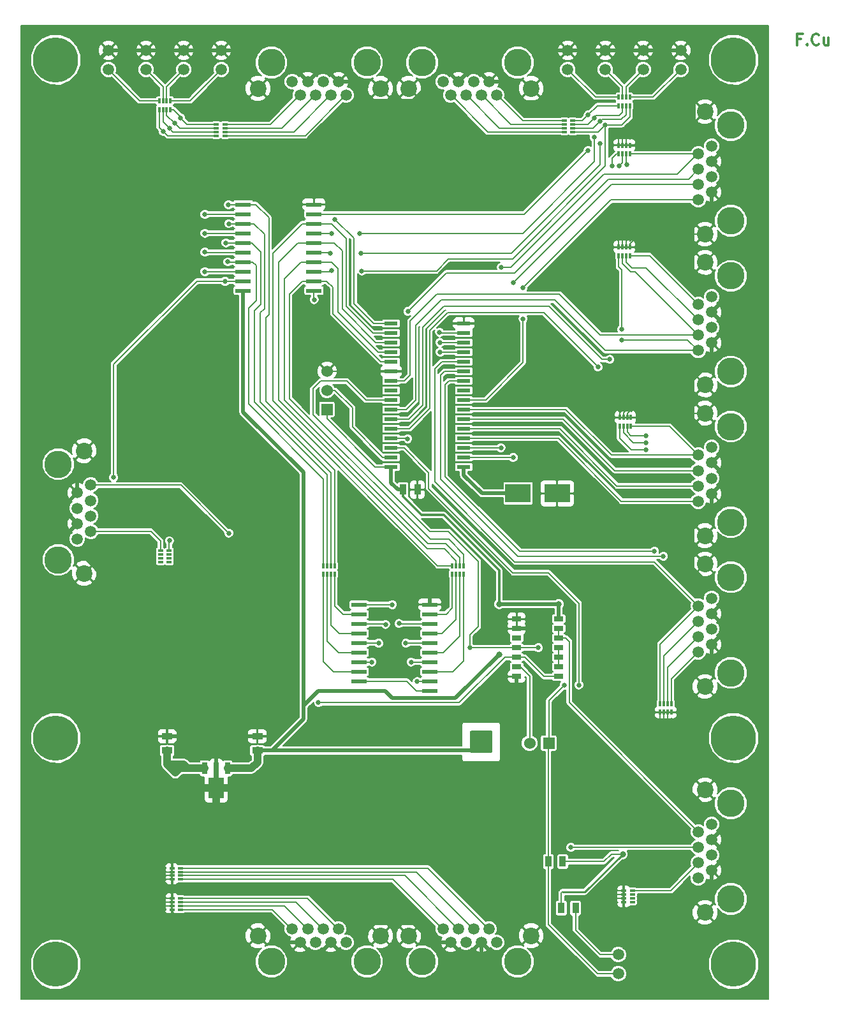
<source format=gtl>
G04 (created by PCBNEW (2013-mar-13)-testing) date Tue 15 Oct 2013 18:56:25 BST*
%MOIN*%
G04 Gerber Fmt 3.4, Leading zero omitted, Abs format*
%FSLAX34Y34*%
G01*
G70*
G90*
G04 APERTURE LIST*
%ADD10C,0.005906*%
%ADD11C,0.011811*%
%ADD12R,0.025600X0.011800*%
%ADD13R,0.011800X0.025600*%
%ADD14R,0.050000X0.025000*%
%ADD15R,0.078740X0.023622*%
%ADD16C,0.236220*%
%ADD17C,0.059055*%
%ADD18R,0.055000X0.035000*%
%ADD19C,0.143700*%
%ADD20C,0.059100*%
%ADD21C,0.086614*%
%ADD22R,0.027600X0.063000*%
%ADD23R,0.027600X0.082700*%
%ADD24R,0.078700X0.108300*%
%ADD25R,0.035000X0.055000*%
%ADD26R,0.131890X0.096457*%
%ADD27R,0.060000X0.060000*%
%ADD28C,0.060000*%
%ADD29R,0.070984X0.021988*%
%ADD30C,0.031496*%
%ADD31C,0.025591*%
%ADD32C,0.039370*%
%ADD33C,0.007874*%
%ADD34C,0.010000*%
%ADD35C,0.019685*%
G04 APERTURE END LIST*
G54D10*
G54D11*
X45660Y-5607D02*
X45464Y-5607D01*
X45464Y-5916D02*
X45464Y-5326D01*
X45745Y-5326D01*
X45970Y-5860D02*
X45998Y-5888D01*
X45970Y-5916D01*
X45942Y-5888D01*
X45970Y-5860D01*
X45970Y-5916D01*
X46588Y-5860D02*
X46560Y-5888D01*
X46476Y-5916D01*
X46420Y-5916D01*
X46335Y-5888D01*
X46279Y-5832D01*
X46251Y-5776D01*
X46223Y-5663D01*
X46223Y-5579D01*
X46251Y-5466D01*
X46279Y-5410D01*
X46335Y-5354D01*
X46420Y-5326D01*
X46476Y-5326D01*
X46560Y-5354D01*
X46588Y-5382D01*
X47095Y-5523D02*
X47095Y-5916D01*
X46841Y-5523D02*
X46841Y-5832D01*
X46870Y-5888D01*
X46926Y-5916D01*
X47010Y-5916D01*
X47066Y-5888D01*
X47095Y-5860D01*
G54D12*
X36386Y-50098D03*
X36386Y-50295D03*
X36386Y-50492D03*
X36386Y-50689D03*
X36839Y-50689D03*
X36839Y-50492D03*
X36839Y-50295D03*
X36839Y-50098D03*
X13220Y-51082D03*
X13220Y-50885D03*
X13220Y-50688D03*
X13220Y-50491D03*
X12767Y-50491D03*
X12767Y-50688D03*
X12767Y-50885D03*
X12767Y-51082D03*
X13220Y-49507D03*
X13220Y-49310D03*
X13220Y-49113D03*
X13220Y-48916D03*
X12767Y-48916D03*
X12767Y-49113D03*
X12767Y-49310D03*
X12767Y-49507D03*
G54D13*
X38877Y-40323D03*
X38680Y-40323D03*
X38483Y-40323D03*
X38286Y-40323D03*
X38286Y-40776D03*
X38483Y-40776D03*
X38680Y-40776D03*
X38877Y-40776D03*
X36173Y-25826D03*
X36370Y-25826D03*
X36567Y-25826D03*
X36764Y-25826D03*
X36764Y-25373D03*
X36567Y-25373D03*
X36370Y-25373D03*
X36173Y-25373D03*
X36122Y-16920D03*
X36319Y-16920D03*
X36516Y-16920D03*
X36713Y-16920D03*
X36713Y-16467D03*
X36516Y-16467D03*
X36319Y-16467D03*
X36122Y-16467D03*
X36122Y-11605D03*
X36319Y-11605D03*
X36516Y-11605D03*
X36713Y-11605D03*
X36713Y-11152D03*
X36516Y-11152D03*
X36319Y-11152D03*
X36122Y-11152D03*
G54D12*
X33275Y-9862D03*
X33275Y-10059D03*
X33275Y-10256D03*
X33275Y-10453D03*
X33728Y-10453D03*
X33728Y-10256D03*
X33728Y-10059D03*
X33728Y-9862D03*
X15542Y-10649D03*
X15542Y-10452D03*
X15542Y-10255D03*
X15542Y-10058D03*
X15089Y-10058D03*
X15089Y-10255D03*
X15089Y-10452D03*
X15089Y-10649D03*
G54D14*
X30789Y-35901D03*
X30789Y-36401D03*
X30789Y-36901D03*
X30789Y-37401D03*
X30789Y-37901D03*
X30789Y-38401D03*
X30789Y-38901D03*
X32989Y-38901D03*
X32989Y-38401D03*
X32989Y-37901D03*
X32989Y-37401D03*
X32989Y-36901D03*
X32989Y-36401D03*
X32989Y-35901D03*
G54D15*
X22559Y-35151D03*
X22559Y-35651D03*
X22559Y-36151D03*
X22559Y-36651D03*
X22559Y-37151D03*
X22559Y-37651D03*
X22559Y-38151D03*
X22559Y-38651D03*
X22559Y-39151D03*
X22559Y-39651D03*
X26259Y-39651D03*
X26259Y-39151D03*
X26259Y-38651D03*
X26259Y-38151D03*
X26259Y-37651D03*
X26259Y-37151D03*
X26259Y-36651D03*
X26259Y-36151D03*
X26259Y-35651D03*
X26259Y-35151D03*
G54D16*
X6692Y-53937D03*
X42125Y-53937D03*
X42125Y-42125D03*
X6692Y-42125D03*
X6692Y-6692D03*
X42125Y-6692D03*
G54D13*
X12106Y-9283D03*
X12303Y-9283D03*
X12500Y-9283D03*
X12697Y-9283D03*
X12697Y-8830D03*
X12500Y-8830D03*
X12303Y-8830D03*
X12106Y-8830D03*
X36122Y-9086D03*
X36319Y-9086D03*
X36516Y-9086D03*
X36713Y-9086D03*
X36713Y-8633D03*
X36516Y-8633D03*
X36319Y-8633D03*
X36122Y-8633D03*
G54D15*
X16496Y-14246D03*
X16496Y-14746D03*
X16496Y-15246D03*
X16496Y-15746D03*
X16496Y-16246D03*
X16496Y-16746D03*
X16496Y-17246D03*
X16496Y-17746D03*
X16496Y-18246D03*
X16496Y-18746D03*
X20196Y-18746D03*
X20196Y-18246D03*
X20196Y-17746D03*
X20196Y-17246D03*
X20196Y-16746D03*
X20196Y-16246D03*
X20196Y-15746D03*
X20196Y-15246D03*
X20196Y-14746D03*
X20196Y-14246D03*
G54D17*
X39370Y-7192D03*
X39370Y-6192D03*
X37401Y-7192D03*
X37401Y-6192D03*
X35433Y-7192D03*
X35433Y-6192D03*
X33464Y-7192D03*
X33464Y-6192D03*
X15354Y-7192D03*
X15354Y-6192D03*
X13385Y-7192D03*
X13385Y-6192D03*
X11417Y-7192D03*
X11417Y-6192D03*
X9448Y-7192D03*
X9448Y-6192D03*
X36102Y-53437D03*
X36102Y-54437D03*
G54D18*
X12519Y-42776D03*
X12519Y-42026D03*
X17244Y-42776D03*
X17244Y-42026D03*
G54D12*
X12173Y-32342D03*
X12173Y-32539D03*
X12173Y-32736D03*
X12173Y-32933D03*
X12626Y-32933D03*
X12626Y-32736D03*
X12626Y-32539D03*
X12626Y-32342D03*
G54D13*
X20689Y-33574D03*
X20886Y-33574D03*
X21083Y-33574D03*
X21280Y-33574D03*
X21280Y-33121D03*
X21083Y-33121D03*
X20886Y-33121D03*
X20689Y-33121D03*
X28011Y-33118D03*
X27814Y-33118D03*
X27617Y-33118D03*
X27420Y-33118D03*
X27420Y-33571D03*
X27617Y-33571D03*
X27814Y-33571D03*
X28011Y-33571D03*
G54D19*
X41988Y-10098D03*
X41988Y-15098D03*
G54D20*
X40988Y-11192D03*
X40287Y-11594D03*
X40988Y-11996D03*
X40287Y-12397D03*
X40988Y-12799D03*
X40287Y-13200D03*
X40988Y-13602D03*
X40287Y-14003D03*
G54D21*
X40637Y-9397D03*
X40637Y-15799D03*
G54D19*
X41988Y-17972D03*
X41988Y-22972D03*
G54D20*
X40988Y-19066D03*
X40287Y-19468D03*
X40988Y-19870D03*
X40287Y-20271D03*
X40988Y-20673D03*
X40287Y-21074D03*
X40988Y-21476D03*
X40287Y-21877D03*
G54D21*
X40637Y-17271D03*
X40637Y-23673D03*
G54D19*
X41988Y-25846D03*
X41988Y-30846D03*
G54D20*
X40988Y-26940D03*
X40287Y-27342D03*
X40988Y-27744D03*
X40287Y-28145D03*
X40988Y-28547D03*
X40287Y-28948D03*
X40988Y-29350D03*
X40287Y-29751D03*
G54D21*
X40637Y-25145D03*
X40637Y-31547D03*
G54D19*
X41988Y-33720D03*
X41988Y-38720D03*
G54D20*
X40988Y-34814D03*
X40287Y-35216D03*
X40988Y-35618D03*
X40287Y-36019D03*
X40988Y-36421D03*
X40287Y-36822D03*
X40988Y-37224D03*
X40287Y-37625D03*
G54D21*
X40637Y-33019D03*
X40637Y-39421D03*
G54D19*
X41988Y-45531D03*
X41988Y-50531D03*
G54D20*
X40988Y-46625D03*
X40287Y-47027D03*
X40988Y-47429D03*
X40287Y-47830D03*
X40988Y-48232D03*
X40287Y-48633D03*
X40988Y-49035D03*
X40287Y-49437D03*
G54D21*
X40637Y-44830D03*
X40637Y-51232D03*
G54D19*
X6830Y-32814D03*
X6830Y-27814D03*
G54D20*
X7830Y-31720D03*
X8531Y-31318D03*
X7830Y-30917D03*
X8531Y-30515D03*
X7830Y-30114D03*
X8531Y-29712D03*
X7830Y-29311D03*
X8531Y-28909D03*
G54D21*
X8181Y-33515D03*
X8181Y-27114D03*
G54D19*
X30846Y-53799D03*
X25846Y-53799D03*
G54D20*
X29751Y-52799D03*
X29350Y-52098D03*
X28948Y-52799D03*
X28547Y-52098D03*
X28145Y-52799D03*
X27744Y-52098D03*
X27342Y-52799D03*
X26940Y-52098D03*
G54D21*
X31547Y-52448D03*
X25145Y-52448D03*
G54D19*
X22972Y-53799D03*
X17972Y-53799D03*
G54D20*
X21877Y-52799D03*
X21476Y-52098D03*
X21074Y-52799D03*
X20673Y-52098D03*
X20271Y-52799D03*
X19870Y-52098D03*
X19468Y-52799D03*
X19066Y-52098D03*
G54D21*
X23673Y-52448D03*
X17271Y-52448D03*
G54D19*
X25846Y-6830D03*
X30846Y-6830D03*
G54D20*
X26940Y-7830D03*
X27342Y-8531D03*
X27744Y-7830D03*
X28145Y-8531D03*
X28547Y-7830D03*
X28948Y-8531D03*
X29350Y-7830D03*
X29751Y-8531D03*
G54D21*
X25145Y-8181D03*
X31547Y-8181D03*
G54D19*
X17972Y-6830D03*
X22972Y-6830D03*
G54D20*
X19066Y-7830D03*
X19468Y-8531D03*
X19870Y-7830D03*
X20271Y-8531D03*
X20673Y-7830D03*
X21074Y-8531D03*
X21476Y-7830D03*
X21877Y-8531D03*
G54D21*
X17271Y-8181D03*
X23673Y-8181D03*
G54D22*
X15669Y-43700D03*
G54D23*
X15078Y-43798D03*
G54D22*
X14487Y-43700D03*
G54D24*
X15078Y-44743D03*
G54D25*
X24851Y-29143D03*
X25601Y-29143D03*
G54D26*
X30866Y-29340D03*
X32913Y-29340D03*
G54D27*
X32468Y-42391D03*
G54D28*
X31468Y-42391D03*
G54D27*
X20875Y-24956D03*
G54D28*
X20875Y-23956D03*
X20875Y-22956D03*
G54D25*
X33125Y-51000D03*
X33875Y-51000D03*
X33199Y-48572D03*
X32449Y-48572D03*
G54D29*
X24228Y-20460D03*
X24228Y-20960D03*
X24228Y-21460D03*
X24228Y-21960D03*
X24228Y-22460D03*
X24228Y-22960D03*
X24228Y-23460D03*
X24228Y-23960D03*
X24228Y-24460D03*
X24228Y-24960D03*
X24228Y-25460D03*
X24228Y-25960D03*
X24228Y-26460D03*
X24228Y-26960D03*
X24228Y-27460D03*
X24228Y-27960D03*
X28027Y-27960D03*
X28027Y-27460D03*
X28027Y-26960D03*
X28027Y-26460D03*
X28027Y-25960D03*
X28027Y-25460D03*
X28027Y-24960D03*
X28027Y-24460D03*
X28027Y-23960D03*
X28027Y-23460D03*
X28027Y-22960D03*
X28027Y-22460D03*
X28027Y-21960D03*
X28027Y-21460D03*
X28027Y-20960D03*
X28027Y-20460D03*
G54D30*
X12952Y-43937D03*
X13385Y-43503D03*
X12519Y-43503D03*
G54D31*
X38456Y-32625D03*
X36279Y-21328D03*
X36279Y-20767D03*
X29968Y-26956D03*
X29980Y-17539D03*
X36535Y-12175D03*
X25110Y-19830D03*
X25098Y-26488D03*
X36151Y-12224D03*
X30614Y-27464D03*
X30622Y-18326D03*
X31129Y-18598D03*
X31129Y-20220D03*
X35767Y-12234D03*
X37988Y-32358D03*
X37539Y-26334D03*
X37539Y-26696D03*
X37535Y-27070D03*
X35047Y-22732D03*
X35661Y-22338D03*
X33622Y-47834D03*
X15748Y-31417D03*
X20433Y-40275D03*
X12637Y-31811D03*
X26791Y-21958D03*
X15688Y-17244D03*
X26781Y-21456D03*
X15590Y-16250D03*
X15738Y-15246D03*
X26761Y-20925D03*
X15728Y-14261D03*
X21299Y-15019D03*
X25590Y-39173D03*
X25275Y-38149D03*
X25000Y-37165D03*
X24645Y-36141D03*
X24291Y-35157D03*
X23937Y-36181D03*
X23582Y-37165D03*
X23228Y-38149D03*
X35433Y-10078D03*
X21102Y-17696D03*
X22696Y-17716D03*
X35157Y-11053D03*
X35157Y-9881D03*
X22657Y-16781D03*
X21062Y-16781D03*
X34842Y-9724D03*
X21102Y-15748D03*
X22598Y-15748D03*
X34842Y-10738D03*
X34527Y-9566D03*
X34527Y-11417D03*
X13228Y-9724D03*
X14488Y-14763D03*
X12913Y-10000D03*
X14488Y-15748D03*
X12637Y-10275D03*
X14488Y-16732D03*
X12322Y-10433D03*
X14488Y-17755D03*
X33287Y-39350D03*
X34045Y-39350D03*
X28346Y-37401D03*
X9724Y-28503D03*
X20206Y-19212D03*
X15551Y-18257D03*
X31929Y-37401D03*
G54D30*
X21732Y-35236D03*
X19124Y-34625D03*
X30787Y-39763D03*
X31417Y-36417D03*
X36338Y-48188D03*
X32992Y-35118D03*
X29251Y-42007D03*
X28937Y-42322D03*
X29251Y-42637D03*
X28622Y-42007D03*
X28622Y-42637D03*
X29881Y-37755D03*
X29881Y-35118D03*
G54D32*
X14487Y-43700D02*
X13188Y-43700D01*
X12952Y-43937D02*
X13385Y-43503D01*
X12519Y-43503D02*
X12952Y-43937D01*
X13188Y-43700D02*
X12952Y-43937D01*
X14487Y-43700D02*
X13582Y-43700D01*
X13582Y-43700D02*
X13385Y-43503D01*
X13385Y-43503D02*
X12519Y-43503D01*
X12519Y-43503D02*
X12519Y-42776D01*
G54D33*
X38286Y-40323D02*
X38286Y-37217D01*
X38286Y-37217D02*
X40287Y-35216D01*
X28027Y-22460D02*
X26874Y-22460D01*
X37984Y-32913D02*
X40287Y-35216D01*
X30692Y-32913D02*
X37984Y-32913D01*
X26503Y-28724D02*
X30692Y-32913D01*
X26503Y-22830D02*
X26503Y-28724D01*
X26874Y-22460D02*
X26503Y-22830D01*
X38483Y-40323D02*
X38483Y-37823D01*
X38483Y-37823D02*
X40287Y-36019D01*
X28027Y-22960D02*
X27031Y-22960D01*
X30858Y-32625D02*
X38456Y-32625D01*
X26818Y-28586D02*
X30858Y-32625D01*
X26818Y-23173D02*
X26818Y-28586D01*
X27031Y-22960D02*
X26818Y-23173D01*
X40287Y-21074D02*
X40277Y-21074D01*
X36319Y-17342D02*
X36319Y-16920D01*
X36751Y-17775D02*
X36319Y-17342D01*
X36978Y-17775D02*
X36751Y-17775D01*
X40277Y-21074D02*
X36978Y-17775D01*
X40287Y-21074D02*
X35161Y-21074D01*
X24929Y-23460D02*
X24228Y-23460D01*
X25216Y-23173D02*
X24929Y-23460D01*
X25216Y-20338D02*
X25216Y-23173D01*
X26625Y-18929D02*
X25216Y-20338D01*
X33015Y-18929D02*
X26625Y-18929D01*
X35161Y-21074D02*
X33015Y-18929D01*
X36122Y-16920D02*
X36122Y-17510D01*
X39728Y-21318D02*
X40287Y-21877D01*
X36289Y-21318D02*
X39728Y-21318D01*
X36279Y-21328D02*
X36289Y-21318D01*
X36279Y-17667D02*
X36279Y-20767D01*
X36122Y-17510D02*
X36279Y-17667D01*
X40287Y-21877D02*
X35405Y-21877D01*
X25031Y-24960D02*
X24228Y-24960D01*
X25515Y-24476D02*
X25031Y-24960D01*
X25515Y-20562D02*
X25515Y-24476D01*
X26834Y-19244D02*
X25515Y-20562D01*
X32771Y-19244D02*
X26834Y-19244D01*
X35405Y-21877D02*
X32771Y-19244D01*
X36713Y-11605D02*
X40275Y-11605D01*
X40275Y-11605D02*
X40287Y-11594D01*
X40287Y-11594D02*
X40244Y-11594D01*
X29964Y-26960D02*
X28027Y-26960D01*
X29968Y-26956D02*
X29964Y-26960D01*
X30476Y-17539D02*
X29980Y-17539D01*
X35354Y-12661D02*
X30476Y-17539D01*
X39177Y-12661D02*
X35354Y-12661D01*
X40244Y-11594D02*
X39177Y-12661D01*
X36516Y-12156D02*
X36516Y-11605D01*
X36535Y-12175D02*
X36516Y-12156D01*
X24228Y-26460D02*
X25070Y-26460D01*
X39771Y-12913D02*
X40287Y-12397D01*
X35582Y-12913D02*
X39771Y-12913D01*
X30677Y-17818D02*
X35582Y-12913D01*
X27122Y-17818D02*
X30677Y-17818D01*
X25110Y-19830D02*
X27122Y-17818D01*
X25070Y-26460D02*
X25098Y-26488D01*
X36319Y-12056D02*
X36319Y-11605D01*
X36151Y-12224D02*
X36319Y-12056D01*
X40287Y-13200D02*
X35748Y-13200D01*
X30610Y-27460D02*
X28027Y-27460D01*
X30614Y-27464D02*
X30610Y-27460D01*
X35748Y-13200D02*
X30622Y-18326D01*
X28027Y-24460D02*
X29173Y-24460D01*
X35724Y-14003D02*
X40287Y-14003D01*
X31129Y-18598D02*
X35724Y-14003D01*
X31129Y-22503D02*
X31129Y-20220D01*
X29173Y-24460D02*
X31129Y-22503D01*
X35767Y-12234D02*
X35767Y-11840D01*
X36002Y-11605D02*
X36122Y-11605D01*
X35767Y-11840D02*
X36002Y-11605D01*
X38680Y-40323D02*
X38680Y-38429D01*
X38680Y-38429D02*
X40287Y-36822D01*
X36460Y-32370D02*
X37976Y-32370D01*
X37976Y-32370D02*
X37988Y-32358D01*
X28027Y-23460D02*
X27240Y-23460D01*
X30960Y-32370D02*
X36460Y-32370D01*
X27051Y-28460D02*
X30960Y-32370D01*
X27051Y-23649D02*
X27051Y-28460D01*
X27240Y-23460D02*
X27051Y-23649D01*
X38877Y-40323D02*
X38877Y-39035D01*
X38877Y-39035D02*
X40287Y-37625D01*
X36764Y-25826D02*
X38771Y-25826D01*
X38771Y-25826D02*
X40287Y-27342D01*
X40287Y-27342D02*
X35748Y-27342D01*
X33366Y-24960D02*
X28027Y-24960D01*
X35748Y-27342D02*
X33366Y-24960D01*
X36567Y-26130D02*
X36567Y-25826D01*
X36751Y-26314D02*
X36567Y-26130D01*
X37519Y-26314D02*
X36751Y-26314D01*
X37539Y-26334D02*
X37519Y-26314D01*
X40287Y-28145D02*
X35909Y-28145D01*
X33224Y-25460D02*
X28027Y-25460D01*
X35909Y-28145D02*
X33224Y-25460D01*
X36370Y-25826D02*
X36370Y-26173D01*
X36893Y-26696D02*
X37539Y-26696D01*
X36370Y-26173D02*
X36893Y-26696D01*
X40287Y-28948D02*
X36031Y-28948D01*
X33043Y-25960D02*
X28027Y-25960D01*
X36031Y-28948D02*
X33043Y-25960D01*
X36173Y-26460D02*
X36173Y-25826D01*
X36767Y-27055D02*
X36173Y-26460D01*
X37519Y-27055D02*
X36767Y-27055D01*
X37535Y-27070D02*
X37519Y-27055D01*
X40287Y-29751D02*
X36263Y-29751D01*
X32972Y-26460D02*
X28027Y-26460D01*
X36263Y-29751D02*
X32972Y-26460D01*
X36713Y-16920D02*
X37739Y-16920D01*
X37739Y-16920D02*
X40287Y-19468D01*
X24228Y-25960D02*
X25188Y-25960D01*
X32204Y-19889D02*
X35047Y-22732D01*
X27181Y-19889D02*
X32204Y-19889D01*
X26251Y-20818D02*
X27181Y-19889D01*
X26251Y-24897D02*
X26251Y-20818D01*
X25188Y-25960D02*
X26251Y-24897D01*
X40287Y-20271D02*
X40271Y-20271D01*
X36516Y-17264D02*
X36516Y-16920D01*
X36811Y-17559D02*
X36516Y-17264D01*
X37559Y-17559D02*
X36811Y-17559D01*
X40271Y-20271D02*
X37559Y-17559D01*
X35661Y-22338D02*
X35248Y-22338D01*
X35248Y-22338D02*
X35218Y-22309D01*
X24228Y-25460D02*
X25149Y-25460D01*
X32484Y-19574D02*
X35218Y-22309D01*
X26972Y-19574D02*
X32484Y-19574D01*
X25874Y-20673D02*
X26972Y-19574D01*
X25874Y-24736D02*
X25874Y-20673D01*
X25149Y-25460D02*
X25874Y-24736D01*
X40287Y-47830D02*
X33625Y-47830D01*
X33625Y-47830D02*
X33622Y-47834D01*
X13240Y-28909D02*
X8511Y-28909D01*
X15748Y-31417D02*
X13240Y-28909D01*
X12626Y-32342D02*
X12626Y-31822D01*
X30169Y-37901D02*
X27795Y-40275D01*
X27795Y-40275D02*
X20433Y-40275D01*
X30169Y-37901D02*
X30789Y-37901D01*
X12626Y-31822D02*
X12637Y-31811D01*
X32989Y-38901D02*
X32208Y-38901D01*
X31208Y-37901D02*
X30789Y-37901D01*
X32208Y-38901D02*
X31208Y-37901D01*
X26793Y-21960D02*
X26791Y-21958D01*
X28027Y-21960D02*
X26793Y-21960D01*
X15690Y-17246D02*
X16496Y-17246D01*
X15688Y-17244D02*
X15690Y-17246D01*
X16781Y-24675D02*
X16781Y-19675D01*
X20689Y-28582D02*
X16781Y-24675D01*
X20689Y-33121D02*
X20689Y-28582D01*
X17000Y-17246D02*
X16496Y-17246D01*
X17194Y-17440D02*
X17000Y-17246D01*
X17194Y-19261D02*
X17194Y-17440D01*
X16781Y-19675D02*
X17194Y-19261D01*
X26785Y-21460D02*
X26781Y-21456D01*
X28027Y-21460D02*
X26785Y-21460D01*
X15594Y-16246D02*
X16496Y-16246D01*
X15590Y-16250D02*
X15594Y-16246D01*
X17086Y-24566D02*
X17086Y-19803D01*
X20886Y-28366D02*
X17086Y-24566D01*
X20886Y-33121D02*
X20886Y-28366D01*
X16944Y-16246D02*
X16496Y-16246D01*
X17431Y-16732D02*
X16944Y-16246D01*
X17431Y-19458D02*
X17431Y-16732D01*
X17086Y-19803D02*
X17431Y-19458D01*
X15738Y-15246D02*
X16496Y-15246D01*
X17381Y-24566D02*
X17381Y-19911D01*
X17381Y-19911D02*
X17608Y-19685D01*
X17608Y-19685D02*
X17608Y-15787D01*
X17608Y-15787D02*
X17066Y-15246D01*
X17066Y-15246D02*
X16496Y-15246D01*
X21083Y-33121D02*
X21083Y-28268D01*
X21083Y-28268D02*
X17381Y-24566D01*
X26761Y-20925D02*
X26797Y-20960D01*
X26797Y-20960D02*
X28027Y-20960D01*
X22291Y-16003D02*
X22283Y-16003D01*
X15744Y-14246D02*
X16496Y-14246D01*
X15728Y-14261D02*
X15744Y-14246D01*
X22283Y-16003D02*
X21299Y-15019D01*
X17687Y-24527D02*
X17687Y-20147D01*
X17687Y-20147D02*
X17834Y-20000D01*
X17834Y-20000D02*
X17834Y-14931D01*
X17834Y-14931D02*
X17149Y-14246D01*
X17149Y-14246D02*
X16496Y-14246D01*
X21280Y-33121D02*
X21280Y-28120D01*
X21280Y-28120D02*
X17687Y-24527D01*
X23311Y-20460D02*
X24228Y-20460D01*
X22291Y-19440D02*
X23311Y-20460D01*
X22291Y-16003D02*
X22291Y-19440D01*
X20196Y-15246D02*
X19586Y-15246D01*
X26661Y-33118D02*
X18041Y-24498D01*
X18041Y-24498D02*
X18041Y-16791D01*
X26661Y-33118D02*
X27420Y-33118D01*
X19586Y-15246D02*
X18041Y-16791D01*
X24228Y-20960D02*
X23287Y-20960D01*
X21108Y-15246D02*
X20196Y-15246D01*
X21885Y-16023D02*
X21108Y-15246D01*
X21885Y-19559D02*
X21885Y-16023D01*
X23287Y-20960D02*
X21885Y-19559D01*
X18346Y-24458D02*
X18346Y-17253D01*
X27617Y-32853D02*
X27007Y-32244D01*
X27007Y-32244D02*
X26131Y-32244D01*
X26131Y-32244D02*
X18346Y-24458D01*
X27617Y-33118D02*
X27617Y-32853D01*
X19354Y-16246D02*
X20196Y-16246D01*
X18346Y-17253D02*
X19354Y-16246D01*
X24228Y-21460D02*
X23425Y-21460D01*
X21257Y-16246D02*
X20196Y-16246D01*
X21673Y-16661D02*
X21257Y-16246D01*
X21673Y-19708D02*
X21673Y-16661D01*
X23425Y-21460D02*
X21673Y-19708D01*
X18641Y-24448D02*
X18641Y-18120D01*
X27814Y-32706D02*
X27076Y-31968D01*
X27076Y-31968D02*
X26161Y-31968D01*
X26161Y-31968D02*
X18641Y-24448D01*
X27814Y-33118D02*
X27814Y-32706D01*
X19515Y-17246D02*
X20196Y-17246D01*
X18641Y-18120D02*
X19515Y-17246D01*
X24228Y-21960D02*
X23535Y-21960D01*
X21112Y-17246D02*
X20196Y-17246D01*
X21448Y-17582D02*
X21112Y-17246D01*
X21448Y-19874D02*
X21448Y-17582D01*
X23535Y-21960D02*
X21448Y-19874D01*
X18907Y-24379D02*
X18907Y-18927D01*
X28011Y-32519D02*
X27234Y-31742D01*
X27234Y-31742D02*
X26269Y-31742D01*
X26269Y-31742D02*
X18907Y-24379D01*
X28011Y-33118D02*
X28011Y-32519D01*
X19588Y-18246D02*
X20196Y-18246D01*
X18907Y-18927D02*
X19588Y-18246D01*
X24228Y-22460D02*
X23692Y-22460D01*
X20856Y-18246D02*
X20196Y-18246D01*
X21181Y-18570D02*
X20856Y-18246D01*
X21181Y-19948D02*
X21181Y-18570D01*
X23692Y-22460D02*
X21181Y-19948D01*
X26259Y-39151D02*
X25612Y-39151D01*
X25612Y-39151D02*
X25590Y-39173D01*
X13220Y-48916D02*
X26148Y-48916D01*
X26148Y-48916D02*
X29350Y-52118D01*
X26259Y-38151D02*
X25277Y-38151D01*
X25277Y-38151D02*
X25275Y-38149D01*
X13220Y-49113D02*
X25542Y-49113D01*
X25542Y-49113D02*
X28547Y-52118D01*
X26259Y-37151D02*
X25013Y-37151D01*
X25013Y-37151D02*
X25000Y-37165D01*
X13220Y-49310D02*
X24936Y-49310D01*
X24936Y-49310D02*
X27744Y-52118D01*
X26259Y-36151D02*
X24655Y-36151D01*
X24655Y-36151D02*
X24645Y-36141D01*
X13220Y-49507D02*
X24330Y-49507D01*
X24330Y-49507D02*
X26940Y-52118D01*
X22559Y-35151D02*
X24285Y-35151D01*
X24285Y-35151D02*
X24291Y-35157D01*
X13220Y-50491D02*
X19849Y-50491D01*
X19849Y-50491D02*
X21476Y-52118D01*
X22559Y-36151D02*
X23907Y-36151D01*
X23907Y-36151D02*
X23937Y-36181D01*
X13220Y-50688D02*
X19243Y-50688D01*
X19243Y-50688D02*
X20673Y-52118D01*
X22559Y-37151D02*
X23568Y-37151D01*
X23568Y-37151D02*
X23582Y-37165D01*
X13220Y-50885D02*
X18637Y-50885D01*
X18637Y-50885D02*
X19870Y-52118D01*
X22559Y-38151D02*
X23246Y-38151D01*
X23248Y-38149D02*
X23228Y-38149D01*
X23246Y-38151D02*
X23248Y-38149D01*
X13220Y-51082D02*
X18031Y-51082D01*
X18031Y-51082D02*
X19066Y-52118D01*
X22696Y-17716D02*
X26604Y-17716D01*
X21053Y-17746D02*
X21102Y-17696D01*
X20196Y-17746D02*
X21053Y-17746D01*
X35433Y-12234D02*
X35433Y-10078D01*
X30570Y-17096D02*
X35433Y-12234D01*
X27224Y-17096D02*
X30570Y-17096D01*
X26604Y-17716D02*
X27224Y-17096D01*
X36713Y-9086D02*
X36713Y-9664D01*
X36299Y-10078D02*
X35433Y-10078D01*
X36713Y-9664D02*
X36299Y-10078D01*
X33728Y-10453D02*
X35058Y-10453D01*
X35058Y-10453D02*
X35433Y-10078D01*
X30531Y-16781D02*
X35157Y-12155D01*
X35157Y-12155D02*
X35157Y-11053D01*
X22657Y-16781D02*
X30531Y-16781D01*
X20196Y-16746D02*
X21027Y-16746D01*
X21027Y-16746D02*
X21062Y-16781D01*
X36516Y-9086D02*
X36516Y-9546D01*
X36259Y-9803D02*
X35236Y-9803D01*
X35236Y-9803D02*
X35157Y-9881D01*
X36516Y-9546D02*
X36259Y-9803D01*
X33728Y-10256D02*
X34782Y-10256D01*
X34782Y-10256D02*
X35157Y-9881D01*
X21100Y-15746D02*
X21102Y-15748D01*
X21100Y-15746D02*
X20196Y-15746D01*
X31102Y-15748D02*
X22598Y-15748D01*
X34852Y-11998D02*
X31102Y-15748D01*
X34852Y-10748D02*
X34852Y-11998D01*
X34842Y-10738D02*
X34852Y-10748D01*
X36319Y-9086D02*
X36319Y-9428D01*
X36319Y-9428D02*
X36141Y-9606D01*
X34960Y-9606D02*
X34842Y-9724D01*
X36141Y-9606D02*
X34960Y-9606D01*
X33728Y-10059D02*
X34507Y-10059D01*
X34507Y-10059D02*
X34842Y-9724D01*
X20196Y-14746D02*
X31198Y-14746D01*
X31198Y-14746D02*
X34527Y-11417D01*
X36122Y-9086D02*
X35008Y-9086D01*
X35008Y-9086D02*
X34527Y-9566D01*
X33728Y-9862D02*
X34232Y-9862D01*
X34232Y-9862D02*
X34527Y-9566D01*
X14505Y-14746D02*
X16496Y-14746D01*
X14488Y-14763D02*
X14505Y-14746D01*
X12697Y-9283D02*
X12865Y-9283D01*
X13228Y-9645D02*
X13228Y-9724D01*
X12865Y-9283D02*
X13228Y-9645D01*
X15089Y-10058D02*
X13562Y-10058D01*
X13562Y-10058D02*
X13228Y-9724D01*
X14490Y-15746D02*
X16496Y-15746D01*
X14488Y-15748D02*
X14490Y-15746D01*
X15089Y-10255D02*
X13168Y-10255D01*
X13168Y-10255D02*
X12913Y-10000D01*
X12500Y-9283D02*
X12500Y-9587D01*
X12500Y-9587D02*
X12913Y-10000D01*
X14501Y-16746D02*
X16496Y-16746D01*
X14488Y-16732D02*
X14501Y-16746D01*
X15089Y-10452D02*
X12814Y-10452D01*
X12814Y-10452D02*
X12637Y-10275D01*
X12303Y-9283D02*
X12303Y-9941D01*
X12303Y-9941D02*
X12637Y-10275D01*
X14498Y-17746D02*
X16496Y-17746D01*
X14488Y-17755D02*
X14498Y-17746D01*
X15089Y-10649D02*
X12539Y-10649D01*
X12539Y-10649D02*
X12322Y-10433D01*
X12106Y-9283D02*
X12106Y-10216D01*
X12106Y-10216D02*
X12322Y-10433D01*
X24913Y-26960D02*
X26200Y-28248D01*
X26200Y-28248D02*
X26200Y-29084D01*
X26200Y-29084D02*
X30600Y-33484D01*
X30600Y-33484D02*
X32450Y-33484D01*
X32450Y-33484D02*
X34045Y-35078D01*
X33287Y-39350D02*
X32468Y-40169D01*
X32468Y-42391D02*
X32468Y-40169D01*
X24913Y-26960D02*
X24228Y-26960D01*
X34045Y-39350D02*
X34045Y-35078D01*
X32449Y-48572D02*
X32449Y-51859D01*
X35027Y-54437D02*
X36102Y-54437D01*
X32449Y-51859D02*
X35027Y-54437D01*
X32449Y-48572D02*
X32449Y-42410D01*
X32449Y-42410D02*
X32468Y-42391D01*
X15551Y-18257D02*
X16484Y-18257D01*
X16484Y-18257D02*
X16496Y-18246D01*
X14076Y-18246D02*
X15539Y-18246D01*
X14076Y-18246D02*
X9724Y-22598D01*
X9724Y-22598D02*
X9724Y-28503D01*
X20196Y-19202D02*
X20196Y-18746D01*
X20206Y-19212D02*
X20196Y-19202D01*
X15539Y-18246D02*
X15551Y-18257D01*
X24228Y-24460D02*
X22915Y-24460D01*
X28346Y-36732D02*
X28346Y-37401D01*
X28779Y-36299D02*
X28346Y-36732D01*
X28779Y-32893D02*
X28779Y-36299D01*
X27214Y-31328D02*
X28779Y-32893D01*
X26250Y-31328D02*
X27214Y-31328D01*
X20137Y-25216D02*
X26250Y-31328D01*
X20137Y-23877D02*
X20137Y-25216D01*
X20541Y-23474D02*
X20137Y-23877D01*
X21929Y-23474D02*
X20541Y-23474D01*
X22915Y-24460D02*
X21929Y-23474D01*
X30789Y-37401D02*
X28346Y-37401D01*
X30789Y-37401D02*
X31929Y-37401D01*
X36839Y-50098D02*
X38842Y-50098D01*
X38842Y-50098D02*
X40307Y-48633D01*
X22559Y-39151D02*
X25057Y-39151D01*
X25057Y-39151D02*
X25557Y-39651D01*
X25557Y-39651D02*
X26259Y-39651D01*
X35905Y-50354D02*
X35905Y-50167D01*
X35974Y-50098D02*
X36386Y-50098D01*
X35905Y-50167D02*
X35974Y-50098D01*
X35905Y-50580D02*
X35905Y-50354D01*
X35964Y-50295D02*
X36386Y-50295D01*
X35905Y-50354D02*
X35964Y-50295D01*
X36574Y-51102D02*
X35984Y-51102D01*
X35993Y-50492D02*
X36386Y-50492D01*
X35905Y-50580D02*
X35993Y-50492D01*
X35905Y-51023D02*
X35905Y-50580D01*
X35984Y-51102D02*
X35905Y-51023D01*
X36567Y-25373D02*
X36567Y-25154D01*
X36822Y-24900D02*
X36900Y-24900D01*
X36567Y-25154D02*
X36822Y-24900D01*
X12767Y-50491D02*
X11959Y-50491D01*
X11959Y-50491D02*
X11737Y-50713D01*
X12767Y-50688D02*
X12067Y-50688D01*
X12067Y-50688D02*
X11889Y-50866D01*
X12767Y-50885D02*
X12293Y-50885D01*
X12293Y-50885D02*
X12101Y-51077D01*
X12767Y-49507D02*
X12135Y-49507D01*
X11948Y-49320D02*
X11948Y-49104D01*
X12135Y-49507D02*
X11948Y-49320D01*
X12767Y-49310D02*
X12155Y-49310D01*
X12155Y-49310D02*
X11948Y-49104D01*
X11948Y-49104D02*
X11948Y-48779D01*
X12767Y-49113D02*
X12282Y-49113D01*
X11948Y-48779D02*
X11948Y-48503D01*
X12282Y-49113D02*
X11948Y-48779D01*
G54D34*
X12767Y-48916D02*
X12767Y-48672D01*
X12767Y-48672D02*
X12598Y-48503D01*
X12767Y-49507D02*
X12767Y-50491D01*
G54D35*
X9133Y-33582D02*
X15202Y-39651D01*
X26259Y-34645D02*
X25905Y-34291D01*
X25905Y-34291D02*
X22125Y-34291D01*
X22125Y-34291D02*
X21732Y-34685D01*
X21732Y-34685D02*
X21732Y-35236D01*
X15820Y-39651D02*
X15202Y-39651D01*
X26259Y-34645D02*
X26259Y-35151D01*
G54D11*
X15820Y-37929D02*
X15820Y-39651D01*
X19124Y-34625D02*
X15820Y-37929D01*
G54D33*
X20875Y-22956D02*
X24224Y-22956D01*
X24224Y-22956D02*
X24228Y-22960D01*
X36122Y-16467D02*
X36122Y-15875D01*
X36198Y-15799D02*
X36533Y-15799D01*
X36122Y-15875D02*
X36198Y-15799D01*
X36319Y-16467D02*
X36319Y-16013D01*
X36533Y-15799D02*
X36868Y-15799D01*
X36319Y-16013D02*
X36533Y-15799D01*
X36516Y-16467D02*
X36516Y-16151D01*
X36868Y-15799D02*
X37192Y-15799D01*
X36516Y-16151D02*
X36868Y-15799D01*
X40637Y-15799D02*
X37192Y-15799D01*
X36713Y-16278D02*
X36713Y-16467D01*
X37192Y-15799D02*
X36713Y-16278D01*
X36122Y-11152D02*
X36122Y-10796D01*
X36220Y-10698D02*
X36397Y-10698D01*
X36122Y-10796D02*
X36220Y-10698D01*
X36319Y-11152D02*
X36319Y-10777D01*
X36397Y-10698D02*
X36643Y-10698D01*
X36319Y-10777D02*
X36397Y-10698D01*
X36516Y-11152D02*
X36516Y-10826D01*
X37135Y-10698D02*
X37589Y-11152D01*
X36643Y-10698D02*
X37135Y-10698D01*
X36516Y-10826D02*
X36643Y-10698D01*
X36764Y-25373D02*
X37417Y-25373D01*
X37417Y-25373D02*
X37645Y-25145D01*
X37645Y-25145D02*
X37400Y-24900D01*
X36370Y-25373D02*
X36370Y-25129D01*
X36370Y-25129D02*
X36600Y-24900D01*
X40637Y-25145D02*
X37645Y-25145D01*
X36173Y-25126D02*
X36173Y-25373D01*
X36400Y-24900D02*
X36173Y-25126D01*
X37400Y-24900D02*
X36900Y-24900D01*
X36900Y-24900D02*
X36600Y-24900D01*
X36600Y-24900D02*
X36400Y-24900D01*
X38680Y-40776D02*
X38680Y-41286D01*
X38680Y-41286D02*
X38830Y-41437D01*
X38483Y-40776D02*
X38483Y-41181D01*
X38483Y-41181D02*
X38358Y-41307D01*
X38286Y-40776D02*
X38286Y-41235D01*
X38488Y-41437D02*
X38830Y-41437D01*
X38830Y-41437D02*
X39330Y-41437D01*
X38286Y-41235D02*
X38358Y-41307D01*
X38358Y-41307D02*
X38488Y-41437D01*
G54D35*
X11456Y-48503D02*
X11456Y-46967D01*
X11456Y-46967D02*
X13680Y-44743D01*
X15078Y-43798D02*
X15078Y-42677D01*
X15078Y-42677D02*
X15729Y-42026D01*
X15729Y-42026D02*
X17244Y-42026D01*
X14428Y-42026D02*
X12519Y-42026D01*
X15078Y-42677D02*
X14428Y-42026D01*
G54D32*
X15078Y-44743D02*
X13680Y-44743D01*
X13680Y-44743D02*
X13661Y-44724D01*
X15078Y-44743D02*
X16319Y-44743D01*
X16319Y-44743D02*
X16338Y-44724D01*
X15078Y-44743D02*
X15078Y-46417D01*
G54D35*
X29350Y-7830D02*
X29350Y-7814D01*
X28291Y-7283D02*
X27744Y-7830D01*
X28818Y-7283D02*
X28291Y-7283D01*
X29350Y-7814D02*
X28818Y-7283D01*
X23090Y-8641D02*
X23090Y-8996D01*
X23090Y-8996D02*
X23110Y-8976D01*
X21476Y-7830D02*
X22279Y-7830D01*
X22279Y-7830D02*
X23090Y-8641D01*
X23090Y-8641D02*
X23267Y-8818D01*
X19870Y-7830D02*
X19870Y-7826D01*
X20929Y-7283D02*
X21476Y-7830D01*
X20413Y-7283D02*
X20929Y-7283D01*
X19870Y-7826D02*
X20413Y-7283D01*
X15354Y-6192D02*
X17133Y-6192D01*
X19173Y-7133D02*
X19870Y-7830D01*
X19173Y-6633D02*
X19173Y-7133D01*
X18385Y-5846D02*
X19173Y-6633D01*
X17480Y-5846D02*
X18385Y-5846D01*
X17133Y-6192D02*
X17480Y-5846D01*
X7830Y-29311D02*
X7830Y-28448D01*
X8661Y-6980D02*
X9448Y-6192D01*
X8661Y-8090D02*
X8661Y-6980D01*
X9035Y-8464D02*
X8661Y-8090D01*
X9035Y-27244D02*
X9035Y-8464D01*
X7830Y-28448D02*
X9035Y-27244D01*
X7830Y-30917D02*
X7830Y-30901D01*
X7283Y-29858D02*
X7830Y-29311D01*
X7283Y-30354D02*
X7283Y-29858D01*
X7830Y-30901D02*
X7283Y-30354D01*
X9133Y-33582D02*
X7854Y-32303D01*
X7244Y-31503D02*
X7830Y-30917D01*
X7244Y-31870D02*
X7244Y-31503D01*
X7677Y-32303D02*
X7244Y-31870D01*
X7854Y-32303D02*
X7677Y-32303D01*
G54D34*
X40334Y-10472D02*
X40334Y-10236D01*
X37589Y-11152D02*
X39654Y-11152D01*
X36713Y-11152D02*
X37589Y-11152D01*
X39654Y-11152D02*
X40334Y-10472D01*
X40334Y-10472D02*
X40452Y-10354D01*
G54D35*
X40988Y-11996D02*
X40996Y-11996D01*
X40996Y-11996D02*
X41535Y-11456D01*
X41535Y-11456D02*
X41535Y-10984D01*
X41535Y-10984D02*
X40905Y-10354D01*
X40905Y-10354D02*
X40452Y-10354D01*
X40039Y-6862D02*
X39370Y-6192D01*
X40039Y-9940D02*
X40039Y-6862D01*
X40334Y-10236D02*
X40039Y-9940D01*
X40452Y-10354D02*
X40334Y-10236D01*
X40988Y-13602D02*
X40988Y-13598D01*
X41535Y-12543D02*
X40988Y-11996D01*
X41535Y-13051D02*
X41535Y-12543D01*
X40988Y-13598D02*
X41535Y-13051D01*
X40988Y-19870D02*
X40988Y-19858D01*
X40988Y-14444D02*
X40988Y-13602D01*
X40000Y-15433D02*
X40988Y-14444D01*
X40000Y-17657D02*
X40000Y-15433D01*
X40767Y-18425D02*
X40000Y-17657D01*
X41082Y-18425D02*
X40767Y-18425D01*
X41535Y-18877D02*
X41082Y-18425D01*
X41535Y-19311D02*
X41535Y-18877D01*
X40988Y-19858D02*
X41535Y-19311D01*
X40988Y-21476D02*
X40988Y-21472D01*
X41535Y-20417D02*
X40988Y-19870D01*
X41535Y-20925D02*
X41535Y-20417D01*
X40988Y-21472D02*
X41535Y-20925D01*
X40988Y-27744D02*
X40988Y-27732D01*
X40988Y-22397D02*
X40988Y-21476D01*
X40000Y-23385D02*
X40988Y-22397D01*
X40000Y-25472D02*
X40000Y-23385D01*
X40708Y-26181D02*
X40000Y-25472D01*
X40984Y-26181D02*
X40708Y-26181D01*
X41535Y-26732D02*
X40984Y-26181D01*
X41535Y-27185D02*
X41535Y-26732D01*
X40988Y-27732D02*
X41535Y-27185D01*
X40988Y-27744D02*
X40992Y-27744D01*
X41535Y-28803D02*
X40988Y-29350D01*
X41535Y-28287D02*
X41535Y-28803D01*
X40992Y-27744D02*
X41535Y-28287D01*
X40988Y-35618D02*
X40988Y-35606D01*
X40988Y-29976D02*
X40988Y-29350D01*
X40000Y-30964D02*
X40988Y-29976D01*
X40000Y-33267D02*
X40000Y-30964D01*
X40826Y-34094D02*
X40000Y-33267D01*
X41023Y-34094D02*
X40826Y-34094D01*
X41535Y-34606D02*
X41023Y-34094D01*
X41535Y-35059D02*
X41535Y-34606D01*
X40988Y-35606D02*
X41535Y-35059D01*
X40988Y-37224D02*
X40988Y-37220D01*
X41535Y-36165D02*
X40988Y-35618D01*
X41535Y-36673D02*
X41535Y-36165D01*
X40988Y-37220D02*
X41535Y-36673D01*
X39330Y-40551D02*
X39330Y-39527D01*
X40988Y-37870D02*
X40988Y-37224D01*
X39330Y-39527D02*
X40988Y-37870D01*
X40988Y-47429D02*
X40988Y-47417D01*
X39330Y-44429D02*
X39330Y-41437D01*
X39330Y-41437D02*
X39330Y-40984D01*
X40846Y-45944D02*
X39330Y-44429D01*
X41062Y-45944D02*
X40846Y-45944D01*
X41535Y-46417D02*
X41062Y-45944D01*
X41535Y-46870D02*
X41535Y-46417D01*
X40988Y-47417D02*
X41535Y-46870D01*
X40988Y-47429D02*
X40992Y-47429D01*
X41535Y-48488D02*
X40988Y-49035D01*
X41535Y-47972D02*
X41535Y-48488D01*
X40992Y-47429D02*
X41535Y-47972D01*
X40988Y-49035D02*
X40988Y-49523D01*
X40988Y-49523D02*
X39409Y-51102D01*
X19468Y-52799D02*
X18586Y-52799D01*
X17165Y-51377D02*
X12913Y-51377D01*
X18586Y-52799D02*
X17165Y-51377D01*
X21074Y-52799D02*
X21074Y-52803D01*
X20015Y-53346D02*
X19468Y-52799D01*
X20531Y-53346D02*
X20015Y-53346D01*
X21074Y-52803D02*
X20531Y-53346D01*
X27342Y-52799D02*
X26401Y-52799D01*
X21622Y-53346D02*
X21074Y-52799D01*
X22066Y-53346D02*
X21622Y-53346D01*
X22480Y-52933D02*
X22066Y-53346D01*
X22480Y-52677D02*
X22480Y-52933D01*
X23346Y-51811D02*
X22480Y-52677D01*
X25413Y-51811D02*
X23346Y-51811D01*
X26401Y-52799D02*
X25413Y-51811D01*
X28948Y-52799D02*
X28913Y-52799D01*
X27889Y-53346D02*
X27342Y-52799D01*
X28366Y-53346D02*
X27889Y-53346D01*
X28913Y-52799D02*
X28366Y-53346D01*
X39100Y-55050D02*
X30128Y-55050D01*
X39409Y-54740D02*
X39100Y-55050D01*
G54D34*
X39409Y-51102D02*
X36574Y-51102D01*
X36574Y-51102D02*
X36386Y-50913D01*
X36386Y-50689D02*
X36386Y-50913D01*
G54D35*
X39409Y-51102D02*
X39409Y-54740D01*
X28948Y-53870D02*
X28948Y-52799D01*
X30128Y-55050D02*
X28948Y-53870D01*
X29921Y-53385D02*
X29535Y-53385D01*
X29535Y-53385D02*
X28948Y-52799D01*
X30789Y-52517D02*
X29921Y-53385D01*
X30789Y-52517D02*
X30789Y-39763D01*
X29350Y-7830D02*
X30153Y-7830D01*
X32362Y-8543D02*
X32362Y-6653D01*
X32007Y-8897D02*
X32362Y-8543D01*
X31220Y-8897D02*
X32007Y-8897D01*
X30153Y-7830D02*
X31220Y-8897D01*
X27196Y-7283D02*
X27744Y-7830D01*
X26732Y-7283D02*
X27196Y-7283D01*
X26220Y-7795D02*
X26732Y-7283D01*
X26220Y-7992D02*
X26220Y-7795D01*
X25393Y-8818D02*
X26220Y-7992D01*
X23267Y-8818D02*
X25393Y-8818D01*
X23110Y-8976D02*
X20196Y-11889D01*
X23267Y-8818D02*
X23110Y-8976D01*
X32822Y-6192D02*
X32362Y-6653D01*
X33464Y-6192D02*
X32822Y-6192D01*
X30789Y-36401D02*
X31401Y-36401D01*
X30787Y-39763D02*
X30789Y-39763D01*
X31401Y-36401D02*
X31417Y-36417D01*
G54D33*
X30789Y-36401D02*
X30789Y-35901D01*
G54D35*
X11456Y-48503D02*
X10669Y-48503D01*
X9133Y-46968D02*
X9133Y-33582D01*
X10669Y-48503D02*
X9133Y-46968D01*
X13385Y-6192D02*
X15354Y-6192D01*
X11417Y-6192D02*
X13385Y-6192D01*
X9448Y-6192D02*
X11417Y-6192D01*
X35433Y-6192D02*
X33464Y-6192D01*
X37401Y-6192D02*
X35433Y-6192D01*
X39370Y-6192D02*
X37401Y-6192D01*
X11456Y-48503D02*
X11456Y-50433D01*
X11456Y-50433D02*
X11737Y-50713D01*
X11737Y-50713D02*
X11889Y-50866D01*
X11889Y-50866D02*
X12101Y-51077D01*
X12101Y-51077D02*
X12401Y-51377D01*
X12401Y-51377D02*
X12677Y-51377D01*
G54D34*
X12598Y-48503D02*
X11948Y-48503D01*
X11948Y-48503D02*
X11456Y-48503D01*
X12677Y-51377D02*
X12677Y-51321D01*
X12677Y-51321D02*
X12767Y-51231D01*
G54D35*
X12677Y-51377D02*
X12913Y-51377D01*
G54D34*
X39122Y-40776D02*
X39330Y-40776D01*
X39302Y-40748D02*
X39330Y-40748D01*
X39330Y-40776D02*
X39302Y-40748D01*
X38877Y-40776D02*
X39122Y-40776D01*
X39122Y-40776D02*
X39330Y-40984D01*
G54D35*
X39330Y-40551D02*
X39330Y-40748D01*
X39330Y-40748D02*
X39330Y-40984D01*
X30789Y-38901D02*
X30789Y-39763D01*
G54D34*
X12913Y-51377D02*
X12767Y-51231D01*
X12767Y-51231D02*
X12767Y-51082D01*
X38877Y-40776D02*
X39105Y-40776D01*
X39105Y-40776D02*
X39330Y-40551D01*
G54D33*
X36516Y-8633D02*
X36516Y-8078D01*
X36516Y-8078D02*
X37401Y-7192D01*
X36319Y-8633D02*
X36319Y-8079D01*
X36319Y-8079D02*
X35433Y-7192D01*
X36122Y-8633D02*
X34904Y-8633D01*
X34904Y-8633D02*
X33464Y-7192D01*
X12697Y-8830D02*
X13717Y-8830D01*
X13717Y-8830D02*
X15354Y-7192D01*
X12500Y-8830D02*
X12500Y-8078D01*
X12500Y-8078D02*
X13385Y-7192D01*
X12303Y-8830D02*
X12303Y-8079D01*
X12303Y-8079D02*
X11417Y-7192D01*
X12106Y-8830D02*
X11086Y-8830D01*
X11086Y-8830D02*
X9448Y-7192D01*
X33275Y-10453D02*
X29284Y-10453D01*
X29284Y-10453D02*
X27342Y-8511D01*
X33275Y-10256D02*
X29890Y-10256D01*
X29890Y-10256D02*
X28145Y-8511D01*
X33275Y-9862D02*
X31102Y-9862D01*
X31102Y-9862D02*
X29751Y-8511D01*
X33275Y-10059D02*
X30496Y-10059D01*
X30496Y-10059D02*
X28948Y-8511D01*
X15542Y-10058D02*
X17921Y-10058D01*
X17921Y-10058D02*
X19468Y-8511D01*
X15542Y-10649D02*
X19740Y-10649D01*
X19740Y-10649D02*
X21877Y-8511D01*
X21877Y-8511D02*
X21877Y-8515D01*
X15542Y-10452D02*
X19134Y-10452D01*
X19134Y-10452D02*
X21074Y-8511D01*
X21074Y-8511D02*
X21055Y-8511D01*
X15542Y-10255D02*
X18528Y-10255D01*
X18528Y-10255D02*
X20271Y-8511D01*
X30789Y-38401D02*
X30990Y-38401D01*
X31468Y-38879D02*
X31468Y-42391D01*
X30990Y-38401D02*
X31468Y-38879D01*
G54D35*
X28027Y-27960D02*
X28027Y-28391D01*
X28976Y-29340D02*
X30866Y-29340D01*
X28027Y-28391D02*
X28976Y-29340D01*
G54D33*
X27420Y-33571D02*
X27420Y-35335D01*
X27104Y-35651D02*
X26259Y-35651D01*
X27104Y-35651D02*
X27420Y-35335D01*
X27617Y-33571D02*
X27617Y-35925D01*
X26891Y-36651D02*
X26259Y-36651D01*
X26891Y-36651D02*
X27617Y-35925D01*
X26954Y-37651D02*
X27814Y-36791D01*
X26259Y-37651D02*
X26954Y-37651D01*
X27814Y-36791D02*
X27814Y-33571D01*
X28011Y-33571D02*
X28011Y-38090D01*
X27450Y-38651D02*
X28011Y-38090D01*
X26259Y-38651D02*
X27450Y-38651D01*
X21280Y-33574D02*
X21280Y-35217D01*
X21714Y-35651D02*
X22559Y-35651D01*
X21714Y-35651D02*
X21280Y-35217D01*
X21083Y-33574D02*
X21083Y-36221D01*
X21513Y-36651D02*
X22559Y-36651D01*
X21513Y-36651D02*
X21083Y-36221D01*
X20886Y-33574D02*
X20886Y-37047D01*
X21490Y-37651D02*
X22559Y-37651D01*
X20886Y-37047D02*
X21490Y-37651D01*
X20689Y-33574D02*
X20689Y-38130D01*
X21210Y-38651D02*
X22559Y-38651D01*
X20689Y-38130D02*
X21210Y-38651D01*
X24228Y-27460D02*
X23789Y-27460D01*
X21299Y-23956D02*
X20875Y-23956D01*
X22204Y-24862D02*
X21299Y-23956D01*
X22204Y-25875D02*
X22204Y-24862D01*
X23789Y-27460D02*
X22204Y-25875D01*
X33875Y-51000D02*
X33875Y-52152D01*
X35159Y-53437D02*
X36102Y-53437D01*
X33875Y-52152D02*
X35159Y-53437D01*
X12173Y-32342D02*
X12173Y-31819D01*
X11673Y-31318D02*
X8511Y-31318D01*
X12173Y-31819D02*
X11673Y-31318D01*
X32989Y-37901D02*
X32989Y-37401D01*
X32989Y-38401D02*
X32989Y-37901D01*
X36713Y-8633D02*
X37929Y-8633D01*
X37929Y-8633D02*
X39370Y-7192D01*
X40307Y-47027D02*
X40295Y-47027D01*
X33358Y-36901D02*
X32989Y-36901D01*
X33543Y-37086D02*
X33358Y-36901D01*
X33543Y-40275D02*
X33543Y-37086D01*
X40295Y-47027D02*
X33543Y-40275D01*
X32989Y-36901D02*
X32989Y-36401D01*
G54D11*
X29881Y-35118D02*
X29881Y-33375D01*
X24851Y-29497D02*
X24851Y-29143D01*
X25816Y-30462D02*
X24851Y-29497D01*
X26968Y-30462D02*
X25816Y-30462D01*
X29881Y-33375D02*
X26968Y-30462D01*
G54D35*
X16496Y-18746D02*
X16496Y-25088D01*
X19645Y-28238D02*
X19645Y-40433D01*
X16496Y-25088D02*
X19645Y-28238D01*
X24228Y-27960D02*
X24228Y-28785D01*
X24228Y-28785D02*
X24586Y-29143D01*
X24586Y-29143D02*
X24851Y-29143D01*
G54D33*
X33199Y-48572D02*
X35354Y-48572D01*
X35738Y-48188D02*
X36338Y-48188D01*
X35354Y-48572D02*
X35738Y-48188D01*
X33125Y-51000D02*
X33125Y-50209D01*
G54D34*
X33168Y-50165D02*
X34361Y-50165D01*
X34361Y-50165D02*
X36338Y-48188D01*
G54D33*
X33125Y-50209D02*
X33168Y-50165D01*
X24228Y-27960D02*
X23393Y-27960D01*
X20875Y-25442D02*
X20875Y-24956D01*
X23393Y-27960D02*
X20875Y-25442D01*
G54D32*
X15669Y-43700D02*
X16929Y-43700D01*
X17244Y-43385D02*
X17244Y-42776D01*
X16929Y-43700D02*
X17244Y-43385D01*
G54D35*
X28937Y-42322D02*
X29251Y-42007D01*
X28622Y-42637D02*
X28937Y-42322D01*
X28622Y-42637D02*
X29251Y-42637D01*
X28622Y-42637D02*
X28622Y-42007D01*
X28168Y-42776D02*
X28483Y-42776D01*
X28483Y-42776D02*
X28622Y-42637D01*
X18010Y-42776D02*
X28168Y-42776D01*
X24291Y-40039D02*
X27598Y-40039D01*
X27598Y-40039D02*
X29881Y-37755D01*
X29881Y-35118D02*
X32992Y-35118D01*
X23903Y-39651D02*
X24291Y-40039D01*
X22559Y-39651D02*
X23903Y-39651D01*
X19645Y-41141D02*
X19645Y-40433D01*
X20427Y-39651D02*
X22559Y-39651D01*
X19645Y-40433D02*
X20427Y-39651D01*
X17244Y-42776D02*
X18010Y-42776D01*
X18010Y-42776D02*
X19645Y-41141D01*
X32992Y-35118D02*
X32989Y-35118D01*
X32989Y-35901D02*
X32989Y-35118D01*
X17225Y-42795D02*
X17244Y-42776D01*
G54D10*
G36*
X27265Y-33344D02*
X27244Y-33365D01*
X27223Y-33416D01*
X27223Y-33470D01*
X27223Y-33726D01*
X27243Y-33774D01*
X27243Y-35261D01*
X27030Y-35474D01*
X26784Y-35474D01*
X26789Y-35472D01*
X26856Y-35405D01*
X26892Y-35317D01*
X26892Y-35231D01*
X26892Y-35072D01*
X26892Y-34985D01*
X26856Y-34897D01*
X26789Y-34830D01*
X26701Y-34794D01*
X26605Y-34794D01*
X26339Y-34794D01*
X26279Y-34853D01*
X26279Y-35131D01*
X26833Y-35131D01*
X26892Y-35072D01*
X26892Y-35231D01*
X26833Y-35171D01*
X26279Y-35171D01*
X26279Y-35179D01*
X26240Y-35179D01*
X26240Y-35171D01*
X26240Y-35131D01*
X26240Y-34853D01*
X26180Y-34794D01*
X25913Y-34794D01*
X25818Y-34794D01*
X25730Y-34830D01*
X25663Y-34897D01*
X25626Y-34985D01*
X25626Y-35072D01*
X25686Y-35131D01*
X26240Y-35131D01*
X26240Y-35171D01*
X25686Y-35171D01*
X25626Y-35231D01*
X25626Y-35317D01*
X25663Y-35405D01*
X25730Y-35472D01*
X25740Y-35476D01*
X25728Y-35506D01*
X25728Y-35560D01*
X25728Y-35797D01*
X25749Y-35847D01*
X25788Y-35886D01*
X25824Y-35901D01*
X25788Y-35916D01*
X25749Y-35955D01*
X25741Y-35974D01*
X24854Y-35974D01*
X24796Y-35916D01*
X24698Y-35876D01*
X24593Y-35875D01*
X24495Y-35916D01*
X24420Y-35991D01*
X24379Y-36088D01*
X24379Y-36194D01*
X24420Y-36292D01*
X24494Y-36366D01*
X24592Y-36407D01*
X24698Y-36407D01*
X24796Y-36367D01*
X24834Y-36328D01*
X25741Y-36328D01*
X25749Y-36347D01*
X25788Y-36386D01*
X25824Y-36401D01*
X25788Y-36416D01*
X25749Y-36455D01*
X25728Y-36506D01*
X25728Y-36560D01*
X25728Y-36797D01*
X25749Y-36847D01*
X25788Y-36886D01*
X25824Y-36901D01*
X25788Y-36916D01*
X25749Y-36955D01*
X25741Y-36974D01*
X25184Y-36974D01*
X25150Y-36940D01*
X25053Y-36899D01*
X24947Y-36899D01*
X24849Y-36939D01*
X24774Y-37014D01*
X24734Y-37112D01*
X24734Y-37217D01*
X24774Y-37315D01*
X24849Y-37390D01*
X24946Y-37431D01*
X25052Y-37431D01*
X25150Y-37390D01*
X25212Y-37328D01*
X25741Y-37328D01*
X25749Y-37347D01*
X25788Y-37386D01*
X25824Y-37401D01*
X25788Y-37416D01*
X25749Y-37455D01*
X25728Y-37506D01*
X25728Y-37560D01*
X25728Y-37797D01*
X25749Y-37847D01*
X25788Y-37886D01*
X25824Y-37901D01*
X25788Y-37916D01*
X25749Y-37955D01*
X25741Y-37974D01*
X25476Y-37974D01*
X25426Y-37924D01*
X25328Y-37883D01*
X25222Y-37883D01*
X25125Y-37924D01*
X25050Y-37998D01*
X25009Y-38096D01*
X25009Y-38202D01*
X25050Y-38299D01*
X25124Y-38374D01*
X25222Y-38415D01*
X25328Y-38415D01*
X25425Y-38375D01*
X25472Y-38328D01*
X25741Y-38328D01*
X25749Y-38347D01*
X25788Y-38386D01*
X25824Y-38401D01*
X25788Y-38416D01*
X25749Y-38455D01*
X25728Y-38506D01*
X25728Y-38560D01*
X25728Y-38797D01*
X25749Y-38847D01*
X25788Y-38886D01*
X25824Y-38901D01*
X25788Y-38916D01*
X25749Y-38955D01*
X25749Y-38955D01*
X25741Y-38948D01*
X25643Y-38907D01*
X25537Y-38907D01*
X25440Y-38947D01*
X25365Y-39022D01*
X25324Y-39120D01*
X25324Y-39168D01*
X25182Y-39026D01*
X25124Y-38987D01*
X25057Y-38974D01*
X23077Y-38974D01*
X23069Y-38955D01*
X23030Y-38916D01*
X22994Y-38901D01*
X23030Y-38886D01*
X23069Y-38847D01*
X23090Y-38797D01*
X23090Y-38742D01*
X23090Y-38506D01*
X23069Y-38455D01*
X23030Y-38416D01*
X22994Y-38401D01*
X23030Y-38386D01*
X23060Y-38357D01*
X23077Y-38374D01*
X23175Y-38415D01*
X23280Y-38415D01*
X23378Y-38375D01*
X23453Y-38300D01*
X23494Y-38202D01*
X23494Y-38096D01*
X23453Y-37999D01*
X23379Y-37924D01*
X23281Y-37883D01*
X23175Y-37883D01*
X23078Y-37924D01*
X23058Y-37943D01*
X23030Y-37916D01*
X22994Y-37901D01*
X23030Y-37886D01*
X23069Y-37847D01*
X23090Y-37797D01*
X23090Y-37742D01*
X23090Y-37506D01*
X23069Y-37455D01*
X23030Y-37416D01*
X22994Y-37401D01*
X23030Y-37386D01*
X23069Y-37347D01*
X23077Y-37328D01*
X23370Y-37328D01*
X23431Y-37390D01*
X23529Y-37431D01*
X23635Y-37431D01*
X23733Y-37390D01*
X23807Y-37316D01*
X23848Y-37218D01*
X23848Y-37112D01*
X23808Y-37015D01*
X23733Y-36940D01*
X23635Y-36899D01*
X23530Y-36899D01*
X23432Y-36939D01*
X23397Y-36974D01*
X23077Y-36974D01*
X23069Y-36955D01*
X23030Y-36916D01*
X22994Y-36901D01*
X23030Y-36886D01*
X23069Y-36847D01*
X23090Y-36797D01*
X23090Y-36742D01*
X23090Y-36506D01*
X23069Y-36455D01*
X23030Y-36416D01*
X22994Y-36401D01*
X23030Y-36386D01*
X23069Y-36347D01*
X23077Y-36328D01*
X23710Y-36328D01*
X23711Y-36331D01*
X23786Y-36406D01*
X23883Y-36446D01*
X23989Y-36446D01*
X24087Y-36406D01*
X24162Y-36331D01*
X24202Y-36234D01*
X24202Y-36128D01*
X24162Y-36030D01*
X24087Y-35955D01*
X23990Y-35915D01*
X23884Y-35915D01*
X23786Y-35955D01*
X23767Y-35974D01*
X23077Y-35974D01*
X23069Y-35955D01*
X23030Y-35916D01*
X22994Y-35901D01*
X23030Y-35886D01*
X23069Y-35847D01*
X23090Y-35797D01*
X23090Y-35742D01*
X23090Y-35506D01*
X23069Y-35455D01*
X23030Y-35416D01*
X22994Y-35401D01*
X23030Y-35386D01*
X23069Y-35347D01*
X23077Y-35328D01*
X24086Y-35328D01*
X24140Y-35382D01*
X24238Y-35423D01*
X24343Y-35423D01*
X24441Y-35382D01*
X24516Y-35308D01*
X24557Y-35210D01*
X24557Y-35104D01*
X24516Y-35007D01*
X24442Y-34932D01*
X24344Y-34891D01*
X24238Y-34891D01*
X24141Y-34932D01*
X24098Y-34974D01*
X23077Y-34974D01*
X23069Y-34955D01*
X23030Y-34916D01*
X22980Y-34895D01*
X22925Y-34895D01*
X22137Y-34895D01*
X22087Y-34916D01*
X22048Y-34955D01*
X22027Y-35006D01*
X22027Y-35060D01*
X22027Y-35297D01*
X22048Y-35347D01*
X22087Y-35386D01*
X22123Y-35401D01*
X22087Y-35416D01*
X22048Y-35455D01*
X22040Y-35474D01*
X21787Y-35474D01*
X21457Y-35143D01*
X21457Y-33777D01*
X21477Y-33729D01*
X21477Y-33675D01*
X21477Y-33419D01*
X21456Y-33368D01*
X21435Y-33347D01*
X21456Y-33327D01*
X21477Y-33276D01*
X21477Y-33222D01*
X21477Y-32966D01*
X21457Y-32918D01*
X21457Y-28164D01*
X26536Y-33243D01*
X26593Y-33282D01*
X26661Y-33295D01*
X27232Y-33295D01*
X27244Y-33324D01*
X27265Y-33344D01*
X27265Y-33344D01*
G37*
G54D33*
X27265Y-33344D02*
X27244Y-33365D01*
X27223Y-33416D01*
X27223Y-33470D01*
X27223Y-33726D01*
X27243Y-33774D01*
X27243Y-35261D01*
X27030Y-35474D01*
X26784Y-35474D01*
X26789Y-35472D01*
X26856Y-35405D01*
X26892Y-35317D01*
X26892Y-35231D01*
X26892Y-35072D01*
X26892Y-34985D01*
X26856Y-34897D01*
X26789Y-34830D01*
X26701Y-34794D01*
X26605Y-34794D01*
X26339Y-34794D01*
X26279Y-34853D01*
X26279Y-35131D01*
X26833Y-35131D01*
X26892Y-35072D01*
X26892Y-35231D01*
X26833Y-35171D01*
X26279Y-35171D01*
X26279Y-35179D01*
X26240Y-35179D01*
X26240Y-35171D01*
X26240Y-35131D01*
X26240Y-34853D01*
X26180Y-34794D01*
X25913Y-34794D01*
X25818Y-34794D01*
X25730Y-34830D01*
X25663Y-34897D01*
X25626Y-34985D01*
X25626Y-35072D01*
X25686Y-35131D01*
X26240Y-35131D01*
X26240Y-35171D01*
X25686Y-35171D01*
X25626Y-35231D01*
X25626Y-35317D01*
X25663Y-35405D01*
X25730Y-35472D01*
X25740Y-35476D01*
X25728Y-35506D01*
X25728Y-35560D01*
X25728Y-35797D01*
X25749Y-35847D01*
X25788Y-35886D01*
X25824Y-35901D01*
X25788Y-35916D01*
X25749Y-35955D01*
X25741Y-35974D01*
X24854Y-35974D01*
X24796Y-35916D01*
X24698Y-35876D01*
X24593Y-35875D01*
X24495Y-35916D01*
X24420Y-35991D01*
X24379Y-36088D01*
X24379Y-36194D01*
X24420Y-36292D01*
X24494Y-36366D01*
X24592Y-36407D01*
X24698Y-36407D01*
X24796Y-36367D01*
X24834Y-36328D01*
X25741Y-36328D01*
X25749Y-36347D01*
X25788Y-36386D01*
X25824Y-36401D01*
X25788Y-36416D01*
X25749Y-36455D01*
X25728Y-36506D01*
X25728Y-36560D01*
X25728Y-36797D01*
X25749Y-36847D01*
X25788Y-36886D01*
X25824Y-36901D01*
X25788Y-36916D01*
X25749Y-36955D01*
X25741Y-36974D01*
X25184Y-36974D01*
X25150Y-36940D01*
X25053Y-36899D01*
X24947Y-36899D01*
X24849Y-36939D01*
X24774Y-37014D01*
X24734Y-37112D01*
X24734Y-37217D01*
X24774Y-37315D01*
X24849Y-37390D01*
X24946Y-37431D01*
X25052Y-37431D01*
X25150Y-37390D01*
X25212Y-37328D01*
X25741Y-37328D01*
X25749Y-37347D01*
X25788Y-37386D01*
X25824Y-37401D01*
X25788Y-37416D01*
X25749Y-37455D01*
X25728Y-37506D01*
X25728Y-37560D01*
X25728Y-37797D01*
X25749Y-37847D01*
X25788Y-37886D01*
X25824Y-37901D01*
X25788Y-37916D01*
X25749Y-37955D01*
X25741Y-37974D01*
X25476Y-37974D01*
X25426Y-37924D01*
X25328Y-37883D01*
X25222Y-37883D01*
X25125Y-37924D01*
X25050Y-37998D01*
X25009Y-38096D01*
X25009Y-38202D01*
X25050Y-38299D01*
X25124Y-38374D01*
X25222Y-38415D01*
X25328Y-38415D01*
X25425Y-38375D01*
X25472Y-38328D01*
X25741Y-38328D01*
X25749Y-38347D01*
X25788Y-38386D01*
X25824Y-38401D01*
X25788Y-38416D01*
X25749Y-38455D01*
X25728Y-38506D01*
X25728Y-38560D01*
X25728Y-38797D01*
X25749Y-38847D01*
X25788Y-38886D01*
X25824Y-38901D01*
X25788Y-38916D01*
X25749Y-38955D01*
X25749Y-38955D01*
X25741Y-38948D01*
X25643Y-38907D01*
X25537Y-38907D01*
X25440Y-38947D01*
X25365Y-39022D01*
X25324Y-39120D01*
X25324Y-39168D01*
X25182Y-39026D01*
X25124Y-38987D01*
X25057Y-38974D01*
X23077Y-38974D01*
X23069Y-38955D01*
X23030Y-38916D01*
X22994Y-38901D01*
X23030Y-38886D01*
X23069Y-38847D01*
X23090Y-38797D01*
X23090Y-38742D01*
X23090Y-38506D01*
X23069Y-38455D01*
X23030Y-38416D01*
X22994Y-38401D01*
X23030Y-38386D01*
X23060Y-38357D01*
X23077Y-38374D01*
X23175Y-38415D01*
X23280Y-38415D01*
X23378Y-38375D01*
X23453Y-38300D01*
X23494Y-38202D01*
X23494Y-38096D01*
X23453Y-37999D01*
X23379Y-37924D01*
X23281Y-37883D01*
X23175Y-37883D01*
X23078Y-37924D01*
X23058Y-37943D01*
X23030Y-37916D01*
X22994Y-37901D01*
X23030Y-37886D01*
X23069Y-37847D01*
X23090Y-37797D01*
X23090Y-37742D01*
X23090Y-37506D01*
X23069Y-37455D01*
X23030Y-37416D01*
X22994Y-37401D01*
X23030Y-37386D01*
X23069Y-37347D01*
X23077Y-37328D01*
X23370Y-37328D01*
X23431Y-37390D01*
X23529Y-37431D01*
X23635Y-37431D01*
X23733Y-37390D01*
X23807Y-37316D01*
X23848Y-37218D01*
X23848Y-37112D01*
X23808Y-37015D01*
X23733Y-36940D01*
X23635Y-36899D01*
X23530Y-36899D01*
X23432Y-36939D01*
X23397Y-36974D01*
X23077Y-36974D01*
X23069Y-36955D01*
X23030Y-36916D01*
X22994Y-36901D01*
X23030Y-36886D01*
X23069Y-36847D01*
X23090Y-36797D01*
X23090Y-36742D01*
X23090Y-36506D01*
X23069Y-36455D01*
X23030Y-36416D01*
X22994Y-36401D01*
X23030Y-36386D01*
X23069Y-36347D01*
X23077Y-36328D01*
X23710Y-36328D01*
X23711Y-36331D01*
X23786Y-36406D01*
X23883Y-36446D01*
X23989Y-36446D01*
X24087Y-36406D01*
X24162Y-36331D01*
X24202Y-36234D01*
X24202Y-36128D01*
X24162Y-36030D01*
X24087Y-35955D01*
X23990Y-35915D01*
X23884Y-35915D01*
X23786Y-35955D01*
X23767Y-35974D01*
X23077Y-35974D01*
X23069Y-35955D01*
X23030Y-35916D01*
X22994Y-35901D01*
X23030Y-35886D01*
X23069Y-35847D01*
X23090Y-35797D01*
X23090Y-35742D01*
X23090Y-35506D01*
X23069Y-35455D01*
X23030Y-35416D01*
X22994Y-35401D01*
X23030Y-35386D01*
X23069Y-35347D01*
X23077Y-35328D01*
X24086Y-35328D01*
X24140Y-35382D01*
X24238Y-35423D01*
X24343Y-35423D01*
X24441Y-35382D01*
X24516Y-35308D01*
X24557Y-35210D01*
X24557Y-35104D01*
X24516Y-35007D01*
X24442Y-34932D01*
X24344Y-34891D01*
X24238Y-34891D01*
X24141Y-34932D01*
X24098Y-34974D01*
X23077Y-34974D01*
X23069Y-34955D01*
X23030Y-34916D01*
X22980Y-34895D01*
X22925Y-34895D01*
X22137Y-34895D01*
X22087Y-34916D01*
X22048Y-34955D01*
X22027Y-35006D01*
X22027Y-35060D01*
X22027Y-35297D01*
X22048Y-35347D01*
X22087Y-35386D01*
X22123Y-35401D01*
X22087Y-35416D01*
X22048Y-35455D01*
X22040Y-35474D01*
X21787Y-35474D01*
X21457Y-35143D01*
X21457Y-33777D01*
X21477Y-33729D01*
X21477Y-33675D01*
X21477Y-33419D01*
X21456Y-33368D01*
X21435Y-33347D01*
X21456Y-33327D01*
X21477Y-33276D01*
X21477Y-33222D01*
X21477Y-32966D01*
X21457Y-32918D01*
X21457Y-28164D01*
X26536Y-33243D01*
X26593Y-33282D01*
X26661Y-33295D01*
X27232Y-33295D01*
X27244Y-33324D01*
X27265Y-33344D01*
G54D10*
G36*
X32753Y-35638D02*
X32712Y-35638D01*
X32661Y-35659D01*
X32622Y-35698D01*
X32601Y-35749D01*
X32601Y-35803D01*
X32601Y-36053D01*
X32622Y-36104D01*
X32661Y-36143D01*
X32681Y-36151D01*
X32661Y-36159D01*
X32622Y-36198D01*
X32601Y-36249D01*
X32601Y-36303D01*
X32601Y-36553D01*
X32622Y-36604D01*
X32661Y-36643D01*
X32681Y-36651D01*
X32661Y-36659D01*
X32622Y-36698D01*
X32601Y-36749D01*
X32601Y-36803D01*
X32601Y-37053D01*
X32622Y-37104D01*
X32661Y-37143D01*
X32681Y-37151D01*
X32661Y-37159D01*
X32622Y-37198D01*
X32601Y-37249D01*
X32601Y-37303D01*
X32601Y-37553D01*
X32622Y-37604D01*
X32661Y-37643D01*
X32681Y-37651D01*
X32661Y-37659D01*
X32622Y-37698D01*
X32601Y-37749D01*
X32601Y-37803D01*
X32601Y-38053D01*
X32622Y-38104D01*
X32661Y-38143D01*
X32681Y-38151D01*
X32661Y-38159D01*
X32622Y-38198D01*
X32601Y-38249D01*
X32601Y-38303D01*
X32601Y-38553D01*
X32622Y-38604D01*
X32661Y-38643D01*
X32681Y-38651D01*
X32661Y-38659D01*
X32622Y-38698D01*
X32612Y-38724D01*
X32282Y-38724D01*
X31333Y-37776D01*
X31276Y-37737D01*
X31208Y-37724D01*
X31167Y-37724D01*
X31156Y-37698D01*
X31117Y-37659D01*
X31098Y-37651D01*
X31117Y-37643D01*
X31156Y-37604D01*
X31167Y-37578D01*
X31730Y-37578D01*
X31778Y-37626D01*
X31876Y-37667D01*
X31981Y-37667D01*
X32079Y-37626D01*
X32154Y-37552D01*
X32194Y-37454D01*
X32194Y-37348D01*
X32154Y-37251D01*
X32079Y-37176D01*
X31982Y-37135D01*
X31876Y-37135D01*
X31778Y-37176D01*
X31730Y-37224D01*
X31167Y-37224D01*
X31156Y-37198D01*
X31117Y-37159D01*
X31098Y-37151D01*
X31117Y-37143D01*
X31156Y-37104D01*
X31177Y-37053D01*
X31177Y-36999D01*
X31177Y-36749D01*
X31170Y-36731D01*
X31175Y-36729D01*
X31242Y-36662D01*
X31279Y-36574D01*
X31279Y-36481D01*
X31279Y-36322D01*
X31279Y-36228D01*
X31247Y-36151D01*
X31279Y-36074D01*
X31279Y-35981D01*
X31279Y-35822D01*
X31279Y-35728D01*
X31242Y-35640D01*
X31175Y-35573D01*
X31087Y-35537D01*
X30992Y-35537D01*
X30869Y-35537D01*
X30809Y-35597D01*
X30809Y-35881D01*
X31219Y-35881D01*
X31279Y-35822D01*
X31279Y-35981D01*
X31219Y-35921D01*
X30809Y-35921D01*
X30809Y-36097D01*
X30809Y-36206D01*
X30809Y-36381D01*
X31219Y-36381D01*
X31279Y-36322D01*
X31279Y-36481D01*
X31219Y-36421D01*
X30809Y-36421D01*
X30809Y-36429D01*
X30770Y-36429D01*
X30770Y-36421D01*
X30770Y-36381D01*
X30770Y-36206D01*
X30770Y-36097D01*
X30770Y-35921D01*
X30770Y-35881D01*
X30770Y-35597D01*
X30710Y-35537D01*
X30587Y-35537D01*
X30492Y-35537D01*
X30404Y-35573D01*
X30336Y-35640D01*
X30300Y-35728D01*
X30300Y-35822D01*
X30360Y-35881D01*
X30770Y-35881D01*
X30770Y-35921D01*
X30360Y-35921D01*
X30300Y-35981D01*
X30300Y-36074D01*
X30332Y-36151D01*
X30300Y-36228D01*
X30300Y-36322D01*
X30360Y-36381D01*
X30770Y-36381D01*
X30770Y-36421D01*
X30360Y-36421D01*
X30300Y-36481D01*
X30300Y-36574D01*
X30336Y-36662D01*
X30404Y-36729D01*
X30409Y-36731D01*
X30401Y-36749D01*
X30401Y-36803D01*
X30401Y-37053D01*
X30422Y-37104D01*
X30461Y-37143D01*
X30481Y-37151D01*
X30461Y-37159D01*
X30422Y-37198D01*
X30412Y-37224D01*
X28545Y-37224D01*
X28523Y-37202D01*
X28523Y-36805D01*
X28904Y-36424D01*
X28943Y-36367D01*
X28943Y-36367D01*
X28956Y-36299D01*
X28956Y-32893D01*
X28943Y-32825D01*
X28943Y-32825D01*
X28904Y-32768D01*
X27339Y-31203D01*
X27282Y-31165D01*
X27214Y-31151D01*
X26323Y-31151D01*
X25831Y-30659D01*
X26886Y-30659D01*
X29685Y-33457D01*
X29685Y-34897D01*
X29631Y-34950D01*
X29586Y-35059D01*
X29586Y-35176D01*
X29631Y-35285D01*
X29714Y-35368D01*
X29822Y-35413D01*
X29940Y-35413D01*
X30048Y-35368D01*
X30063Y-35354D01*
X32753Y-35354D01*
X32753Y-35638D01*
X32753Y-35638D01*
G37*
G54D33*
X32753Y-35638D02*
X32712Y-35638D01*
X32661Y-35659D01*
X32622Y-35698D01*
X32601Y-35749D01*
X32601Y-35803D01*
X32601Y-36053D01*
X32622Y-36104D01*
X32661Y-36143D01*
X32681Y-36151D01*
X32661Y-36159D01*
X32622Y-36198D01*
X32601Y-36249D01*
X32601Y-36303D01*
X32601Y-36553D01*
X32622Y-36604D01*
X32661Y-36643D01*
X32681Y-36651D01*
X32661Y-36659D01*
X32622Y-36698D01*
X32601Y-36749D01*
X32601Y-36803D01*
X32601Y-37053D01*
X32622Y-37104D01*
X32661Y-37143D01*
X32681Y-37151D01*
X32661Y-37159D01*
X32622Y-37198D01*
X32601Y-37249D01*
X32601Y-37303D01*
X32601Y-37553D01*
X32622Y-37604D01*
X32661Y-37643D01*
X32681Y-37651D01*
X32661Y-37659D01*
X32622Y-37698D01*
X32601Y-37749D01*
X32601Y-37803D01*
X32601Y-38053D01*
X32622Y-38104D01*
X32661Y-38143D01*
X32681Y-38151D01*
X32661Y-38159D01*
X32622Y-38198D01*
X32601Y-38249D01*
X32601Y-38303D01*
X32601Y-38553D01*
X32622Y-38604D01*
X32661Y-38643D01*
X32681Y-38651D01*
X32661Y-38659D01*
X32622Y-38698D01*
X32612Y-38724D01*
X32282Y-38724D01*
X31333Y-37776D01*
X31276Y-37737D01*
X31208Y-37724D01*
X31167Y-37724D01*
X31156Y-37698D01*
X31117Y-37659D01*
X31098Y-37651D01*
X31117Y-37643D01*
X31156Y-37604D01*
X31167Y-37578D01*
X31730Y-37578D01*
X31778Y-37626D01*
X31876Y-37667D01*
X31981Y-37667D01*
X32079Y-37626D01*
X32154Y-37552D01*
X32194Y-37454D01*
X32194Y-37348D01*
X32154Y-37251D01*
X32079Y-37176D01*
X31982Y-37135D01*
X31876Y-37135D01*
X31778Y-37176D01*
X31730Y-37224D01*
X31167Y-37224D01*
X31156Y-37198D01*
X31117Y-37159D01*
X31098Y-37151D01*
X31117Y-37143D01*
X31156Y-37104D01*
X31177Y-37053D01*
X31177Y-36999D01*
X31177Y-36749D01*
X31170Y-36731D01*
X31175Y-36729D01*
X31242Y-36662D01*
X31279Y-36574D01*
X31279Y-36481D01*
X31279Y-36322D01*
X31279Y-36228D01*
X31247Y-36151D01*
X31279Y-36074D01*
X31279Y-35981D01*
X31279Y-35822D01*
X31279Y-35728D01*
X31242Y-35640D01*
X31175Y-35573D01*
X31087Y-35537D01*
X30992Y-35537D01*
X30869Y-35537D01*
X30809Y-35597D01*
X30809Y-35881D01*
X31219Y-35881D01*
X31279Y-35822D01*
X31279Y-35981D01*
X31219Y-35921D01*
X30809Y-35921D01*
X30809Y-36097D01*
X30809Y-36206D01*
X30809Y-36381D01*
X31219Y-36381D01*
X31279Y-36322D01*
X31279Y-36481D01*
X31219Y-36421D01*
X30809Y-36421D01*
X30809Y-36429D01*
X30770Y-36429D01*
X30770Y-36421D01*
X30770Y-36381D01*
X30770Y-36206D01*
X30770Y-36097D01*
X30770Y-35921D01*
X30770Y-35881D01*
X30770Y-35597D01*
X30710Y-35537D01*
X30587Y-35537D01*
X30492Y-35537D01*
X30404Y-35573D01*
X30336Y-35640D01*
X30300Y-35728D01*
X30300Y-35822D01*
X30360Y-35881D01*
X30770Y-35881D01*
X30770Y-35921D01*
X30360Y-35921D01*
X30300Y-35981D01*
X30300Y-36074D01*
X30332Y-36151D01*
X30300Y-36228D01*
X30300Y-36322D01*
X30360Y-36381D01*
X30770Y-36381D01*
X30770Y-36421D01*
X30360Y-36421D01*
X30300Y-36481D01*
X30300Y-36574D01*
X30336Y-36662D01*
X30404Y-36729D01*
X30409Y-36731D01*
X30401Y-36749D01*
X30401Y-36803D01*
X30401Y-37053D01*
X30422Y-37104D01*
X30461Y-37143D01*
X30481Y-37151D01*
X30461Y-37159D01*
X30422Y-37198D01*
X30412Y-37224D01*
X28545Y-37224D01*
X28523Y-37202D01*
X28523Y-36805D01*
X28904Y-36424D01*
X28943Y-36367D01*
X28943Y-36367D01*
X28956Y-36299D01*
X28956Y-32893D01*
X28943Y-32825D01*
X28943Y-32825D01*
X28904Y-32768D01*
X27339Y-31203D01*
X27282Y-31165D01*
X27214Y-31151D01*
X26323Y-31151D01*
X25831Y-30659D01*
X26886Y-30659D01*
X29685Y-33457D01*
X29685Y-34897D01*
X29631Y-34950D01*
X29586Y-35059D01*
X29586Y-35176D01*
X29631Y-35285D01*
X29714Y-35368D01*
X29822Y-35413D01*
X29940Y-35413D01*
X30048Y-35368D01*
X30063Y-35354D01*
X32753Y-35354D01*
X32753Y-35638D01*
G54D10*
G36*
X43937Y-55748D02*
X43445Y-55748D01*
X43445Y-53675D01*
X43445Y-41864D01*
X43445Y-6431D01*
X43244Y-5946D01*
X42874Y-5575D01*
X42389Y-5374D01*
X41864Y-5373D01*
X41379Y-5574D01*
X41008Y-5944D01*
X40807Y-6429D01*
X40806Y-6954D01*
X41007Y-7439D01*
X41377Y-7810D01*
X41862Y-8011D01*
X42387Y-8012D01*
X42872Y-7811D01*
X43243Y-7440D01*
X43444Y-6956D01*
X43445Y-6431D01*
X43445Y-41864D01*
X43244Y-41379D01*
X42874Y-41008D01*
X42844Y-40996D01*
X42844Y-38550D01*
X42844Y-33550D01*
X42844Y-30676D01*
X42844Y-25676D01*
X42844Y-22802D01*
X42844Y-17802D01*
X42844Y-14928D01*
X42844Y-9928D01*
X42714Y-9614D01*
X42473Y-9372D01*
X42159Y-9242D01*
X41818Y-9241D01*
X41503Y-9372D01*
X41287Y-9587D01*
X41308Y-9538D01*
X41311Y-9270D01*
X41211Y-9022D01*
X41203Y-9010D01*
X41093Y-8969D01*
X41066Y-8997D01*
X41066Y-8941D01*
X41024Y-8831D01*
X40778Y-8726D01*
X40511Y-8723D01*
X40262Y-8823D01*
X40250Y-8831D01*
X40209Y-8941D01*
X40637Y-9369D01*
X41066Y-8941D01*
X41066Y-8997D01*
X40665Y-9397D01*
X41093Y-9825D01*
X41189Y-9790D01*
X41132Y-9927D01*
X41131Y-10268D01*
X41261Y-10582D01*
X41502Y-10823D01*
X41817Y-10954D01*
X42157Y-10954D01*
X42472Y-10824D01*
X42713Y-10584D01*
X42844Y-10269D01*
X42844Y-9928D01*
X42844Y-14928D01*
X42714Y-14614D01*
X42473Y-14372D01*
X42159Y-14242D01*
X41818Y-14241D01*
X41523Y-14363D01*
X41523Y-13497D01*
X41523Y-11891D01*
X41442Y-11694D01*
X41440Y-11691D01*
X41345Y-11666D01*
X41016Y-11996D01*
X41345Y-12325D01*
X41440Y-12300D01*
X41522Y-12104D01*
X41523Y-11891D01*
X41523Y-13497D01*
X41442Y-13300D01*
X41440Y-13297D01*
X41345Y-13273D01*
X41016Y-13602D01*
X41345Y-13931D01*
X41440Y-13906D01*
X41522Y-13710D01*
X41523Y-13497D01*
X41523Y-14363D01*
X41503Y-14372D01*
X41262Y-14612D01*
X41132Y-14927D01*
X41131Y-15268D01*
X41189Y-15406D01*
X41093Y-15370D01*
X41066Y-15398D01*
X41066Y-15343D01*
X41024Y-15233D01*
X40778Y-15128D01*
X40511Y-15125D01*
X40262Y-15225D01*
X40250Y-15233D01*
X40209Y-15343D01*
X40637Y-15771D01*
X41066Y-15343D01*
X41066Y-15398D01*
X40665Y-15799D01*
X41093Y-16227D01*
X41203Y-16186D01*
X41308Y-15940D01*
X41311Y-15672D01*
X41284Y-15605D01*
X41502Y-15823D01*
X41817Y-15954D01*
X42157Y-15954D01*
X42472Y-15824D01*
X42713Y-15584D01*
X42844Y-15269D01*
X42844Y-14928D01*
X42844Y-17802D01*
X42714Y-17488D01*
X42473Y-17246D01*
X42159Y-17116D01*
X41818Y-17115D01*
X41503Y-17246D01*
X41287Y-17461D01*
X41308Y-17412D01*
X41311Y-17145D01*
X41211Y-16896D01*
X41203Y-16884D01*
X41093Y-16843D01*
X41066Y-16871D01*
X41066Y-16815D01*
X41066Y-16255D01*
X40637Y-15827D01*
X40609Y-15854D01*
X40609Y-15799D01*
X40181Y-15370D01*
X40071Y-15412D01*
X39966Y-15658D01*
X39963Y-15925D01*
X40063Y-16174D01*
X40071Y-16186D01*
X40181Y-16227D01*
X40609Y-15799D01*
X40609Y-15854D01*
X40209Y-16255D01*
X40250Y-16365D01*
X40496Y-16470D01*
X40764Y-16473D01*
X41012Y-16373D01*
X41024Y-16365D01*
X41066Y-16255D01*
X41066Y-16815D01*
X41024Y-16705D01*
X40778Y-16600D01*
X40511Y-16597D01*
X40262Y-16697D01*
X40250Y-16705D01*
X40209Y-16815D01*
X40637Y-17243D01*
X41066Y-16815D01*
X41066Y-16871D01*
X40665Y-17271D01*
X41093Y-17700D01*
X41189Y-17664D01*
X41132Y-17801D01*
X41131Y-18142D01*
X41261Y-18456D01*
X41502Y-18697D01*
X41817Y-18828D01*
X42157Y-18828D01*
X42472Y-18698D01*
X42713Y-18458D01*
X42844Y-18143D01*
X42844Y-17802D01*
X42844Y-22802D01*
X42714Y-22488D01*
X42473Y-22246D01*
X42159Y-22116D01*
X41818Y-22115D01*
X41523Y-22237D01*
X41523Y-21371D01*
X41523Y-19765D01*
X41442Y-19568D01*
X41440Y-19565D01*
X41345Y-19540D01*
X41016Y-19870D01*
X41345Y-20199D01*
X41440Y-20174D01*
X41522Y-19978D01*
X41523Y-19765D01*
X41523Y-21371D01*
X41442Y-21174D01*
X41440Y-21171D01*
X41345Y-21147D01*
X41016Y-21476D01*
X41345Y-21805D01*
X41440Y-21780D01*
X41522Y-21584D01*
X41523Y-21371D01*
X41523Y-22237D01*
X41503Y-22246D01*
X41262Y-22486D01*
X41132Y-22801D01*
X41131Y-23142D01*
X41189Y-23280D01*
X41093Y-23244D01*
X41066Y-23272D01*
X41066Y-23217D01*
X41024Y-23107D01*
X40778Y-23002D01*
X40511Y-22999D01*
X40262Y-23099D01*
X40250Y-23107D01*
X40209Y-23217D01*
X40637Y-23645D01*
X41066Y-23217D01*
X41066Y-23272D01*
X40665Y-23673D01*
X41093Y-24101D01*
X41203Y-24060D01*
X41308Y-23814D01*
X41311Y-23546D01*
X41284Y-23479D01*
X41502Y-23697D01*
X41817Y-23828D01*
X42157Y-23828D01*
X42472Y-23698D01*
X42713Y-23458D01*
X42844Y-23143D01*
X42844Y-22802D01*
X42844Y-25676D01*
X42714Y-25362D01*
X42473Y-25120D01*
X42159Y-24990D01*
X41818Y-24990D01*
X41503Y-25120D01*
X41287Y-25335D01*
X41308Y-25286D01*
X41311Y-25019D01*
X41211Y-24770D01*
X41203Y-24758D01*
X41093Y-24717D01*
X41066Y-24745D01*
X41066Y-24689D01*
X41066Y-24129D01*
X40637Y-23701D01*
X40609Y-23728D01*
X40609Y-23673D01*
X40181Y-23244D01*
X40071Y-23286D01*
X39966Y-23532D01*
X39963Y-23799D01*
X40063Y-24048D01*
X40071Y-24060D01*
X40181Y-24101D01*
X40609Y-23673D01*
X40609Y-23728D01*
X40209Y-24129D01*
X40250Y-24239D01*
X40496Y-24344D01*
X40764Y-24347D01*
X41012Y-24247D01*
X41024Y-24239D01*
X41066Y-24129D01*
X41066Y-24689D01*
X41024Y-24579D01*
X40778Y-24474D01*
X40511Y-24471D01*
X40262Y-24571D01*
X40250Y-24579D01*
X40209Y-24689D01*
X40637Y-25117D01*
X41066Y-24689D01*
X41066Y-24745D01*
X40665Y-25145D01*
X41093Y-25574D01*
X41189Y-25538D01*
X41132Y-25675D01*
X41131Y-26016D01*
X41261Y-26330D01*
X41502Y-26571D01*
X41817Y-26702D01*
X42157Y-26702D01*
X42472Y-26572D01*
X42713Y-26332D01*
X42844Y-26017D01*
X42844Y-25676D01*
X42844Y-30676D01*
X42714Y-30362D01*
X42473Y-30120D01*
X42159Y-29990D01*
X41818Y-29990D01*
X41523Y-30111D01*
X41523Y-29245D01*
X41523Y-27639D01*
X41442Y-27442D01*
X41440Y-27439D01*
X41345Y-27414D01*
X41016Y-27744D01*
X41345Y-28073D01*
X41440Y-28048D01*
X41522Y-27852D01*
X41523Y-27639D01*
X41523Y-29245D01*
X41442Y-29048D01*
X41440Y-29045D01*
X41421Y-29041D01*
X41421Y-28461D01*
X41355Y-28302D01*
X41263Y-28209D01*
X41289Y-28198D01*
X41292Y-28196D01*
X41317Y-28101D01*
X40988Y-27771D01*
X40982Y-27777D01*
X40954Y-27749D01*
X40960Y-27744D01*
X40954Y-27738D01*
X40982Y-27710D01*
X40988Y-27716D01*
X41317Y-27387D01*
X41292Y-27291D01*
X41262Y-27279D01*
X41355Y-27186D01*
X41421Y-27027D01*
X41421Y-26855D01*
X41355Y-26695D01*
X41233Y-26573D01*
X41074Y-26507D01*
X41066Y-26507D01*
X41066Y-25601D01*
X40637Y-25173D01*
X40609Y-25201D01*
X40609Y-25145D01*
X40181Y-24717D01*
X40071Y-24758D01*
X39966Y-25004D01*
X39963Y-25272D01*
X40063Y-25520D01*
X40071Y-25532D01*
X40181Y-25574D01*
X40609Y-25145D01*
X40609Y-25201D01*
X40209Y-25601D01*
X40250Y-25711D01*
X40496Y-25816D01*
X40764Y-25819D01*
X41012Y-25719D01*
X41024Y-25711D01*
X41066Y-25601D01*
X41066Y-26507D01*
X40902Y-26507D01*
X40743Y-26573D01*
X40621Y-26695D01*
X40554Y-26854D01*
X40554Y-26997D01*
X40533Y-26975D01*
X40373Y-26909D01*
X40201Y-26909D01*
X40132Y-26937D01*
X38896Y-25701D01*
X38839Y-25662D01*
X38771Y-25649D01*
X37014Y-25649D01*
X37026Y-25637D01*
X37062Y-25549D01*
X37062Y-25453D01*
X37062Y-25452D01*
X37062Y-25293D01*
X37062Y-25293D01*
X37062Y-25197D01*
X37026Y-25109D01*
X36959Y-25042D01*
X36871Y-25006D01*
X36844Y-25006D01*
X36784Y-25065D01*
X36762Y-25042D01*
X36692Y-25013D01*
X36684Y-25006D01*
X36674Y-25006D01*
X36657Y-25006D01*
X36647Y-25006D01*
X36639Y-25013D01*
X36569Y-25042D01*
X36567Y-25044D01*
X36565Y-25042D01*
X36495Y-25013D01*
X36487Y-25006D01*
X36477Y-25006D01*
X36460Y-25006D01*
X36450Y-25006D01*
X36442Y-25013D01*
X36372Y-25042D01*
X36370Y-25044D01*
X36368Y-25042D01*
X36298Y-25013D01*
X36290Y-25006D01*
X36280Y-25006D01*
X36263Y-25006D01*
X36253Y-25006D01*
X36245Y-25013D01*
X36175Y-25042D01*
X36153Y-25065D01*
X36093Y-25006D01*
X36066Y-25006D01*
X35978Y-25042D01*
X35911Y-25109D01*
X35875Y-25197D01*
X35875Y-25293D01*
X35875Y-25293D01*
X35934Y-25353D01*
X36131Y-25353D01*
X36153Y-25353D01*
X36193Y-25353D01*
X36328Y-25353D01*
X36350Y-25353D01*
X36390Y-25353D01*
X36412Y-25353D01*
X36525Y-25353D01*
X36547Y-25353D01*
X36587Y-25353D01*
X36609Y-25353D01*
X36744Y-25353D01*
X36784Y-25353D01*
X36806Y-25353D01*
X37003Y-25353D01*
X37062Y-25293D01*
X37062Y-25452D01*
X37003Y-25393D01*
X36806Y-25393D01*
X36784Y-25393D01*
X36744Y-25393D01*
X36609Y-25393D01*
X36587Y-25393D01*
X36547Y-25393D01*
X36525Y-25393D01*
X36412Y-25393D01*
X36390Y-25393D01*
X36350Y-25393D01*
X36328Y-25393D01*
X36193Y-25393D01*
X36153Y-25393D01*
X36131Y-25393D01*
X35934Y-25393D01*
X35875Y-25452D01*
X35875Y-25453D01*
X35875Y-25549D01*
X35911Y-25637D01*
X35976Y-25702D01*
X35976Y-25725D01*
X35976Y-25981D01*
X35996Y-26029D01*
X35996Y-26460D01*
X36009Y-26528D01*
X36048Y-26586D01*
X36627Y-27165D01*
X35821Y-27165D01*
X33491Y-24835D01*
X33433Y-24796D01*
X33366Y-24783D01*
X28503Y-24783D01*
X28499Y-24772D01*
X28460Y-24733D01*
X28409Y-24712D01*
X28355Y-24712D01*
X27645Y-24712D01*
X27594Y-24733D01*
X27555Y-24772D01*
X27534Y-24823D01*
X27534Y-24878D01*
X27534Y-25097D01*
X27555Y-25148D01*
X27594Y-25187D01*
X27645Y-25208D01*
X27700Y-25208D01*
X28409Y-25208D01*
X28460Y-25187D01*
X28499Y-25148D01*
X28503Y-25137D01*
X33292Y-25137D01*
X35622Y-27467D01*
X35680Y-27506D01*
X35680Y-27506D01*
X35748Y-27519D01*
X39891Y-27519D01*
X39919Y-27587D01*
X40041Y-27709D01*
X40124Y-27744D01*
X40042Y-27778D01*
X39920Y-27899D01*
X39891Y-27968D01*
X35982Y-27968D01*
X33349Y-25335D01*
X33292Y-25296D01*
X33224Y-25283D01*
X28503Y-25283D01*
X28499Y-25272D01*
X28460Y-25233D01*
X28409Y-25212D01*
X28355Y-25212D01*
X27645Y-25212D01*
X27594Y-25233D01*
X27555Y-25272D01*
X27534Y-25323D01*
X27534Y-25378D01*
X27534Y-25597D01*
X27555Y-25648D01*
X27594Y-25687D01*
X27645Y-25708D01*
X27700Y-25708D01*
X28409Y-25708D01*
X28460Y-25687D01*
X28499Y-25648D01*
X28503Y-25637D01*
X33151Y-25637D01*
X35784Y-28270D01*
X35841Y-28309D01*
X35909Y-28322D01*
X39891Y-28322D01*
X39919Y-28390D01*
X40041Y-28512D01*
X40124Y-28547D01*
X40042Y-28581D01*
X39920Y-28703D01*
X39891Y-28771D01*
X36104Y-28771D01*
X33168Y-25835D01*
X33111Y-25796D01*
X33043Y-25783D01*
X28503Y-25783D01*
X28499Y-25772D01*
X28460Y-25733D01*
X28409Y-25712D01*
X28355Y-25712D01*
X27645Y-25712D01*
X27594Y-25733D01*
X27555Y-25772D01*
X27534Y-25823D01*
X27534Y-25878D01*
X27534Y-26097D01*
X27555Y-26148D01*
X27594Y-26187D01*
X27645Y-26208D01*
X27700Y-26208D01*
X28409Y-26208D01*
X28460Y-26187D01*
X28499Y-26148D01*
X28503Y-26137D01*
X32969Y-26137D01*
X35906Y-29074D01*
X35963Y-29112D01*
X35963Y-29112D01*
X36031Y-29125D01*
X39891Y-29125D01*
X39919Y-29193D01*
X40041Y-29315D01*
X40124Y-29350D01*
X40042Y-29384D01*
X39920Y-29506D01*
X39891Y-29574D01*
X36337Y-29574D01*
X33097Y-26335D01*
X33040Y-26296D01*
X32972Y-26283D01*
X28503Y-26283D01*
X28499Y-26272D01*
X28460Y-26233D01*
X28409Y-26212D01*
X28355Y-26212D01*
X27645Y-26212D01*
X27594Y-26233D01*
X27555Y-26272D01*
X27534Y-26323D01*
X27534Y-26378D01*
X27534Y-26597D01*
X27555Y-26648D01*
X27594Y-26687D01*
X27645Y-26708D01*
X27700Y-26708D01*
X28409Y-26708D01*
X28460Y-26687D01*
X28499Y-26648D01*
X28503Y-26637D01*
X32899Y-26637D01*
X36138Y-29877D01*
X36195Y-29915D01*
X36263Y-29929D01*
X39891Y-29929D01*
X39919Y-29997D01*
X40041Y-30119D01*
X40200Y-30185D01*
X40373Y-30185D01*
X40532Y-30119D01*
X40654Y-29997D01*
X40720Y-29838D01*
X40720Y-29818D01*
X40880Y-29884D01*
X41092Y-29885D01*
X41289Y-29804D01*
X41292Y-29802D01*
X41317Y-29707D01*
X40988Y-29378D01*
X40982Y-29383D01*
X40954Y-29355D01*
X40960Y-29350D01*
X40954Y-29344D01*
X40982Y-29316D01*
X40988Y-29322D01*
X41317Y-28993D01*
X41292Y-28897D01*
X41262Y-28885D01*
X41355Y-28793D01*
X41421Y-28633D01*
X41421Y-28461D01*
X41421Y-29041D01*
X41345Y-29021D01*
X41016Y-29350D01*
X41345Y-29679D01*
X41440Y-29654D01*
X41522Y-29458D01*
X41523Y-29245D01*
X41523Y-30111D01*
X41503Y-30120D01*
X41262Y-30360D01*
X41132Y-30675D01*
X41131Y-31016D01*
X41189Y-31154D01*
X41093Y-31118D01*
X41066Y-31146D01*
X41066Y-31091D01*
X41024Y-30981D01*
X40778Y-30876D01*
X40511Y-30873D01*
X40262Y-30973D01*
X40250Y-30981D01*
X40209Y-31091D01*
X40637Y-31519D01*
X41066Y-31091D01*
X41066Y-31146D01*
X40665Y-31547D01*
X41093Y-31975D01*
X41203Y-31934D01*
X41308Y-31688D01*
X41311Y-31420D01*
X41284Y-31353D01*
X41502Y-31571D01*
X41817Y-31702D01*
X42157Y-31702D01*
X42472Y-31572D01*
X42713Y-31332D01*
X42844Y-31017D01*
X42844Y-30676D01*
X42844Y-33550D01*
X42714Y-33236D01*
X42473Y-32994D01*
X42159Y-32864D01*
X41818Y-32864D01*
X41503Y-32994D01*
X41287Y-33209D01*
X41308Y-33160D01*
X41311Y-32893D01*
X41211Y-32644D01*
X41203Y-32632D01*
X41093Y-32591D01*
X41066Y-32619D01*
X41066Y-32563D01*
X41066Y-32003D01*
X40637Y-31575D01*
X40609Y-31602D01*
X40609Y-31547D01*
X40181Y-31118D01*
X40071Y-31160D01*
X39966Y-31406D01*
X39963Y-31673D01*
X40063Y-31922D01*
X40071Y-31934D01*
X40181Y-31975D01*
X40609Y-31547D01*
X40609Y-31602D01*
X40209Y-32003D01*
X40250Y-32113D01*
X40496Y-32218D01*
X40764Y-32221D01*
X41012Y-32121D01*
X41024Y-32113D01*
X41066Y-32003D01*
X41066Y-32563D01*
X41024Y-32453D01*
X40778Y-32348D01*
X40511Y-32345D01*
X40262Y-32445D01*
X40250Y-32453D01*
X40209Y-32563D01*
X40637Y-32991D01*
X41066Y-32563D01*
X41066Y-32619D01*
X40665Y-33019D01*
X41093Y-33448D01*
X41189Y-33412D01*
X41132Y-33549D01*
X41131Y-33890D01*
X41261Y-34204D01*
X41502Y-34445D01*
X41817Y-34576D01*
X42157Y-34576D01*
X42472Y-34446D01*
X42713Y-34206D01*
X42844Y-33891D01*
X42844Y-33550D01*
X42844Y-38550D01*
X42714Y-38236D01*
X42473Y-37994D01*
X42159Y-37864D01*
X41818Y-37864D01*
X41523Y-37986D01*
X41523Y-37119D01*
X41523Y-35513D01*
X41442Y-35316D01*
X41440Y-35313D01*
X41345Y-35289D01*
X41016Y-35618D01*
X41345Y-35947D01*
X41440Y-35922D01*
X41522Y-35726D01*
X41523Y-35513D01*
X41523Y-37119D01*
X41442Y-36922D01*
X41440Y-36919D01*
X41345Y-36895D01*
X41016Y-37224D01*
X41345Y-37553D01*
X41440Y-37528D01*
X41522Y-37332D01*
X41523Y-37119D01*
X41523Y-37986D01*
X41503Y-37994D01*
X41262Y-38234D01*
X41132Y-38549D01*
X41131Y-38890D01*
X41189Y-39028D01*
X41093Y-38992D01*
X41066Y-39020D01*
X41066Y-38965D01*
X41024Y-38855D01*
X40778Y-38750D01*
X40511Y-38747D01*
X40262Y-38847D01*
X40250Y-38855D01*
X40209Y-38965D01*
X40637Y-39393D01*
X41066Y-38965D01*
X41066Y-39020D01*
X40665Y-39421D01*
X41093Y-39849D01*
X41203Y-39808D01*
X41308Y-39562D01*
X41311Y-39294D01*
X41284Y-39227D01*
X41502Y-39445D01*
X41817Y-39576D01*
X42157Y-39576D01*
X42472Y-39446D01*
X42713Y-39206D01*
X42844Y-38891D01*
X42844Y-38550D01*
X42844Y-40996D01*
X42389Y-40807D01*
X41864Y-40806D01*
X41379Y-41007D01*
X41066Y-41320D01*
X41066Y-39877D01*
X40637Y-39449D01*
X40609Y-39476D01*
X40609Y-39421D01*
X40181Y-38992D01*
X40071Y-39034D01*
X39966Y-39280D01*
X39963Y-39547D01*
X40063Y-39796D01*
X40071Y-39808D01*
X40181Y-39849D01*
X40609Y-39421D01*
X40609Y-39476D01*
X40209Y-39877D01*
X40250Y-39987D01*
X40496Y-40092D01*
X40764Y-40095D01*
X41012Y-39995D01*
X41024Y-39987D01*
X41066Y-39877D01*
X41066Y-41320D01*
X41008Y-41377D01*
X40807Y-41862D01*
X40806Y-42387D01*
X41007Y-42872D01*
X41377Y-43243D01*
X41862Y-43444D01*
X42387Y-43445D01*
X42872Y-43244D01*
X43243Y-42874D01*
X43444Y-42389D01*
X43445Y-41864D01*
X43445Y-53675D01*
X43244Y-53190D01*
X42874Y-52819D01*
X42844Y-52807D01*
X42844Y-50361D01*
X42844Y-45361D01*
X42714Y-45047D01*
X42473Y-44805D01*
X42159Y-44675D01*
X41818Y-44675D01*
X41503Y-44805D01*
X41287Y-45020D01*
X41308Y-44971D01*
X41311Y-44704D01*
X41211Y-44455D01*
X41203Y-44443D01*
X41093Y-44402D01*
X41066Y-44430D01*
X41066Y-44374D01*
X41024Y-44264D01*
X40778Y-44159D01*
X40511Y-44156D01*
X40262Y-44256D01*
X40250Y-44264D01*
X40209Y-44374D01*
X40637Y-44802D01*
X41066Y-44374D01*
X41066Y-44430D01*
X40665Y-44830D01*
X41093Y-45259D01*
X41189Y-45223D01*
X41132Y-45360D01*
X41131Y-45701D01*
X41261Y-46015D01*
X41502Y-46257D01*
X41817Y-46387D01*
X42157Y-46387D01*
X42472Y-46257D01*
X42713Y-46017D01*
X42844Y-45702D01*
X42844Y-45361D01*
X42844Y-50361D01*
X42714Y-50047D01*
X42473Y-49805D01*
X42159Y-49675D01*
X41818Y-49675D01*
X41523Y-49797D01*
X41523Y-48930D01*
X41523Y-47324D01*
X41442Y-47127D01*
X41440Y-47124D01*
X41345Y-47100D01*
X41016Y-47429D01*
X41345Y-47758D01*
X41440Y-47733D01*
X41522Y-47537D01*
X41523Y-47324D01*
X41523Y-48930D01*
X41442Y-48733D01*
X41440Y-48731D01*
X41421Y-48726D01*
X41421Y-48146D01*
X41355Y-47987D01*
X41263Y-47894D01*
X41289Y-47883D01*
X41292Y-47881D01*
X41317Y-47786D01*
X40988Y-47456D01*
X40982Y-47462D01*
X40954Y-47434D01*
X40960Y-47429D01*
X40954Y-47423D01*
X40982Y-47395D01*
X40988Y-47401D01*
X41317Y-47072D01*
X41292Y-46976D01*
X41262Y-46964D01*
X41355Y-46871D01*
X41421Y-46712D01*
X41421Y-46540D01*
X41355Y-46380D01*
X41233Y-46258D01*
X41074Y-46192D01*
X41066Y-46192D01*
X41066Y-45286D01*
X40637Y-44858D01*
X40609Y-44886D01*
X40609Y-44830D01*
X40181Y-44402D01*
X40071Y-44443D01*
X39966Y-44689D01*
X39963Y-44957D01*
X40063Y-45205D01*
X40071Y-45217D01*
X40181Y-45259D01*
X40609Y-44830D01*
X40609Y-44886D01*
X40209Y-45286D01*
X40250Y-45396D01*
X40496Y-45501D01*
X40764Y-45504D01*
X41012Y-45404D01*
X41024Y-45396D01*
X41066Y-45286D01*
X41066Y-46192D01*
X40902Y-46192D01*
X40743Y-46258D01*
X40621Y-46380D01*
X40554Y-46539D01*
X40554Y-46682D01*
X40533Y-46660D01*
X40373Y-46594D01*
X40201Y-46594D01*
X40138Y-46620D01*
X39176Y-45657D01*
X39176Y-40951D01*
X39176Y-40856D01*
X39176Y-40855D01*
X39116Y-40795D01*
X38919Y-40795D01*
X38897Y-40795D01*
X38857Y-40795D01*
X38722Y-40795D01*
X38700Y-40795D01*
X38660Y-40795D01*
X38639Y-40795D01*
X38525Y-40795D01*
X38503Y-40795D01*
X38463Y-40795D01*
X38442Y-40795D01*
X38306Y-40795D01*
X38266Y-40795D01*
X38245Y-40795D01*
X38048Y-40795D01*
X37988Y-40855D01*
X37988Y-40856D01*
X37988Y-40951D01*
X38024Y-41039D01*
X38092Y-41107D01*
X38180Y-41143D01*
X38207Y-41143D01*
X38266Y-41084D01*
X38289Y-41107D01*
X38358Y-41135D01*
X38366Y-41143D01*
X38377Y-41143D01*
X38393Y-41143D01*
X38404Y-41143D01*
X38411Y-41135D01*
X38481Y-41107D01*
X38483Y-41104D01*
X38486Y-41107D01*
X38555Y-41135D01*
X38563Y-41143D01*
X38574Y-41143D01*
X38590Y-41143D01*
X38601Y-41143D01*
X38608Y-41135D01*
X38678Y-41107D01*
X38680Y-41104D01*
X38683Y-41107D01*
X38752Y-41135D01*
X38760Y-41143D01*
X38771Y-41143D01*
X38787Y-41143D01*
X38798Y-41143D01*
X38805Y-41135D01*
X38875Y-41107D01*
X38898Y-41084D01*
X38957Y-41143D01*
X38984Y-41143D01*
X39072Y-41107D01*
X39139Y-41039D01*
X39176Y-40951D01*
X39176Y-45657D01*
X33720Y-40202D01*
X33720Y-37086D01*
X33706Y-37018D01*
X33668Y-36961D01*
X33483Y-36776D01*
X33426Y-36737D01*
X33368Y-36726D01*
X33356Y-36698D01*
X33317Y-36659D01*
X33298Y-36651D01*
X33317Y-36643D01*
X33356Y-36604D01*
X33377Y-36553D01*
X33377Y-36499D01*
X33377Y-36249D01*
X33356Y-36198D01*
X33317Y-36159D01*
X33298Y-36151D01*
X33317Y-36143D01*
X33356Y-36104D01*
X33377Y-36053D01*
X33377Y-35999D01*
X33377Y-35749D01*
X33356Y-35698D01*
X33317Y-35659D01*
X33267Y-35638D01*
X33225Y-35638D01*
X33225Y-35301D01*
X33242Y-35285D01*
X33287Y-35177D01*
X33287Y-35059D01*
X33242Y-34951D01*
X33159Y-34867D01*
X33051Y-34822D01*
X32933Y-34822D01*
X32825Y-34867D01*
X32810Y-34881D01*
X30078Y-34881D01*
X30078Y-33375D01*
X30063Y-33300D01*
X30021Y-33236D01*
X30021Y-33236D01*
X27107Y-30323D01*
X27043Y-30280D01*
X26968Y-30265D01*
X26015Y-30265D01*
X26015Y-29466D01*
X26015Y-29371D01*
X26015Y-29223D01*
X26015Y-29064D01*
X26015Y-28916D01*
X26015Y-28821D01*
X25979Y-28733D01*
X25911Y-28665D01*
X25823Y-28629D01*
X25680Y-28629D01*
X25621Y-28689D01*
X25621Y-29124D01*
X25955Y-29124D01*
X26015Y-29064D01*
X26015Y-29223D01*
X25955Y-29163D01*
X25621Y-29163D01*
X25621Y-29598D01*
X25680Y-29658D01*
X25823Y-29658D01*
X25911Y-29621D01*
X25979Y-29554D01*
X26015Y-29466D01*
X26015Y-30265D01*
X25898Y-30265D01*
X25581Y-29948D01*
X25581Y-29598D01*
X25581Y-29163D01*
X25581Y-29124D01*
X25581Y-28689D01*
X25521Y-28629D01*
X25378Y-28629D01*
X25290Y-28665D01*
X25223Y-28733D01*
X25187Y-28821D01*
X25187Y-28916D01*
X25187Y-29064D01*
X25246Y-29124D01*
X25581Y-29124D01*
X25581Y-29163D01*
X25246Y-29163D01*
X25187Y-29223D01*
X25187Y-29371D01*
X25187Y-29466D01*
X25223Y-29554D01*
X25290Y-29621D01*
X25378Y-29658D01*
X25521Y-29658D01*
X25581Y-29598D01*
X25581Y-29948D01*
X25136Y-29503D01*
X25143Y-29496D01*
X25164Y-29446D01*
X25164Y-29391D01*
X25164Y-28841D01*
X25143Y-28790D01*
X25104Y-28751D01*
X25053Y-28730D01*
X24998Y-28730D01*
X24648Y-28730D01*
X24598Y-28751D01*
X24563Y-28786D01*
X24464Y-28687D01*
X24464Y-28208D01*
X24610Y-28208D01*
X24661Y-28187D01*
X24700Y-28148D01*
X24721Y-28097D01*
X24721Y-28043D01*
X24721Y-27823D01*
X24700Y-27772D01*
X24661Y-27733D01*
X24610Y-27712D01*
X24555Y-27712D01*
X23846Y-27712D01*
X23795Y-27733D01*
X23756Y-27772D01*
X23752Y-27783D01*
X23467Y-27783D01*
X21078Y-25394D01*
X21203Y-25394D01*
X21254Y-25373D01*
X21292Y-25334D01*
X21313Y-25284D01*
X21313Y-25229D01*
X21313Y-24629D01*
X21292Y-24578D01*
X21254Y-24539D01*
X21203Y-24518D01*
X21148Y-24518D01*
X20548Y-24518D01*
X20497Y-24539D01*
X20459Y-24578D01*
X20438Y-24629D01*
X20438Y-24684D01*
X20438Y-25266D01*
X20314Y-25143D01*
X20314Y-23951D01*
X20467Y-23798D01*
X20438Y-23869D01*
X20438Y-24043D01*
X20504Y-24204D01*
X20627Y-24327D01*
X20788Y-24394D01*
X20962Y-24394D01*
X21123Y-24328D01*
X21246Y-24205D01*
X21261Y-24169D01*
X22027Y-24935D01*
X22027Y-25875D01*
X22041Y-25943D01*
X22079Y-26001D01*
X23664Y-27585D01*
X23721Y-27624D01*
X23721Y-27624D01*
X23748Y-27629D01*
X23756Y-27648D01*
X23795Y-27687D01*
X23846Y-27708D01*
X23900Y-27708D01*
X24610Y-27708D01*
X24661Y-27687D01*
X24700Y-27648D01*
X24721Y-27597D01*
X24721Y-27543D01*
X24721Y-27323D01*
X24700Y-27272D01*
X24661Y-27233D01*
X24610Y-27212D01*
X24555Y-27212D01*
X23846Y-27212D01*
X23807Y-27228D01*
X22381Y-25802D01*
X22381Y-24862D01*
X22368Y-24794D01*
X22329Y-24736D01*
X21424Y-23831D01*
X21367Y-23793D01*
X21299Y-23779D01*
X21276Y-23779D01*
X21247Y-23709D01*
X21189Y-23651D01*
X21855Y-23651D01*
X22790Y-24585D01*
X22847Y-24624D01*
X22847Y-24624D01*
X22915Y-24637D01*
X23752Y-24637D01*
X23756Y-24648D01*
X23795Y-24687D01*
X23846Y-24708D01*
X23900Y-24708D01*
X24610Y-24708D01*
X24661Y-24687D01*
X24700Y-24648D01*
X24721Y-24597D01*
X24721Y-24543D01*
X24721Y-24323D01*
X24721Y-24097D01*
X24721Y-24043D01*
X24721Y-23823D01*
X24700Y-23772D01*
X24661Y-23733D01*
X24610Y-23712D01*
X24555Y-23712D01*
X23846Y-23712D01*
X23795Y-23733D01*
X23756Y-23772D01*
X23735Y-23823D01*
X23735Y-23878D01*
X23735Y-24097D01*
X23756Y-24148D01*
X23795Y-24187D01*
X23846Y-24208D01*
X23900Y-24208D01*
X24610Y-24208D01*
X24661Y-24187D01*
X24700Y-24148D01*
X24721Y-24097D01*
X24721Y-24323D01*
X24700Y-24272D01*
X24661Y-24233D01*
X24610Y-24212D01*
X24555Y-24212D01*
X23846Y-24212D01*
X23795Y-24233D01*
X23756Y-24272D01*
X23752Y-24283D01*
X22988Y-24283D01*
X22054Y-23349D01*
X21996Y-23310D01*
X21929Y-23297D01*
X21415Y-23297D01*
X21244Y-23297D01*
X21236Y-23289D01*
X21332Y-23263D01*
X21414Y-23065D01*
X21415Y-22851D01*
X21334Y-22652D01*
X21332Y-22649D01*
X21236Y-22624D01*
X21208Y-22652D01*
X21208Y-22596D01*
X21183Y-22500D01*
X20985Y-22417D01*
X20770Y-22416D01*
X20572Y-22498D01*
X20568Y-22500D01*
X20543Y-22596D01*
X20875Y-22928D01*
X21208Y-22596D01*
X21208Y-22652D01*
X20903Y-22956D01*
X20909Y-22962D01*
X20881Y-22990D01*
X20875Y-22984D01*
X20870Y-22990D01*
X20848Y-22967D01*
X20842Y-22962D01*
X20848Y-22956D01*
X20515Y-22624D01*
X20419Y-22649D01*
X20336Y-22847D01*
X20336Y-23062D01*
X20417Y-23260D01*
X20419Y-23263D01*
X20515Y-23289D01*
X20499Y-23305D01*
X20473Y-23310D01*
X20416Y-23349D01*
X20012Y-23752D01*
X19974Y-23810D01*
X19960Y-23877D01*
X19960Y-25182D01*
X19084Y-24306D01*
X19084Y-19000D01*
X19661Y-18423D01*
X19678Y-18423D01*
X19686Y-18442D01*
X19725Y-18480D01*
X19761Y-18496D01*
X19725Y-18511D01*
X19686Y-18549D01*
X19665Y-18600D01*
X19665Y-18655D01*
X19665Y-18891D01*
X19686Y-18942D01*
X19725Y-18980D01*
X19775Y-19001D01*
X19830Y-19001D01*
X20019Y-19001D01*
X20019Y-19023D01*
X19981Y-19061D01*
X19940Y-19159D01*
X19940Y-19265D01*
X19981Y-19362D01*
X20055Y-19437D01*
X20153Y-19478D01*
X20259Y-19478D01*
X20357Y-19438D01*
X20431Y-19363D01*
X20472Y-19265D01*
X20472Y-19159D01*
X20432Y-19062D01*
X20374Y-19004D01*
X20374Y-19001D01*
X20617Y-19001D01*
X20668Y-18980D01*
X20707Y-18942D01*
X20728Y-18891D01*
X20728Y-18836D01*
X20728Y-18600D01*
X20707Y-18549D01*
X20668Y-18511D01*
X20632Y-18496D01*
X20668Y-18480D01*
X20707Y-18442D01*
X20715Y-18423D01*
X20782Y-18423D01*
X21003Y-18644D01*
X21003Y-19948D01*
X21017Y-20016D01*
X21055Y-20074D01*
X23567Y-22585D01*
X23625Y-22624D01*
X23625Y-22624D01*
X23692Y-22637D01*
X23752Y-22637D01*
X23753Y-22641D01*
X23737Y-22647D01*
X23670Y-22715D01*
X23634Y-22803D01*
X23634Y-22881D01*
X23693Y-22940D01*
X24208Y-22940D01*
X24208Y-22933D01*
X24248Y-22933D01*
X24248Y-22940D01*
X24762Y-22940D01*
X24822Y-22881D01*
X24822Y-22803D01*
X24786Y-22715D01*
X24718Y-22647D01*
X24703Y-22641D01*
X24721Y-22597D01*
X24721Y-22543D01*
X24721Y-22323D01*
X24700Y-22272D01*
X24661Y-22233D01*
X24610Y-22212D01*
X24555Y-22212D01*
X23846Y-22212D01*
X23795Y-22233D01*
X23756Y-22272D01*
X23756Y-22273D01*
X23620Y-22137D01*
X23752Y-22137D01*
X23756Y-22148D01*
X23795Y-22187D01*
X23846Y-22208D01*
X23900Y-22208D01*
X24610Y-22208D01*
X24661Y-22187D01*
X24700Y-22148D01*
X24721Y-22097D01*
X24721Y-22043D01*
X24721Y-21823D01*
X24700Y-21772D01*
X24661Y-21733D01*
X24610Y-21712D01*
X24555Y-21712D01*
X23846Y-21712D01*
X23795Y-21733D01*
X23756Y-21772D01*
X23752Y-21783D01*
X23608Y-21783D01*
X23463Y-21637D01*
X23752Y-21637D01*
X23756Y-21648D01*
X23795Y-21687D01*
X23846Y-21708D01*
X23900Y-21708D01*
X24610Y-21708D01*
X24661Y-21687D01*
X24700Y-21648D01*
X24721Y-21597D01*
X24721Y-21543D01*
X24721Y-21323D01*
X24700Y-21272D01*
X24661Y-21233D01*
X24610Y-21212D01*
X24555Y-21212D01*
X23846Y-21212D01*
X23795Y-21233D01*
X23756Y-21272D01*
X23752Y-21283D01*
X23498Y-21283D01*
X23352Y-21137D01*
X23752Y-21137D01*
X23756Y-21148D01*
X23795Y-21187D01*
X23846Y-21208D01*
X23900Y-21208D01*
X24610Y-21208D01*
X24661Y-21187D01*
X24700Y-21148D01*
X24721Y-21097D01*
X24721Y-21043D01*
X24721Y-20823D01*
X24700Y-20772D01*
X24661Y-20733D01*
X24610Y-20712D01*
X24555Y-20712D01*
X23846Y-20712D01*
X23795Y-20733D01*
X23756Y-20772D01*
X23752Y-20783D01*
X23360Y-20783D01*
X22062Y-19485D01*
X22062Y-16034D01*
X22114Y-16085D01*
X22114Y-19440D01*
X22127Y-19508D01*
X22166Y-19566D01*
X23185Y-20585D01*
X23243Y-20624D01*
X23243Y-20624D01*
X23311Y-20637D01*
X23752Y-20637D01*
X23756Y-20648D01*
X23795Y-20687D01*
X23846Y-20708D01*
X23900Y-20708D01*
X24610Y-20708D01*
X24661Y-20687D01*
X24700Y-20648D01*
X24721Y-20597D01*
X24721Y-20543D01*
X24721Y-20323D01*
X24700Y-20272D01*
X24661Y-20233D01*
X24610Y-20212D01*
X24555Y-20212D01*
X23846Y-20212D01*
X23795Y-20233D01*
X23756Y-20272D01*
X23752Y-20283D01*
X23384Y-20283D01*
X22468Y-19367D01*
X22468Y-17859D01*
X22471Y-17866D01*
X22546Y-17941D01*
X22643Y-17982D01*
X22749Y-17982D01*
X22847Y-17941D01*
X22895Y-17893D01*
X26604Y-17893D01*
X26672Y-17880D01*
X26672Y-17880D01*
X26729Y-17841D01*
X27297Y-17273D01*
X29927Y-17273D01*
X29829Y-17313D01*
X29755Y-17388D01*
X29714Y-17486D01*
X29714Y-17591D01*
X29735Y-17641D01*
X27122Y-17641D01*
X27054Y-17655D01*
X26996Y-17693D01*
X25125Y-19564D01*
X25057Y-19564D01*
X24959Y-19605D01*
X24885Y-19679D01*
X24844Y-19777D01*
X24844Y-19883D01*
X24884Y-19981D01*
X24959Y-20055D01*
X25057Y-20096D01*
X25162Y-20096D01*
X25239Y-20064D01*
X25091Y-20213D01*
X25052Y-20270D01*
X25039Y-20338D01*
X25039Y-23099D01*
X24855Y-23283D01*
X24704Y-23283D01*
X24703Y-23280D01*
X24718Y-23273D01*
X24786Y-23206D01*
X24822Y-23118D01*
X24822Y-23040D01*
X24762Y-22980D01*
X24248Y-22980D01*
X24248Y-22988D01*
X24208Y-22988D01*
X24208Y-22980D01*
X23693Y-22980D01*
X23634Y-23040D01*
X23634Y-23118D01*
X23670Y-23206D01*
X23737Y-23273D01*
X23753Y-23280D01*
X23735Y-23323D01*
X23735Y-23378D01*
X23735Y-23597D01*
X23756Y-23648D01*
X23795Y-23687D01*
X23846Y-23708D01*
X23900Y-23708D01*
X24610Y-23708D01*
X24661Y-23687D01*
X24700Y-23648D01*
X24704Y-23637D01*
X24929Y-23637D01*
X24996Y-23624D01*
X24996Y-23624D01*
X25054Y-23585D01*
X25338Y-23301D01*
X25338Y-24402D01*
X24958Y-24783D01*
X24704Y-24783D01*
X24700Y-24772D01*
X24661Y-24733D01*
X24610Y-24712D01*
X24555Y-24712D01*
X23846Y-24712D01*
X23795Y-24733D01*
X23756Y-24772D01*
X23735Y-24823D01*
X23735Y-24878D01*
X23735Y-25097D01*
X23756Y-25148D01*
X23795Y-25187D01*
X23846Y-25208D01*
X23900Y-25208D01*
X24610Y-25208D01*
X24661Y-25187D01*
X24700Y-25148D01*
X24704Y-25137D01*
X25031Y-25137D01*
X25099Y-25124D01*
X25099Y-25124D01*
X25156Y-25085D01*
X25641Y-24601D01*
X25679Y-24544D01*
X25679Y-24544D01*
X25692Y-24476D01*
X25692Y-20636D01*
X25706Y-20622D01*
X25696Y-20673D01*
X25696Y-24662D01*
X25076Y-25283D01*
X24704Y-25283D01*
X24700Y-25272D01*
X24661Y-25233D01*
X24610Y-25212D01*
X24555Y-25212D01*
X23846Y-25212D01*
X23795Y-25233D01*
X23756Y-25272D01*
X23735Y-25323D01*
X23735Y-25378D01*
X23735Y-25597D01*
X23756Y-25648D01*
X23795Y-25687D01*
X23846Y-25708D01*
X23900Y-25708D01*
X24610Y-25708D01*
X24661Y-25687D01*
X24700Y-25648D01*
X24704Y-25637D01*
X25149Y-25637D01*
X25217Y-25624D01*
X25217Y-25624D01*
X25274Y-25585D01*
X25999Y-24861D01*
X26037Y-24804D01*
X26037Y-24804D01*
X26051Y-24736D01*
X26051Y-20746D01*
X27045Y-19751D01*
X27074Y-19751D01*
X27055Y-19764D01*
X26126Y-20693D01*
X26088Y-20751D01*
X26074Y-20818D01*
X26074Y-24824D01*
X25115Y-25783D01*
X24704Y-25783D01*
X24700Y-25772D01*
X24661Y-25733D01*
X24610Y-25712D01*
X24555Y-25712D01*
X23846Y-25712D01*
X23795Y-25733D01*
X23756Y-25772D01*
X23735Y-25823D01*
X23735Y-25878D01*
X23735Y-26097D01*
X23756Y-26148D01*
X23795Y-26187D01*
X23846Y-26208D01*
X23900Y-26208D01*
X24610Y-26208D01*
X24661Y-26187D01*
X24700Y-26148D01*
X24704Y-26137D01*
X25188Y-26137D01*
X25256Y-26124D01*
X25256Y-26124D01*
X25314Y-26085D01*
X26326Y-25073D01*
X26326Y-28123D01*
X26326Y-28122D01*
X25364Y-27160D01*
X25364Y-26435D01*
X25323Y-26337D01*
X25249Y-26263D01*
X25151Y-26222D01*
X25045Y-26222D01*
X24948Y-26262D01*
X24927Y-26283D01*
X24704Y-26283D01*
X24700Y-26272D01*
X24661Y-26233D01*
X24610Y-26212D01*
X24555Y-26212D01*
X23846Y-26212D01*
X23795Y-26233D01*
X23756Y-26272D01*
X23735Y-26323D01*
X23735Y-26378D01*
X23735Y-26597D01*
X23756Y-26648D01*
X23795Y-26687D01*
X23846Y-26708D01*
X23900Y-26708D01*
X24610Y-26708D01*
X24661Y-26687D01*
X24700Y-26648D01*
X24704Y-26637D01*
X24872Y-26637D01*
X24873Y-26638D01*
X24947Y-26713D01*
X25045Y-26753D01*
X25151Y-26753D01*
X25248Y-26713D01*
X25323Y-26638D01*
X25364Y-26541D01*
X25364Y-26435D01*
X25364Y-27160D01*
X25038Y-26835D01*
X24981Y-26796D01*
X24913Y-26783D01*
X24704Y-26783D01*
X24700Y-26772D01*
X24661Y-26733D01*
X24610Y-26712D01*
X24555Y-26712D01*
X23846Y-26712D01*
X23795Y-26733D01*
X23756Y-26772D01*
X23735Y-26823D01*
X23735Y-26878D01*
X23735Y-27097D01*
X23756Y-27148D01*
X23795Y-27187D01*
X23846Y-27208D01*
X23900Y-27208D01*
X24610Y-27208D01*
X24661Y-27187D01*
X24700Y-27148D01*
X24704Y-27137D01*
X24840Y-27137D01*
X26023Y-28321D01*
X26023Y-29084D01*
X26037Y-29152D01*
X26075Y-29209D01*
X30475Y-33609D01*
X30532Y-33647D01*
X30532Y-33647D01*
X30600Y-33661D01*
X32377Y-33661D01*
X33868Y-35152D01*
X33868Y-39151D01*
X33820Y-39199D01*
X33779Y-39297D01*
X33779Y-39403D01*
X33819Y-39500D01*
X33894Y-39575D01*
X33992Y-39616D01*
X34097Y-39616D01*
X34195Y-39575D01*
X34270Y-39501D01*
X34310Y-39403D01*
X34311Y-39297D01*
X34270Y-39200D01*
X34222Y-39151D01*
X34222Y-35078D01*
X34208Y-35010D01*
X34208Y-35010D01*
X34170Y-34953D01*
X32576Y-33358D01*
X32518Y-33320D01*
X32450Y-33307D01*
X30673Y-33307D01*
X26377Y-29011D01*
X26377Y-28848D01*
X26378Y-28849D01*
X30567Y-33038D01*
X30625Y-33077D01*
X30692Y-33090D01*
X37910Y-33090D01*
X39882Y-35062D01*
X39854Y-35129D01*
X39854Y-35302D01*
X39882Y-35370D01*
X38161Y-37091D01*
X38122Y-37149D01*
X38109Y-37217D01*
X38109Y-40120D01*
X38089Y-40167D01*
X38089Y-40222D01*
X38089Y-40447D01*
X38024Y-40512D01*
X37988Y-40600D01*
X37988Y-40695D01*
X37988Y-40696D01*
X38048Y-40756D01*
X38245Y-40756D01*
X38266Y-40756D01*
X38306Y-40756D01*
X38442Y-40756D01*
X38463Y-40756D01*
X38503Y-40756D01*
X38525Y-40756D01*
X38639Y-40756D01*
X38660Y-40756D01*
X38700Y-40756D01*
X38722Y-40756D01*
X38857Y-40756D01*
X38897Y-40756D01*
X38919Y-40756D01*
X39116Y-40756D01*
X39176Y-40696D01*
X39176Y-40695D01*
X39176Y-40600D01*
X39139Y-40512D01*
X39074Y-40447D01*
X39074Y-40423D01*
X39074Y-40167D01*
X39054Y-40120D01*
X39054Y-39109D01*
X40132Y-38031D01*
X40200Y-38059D01*
X40373Y-38059D01*
X40532Y-37993D01*
X40654Y-37871D01*
X40720Y-37712D01*
X40720Y-37692D01*
X40880Y-37758D01*
X41092Y-37759D01*
X41289Y-37678D01*
X41292Y-37676D01*
X41317Y-37581D01*
X40988Y-37252D01*
X40982Y-37257D01*
X40954Y-37229D01*
X40960Y-37224D01*
X40954Y-37218D01*
X40982Y-37191D01*
X40988Y-37196D01*
X41317Y-36867D01*
X41292Y-36771D01*
X41262Y-36759D01*
X41355Y-36667D01*
X41421Y-36507D01*
X41421Y-36335D01*
X41355Y-36176D01*
X41263Y-36083D01*
X41289Y-36072D01*
X41292Y-36070D01*
X41317Y-35975D01*
X40988Y-35645D01*
X40982Y-35651D01*
X40954Y-35623D01*
X40960Y-35618D01*
X40954Y-35612D01*
X40982Y-35584D01*
X40988Y-35590D01*
X41317Y-35261D01*
X41292Y-35165D01*
X41262Y-35153D01*
X41355Y-35060D01*
X41421Y-34901D01*
X41421Y-34729D01*
X41355Y-34569D01*
X41233Y-34447D01*
X41074Y-34381D01*
X41066Y-34381D01*
X41066Y-33475D01*
X40637Y-33047D01*
X40609Y-33075D01*
X40609Y-33019D01*
X40181Y-32591D01*
X40071Y-32632D01*
X39966Y-32878D01*
X39963Y-33146D01*
X40063Y-33394D01*
X40071Y-33406D01*
X40181Y-33448D01*
X40609Y-33019D01*
X40609Y-33075D01*
X40209Y-33475D01*
X40250Y-33585D01*
X40496Y-33690D01*
X40764Y-33693D01*
X41012Y-33593D01*
X41024Y-33585D01*
X41066Y-33475D01*
X41066Y-34381D01*
X40902Y-34381D01*
X40743Y-34447D01*
X40621Y-34569D01*
X40554Y-34728D01*
X40554Y-34871D01*
X40533Y-34849D01*
X40373Y-34783D01*
X40201Y-34783D01*
X40132Y-34811D01*
X38124Y-32803D01*
X38258Y-32803D01*
X38305Y-32851D01*
X38403Y-32891D01*
X38509Y-32891D01*
X38607Y-32851D01*
X38681Y-32776D01*
X38722Y-32679D01*
X38722Y-32573D01*
X38682Y-32475D01*
X38607Y-32400D01*
X38509Y-32360D01*
X38404Y-32360D01*
X38306Y-32400D01*
X38258Y-32448D01*
X38238Y-32448D01*
X38253Y-32411D01*
X38253Y-32305D01*
X38213Y-32207D01*
X38138Y-32133D01*
X38041Y-32092D01*
X37935Y-32092D01*
X37837Y-32132D01*
X37777Y-32192D01*
X36460Y-32192D01*
X33812Y-32192D01*
X33812Y-29870D01*
X33812Y-29775D01*
X33812Y-29420D01*
X33812Y-29261D01*
X33812Y-28905D01*
X33812Y-28810D01*
X33775Y-28722D01*
X33708Y-28655D01*
X33620Y-28618D01*
X32992Y-28618D01*
X32933Y-28678D01*
X32933Y-29320D01*
X33752Y-29320D01*
X33812Y-29261D01*
X33812Y-29420D01*
X33752Y-29360D01*
X32933Y-29360D01*
X32933Y-30002D01*
X32992Y-30062D01*
X33620Y-30062D01*
X33708Y-30025D01*
X33775Y-29958D01*
X33812Y-29870D01*
X33812Y-32192D01*
X32893Y-32192D01*
X32893Y-30002D01*
X32893Y-29360D01*
X32893Y-29320D01*
X32893Y-28678D01*
X32833Y-28618D01*
X32206Y-28618D01*
X32118Y-28655D01*
X32051Y-28722D01*
X32014Y-28810D01*
X32014Y-28905D01*
X32014Y-29261D01*
X32074Y-29320D01*
X32893Y-29320D01*
X32893Y-29360D01*
X32074Y-29360D01*
X32014Y-29420D01*
X32014Y-29775D01*
X32014Y-29870D01*
X32051Y-29958D01*
X32118Y-30025D01*
X32206Y-30062D01*
X32833Y-30062D01*
X32893Y-30002D01*
X32893Y-32192D01*
X31663Y-32192D01*
X31663Y-29850D01*
X31663Y-29795D01*
X31663Y-28830D01*
X31642Y-28780D01*
X31603Y-28741D01*
X31553Y-28720D01*
X31498Y-28720D01*
X30879Y-28720D01*
X30879Y-27411D01*
X30839Y-27314D01*
X30764Y-27239D01*
X30667Y-27198D01*
X30561Y-27198D01*
X30463Y-27239D01*
X30419Y-27283D01*
X30234Y-27283D01*
X30234Y-26904D01*
X30193Y-26806D01*
X30119Y-26731D01*
X30021Y-26690D01*
X29915Y-26690D01*
X29818Y-26731D01*
X29765Y-26783D01*
X28503Y-26783D01*
X28499Y-26772D01*
X28460Y-26733D01*
X28409Y-26712D01*
X28355Y-26712D01*
X27645Y-26712D01*
X27594Y-26733D01*
X27555Y-26772D01*
X27534Y-26823D01*
X27534Y-26878D01*
X27534Y-27097D01*
X27555Y-27148D01*
X27594Y-27187D01*
X27645Y-27208D01*
X27700Y-27208D01*
X28409Y-27208D01*
X28460Y-27187D01*
X28499Y-27148D01*
X28503Y-27137D01*
X29773Y-27137D01*
X29817Y-27181D01*
X29915Y-27222D01*
X30021Y-27222D01*
X30118Y-27182D01*
X30193Y-27107D01*
X30234Y-27009D01*
X30234Y-26904D01*
X30234Y-27283D01*
X28503Y-27283D01*
X28499Y-27272D01*
X28460Y-27233D01*
X28409Y-27212D01*
X28355Y-27212D01*
X27645Y-27212D01*
X27594Y-27233D01*
X27555Y-27272D01*
X27534Y-27323D01*
X27534Y-27378D01*
X27534Y-27597D01*
X27555Y-27648D01*
X27594Y-27687D01*
X27645Y-27708D01*
X27700Y-27708D01*
X28409Y-27708D01*
X28460Y-27687D01*
X28499Y-27648D01*
X28503Y-27637D01*
X30411Y-27637D01*
X30463Y-27689D01*
X30561Y-27730D01*
X30666Y-27730D01*
X30764Y-27689D01*
X30839Y-27615D01*
X30879Y-27517D01*
X30879Y-27411D01*
X30879Y-28720D01*
X30179Y-28720D01*
X30128Y-28741D01*
X30089Y-28780D01*
X30068Y-28830D01*
X30068Y-28885D01*
X30068Y-29104D01*
X29074Y-29104D01*
X28263Y-28293D01*
X28263Y-28208D01*
X28409Y-28208D01*
X28460Y-28187D01*
X28499Y-28148D01*
X28520Y-28097D01*
X28520Y-28043D01*
X28520Y-27823D01*
X28499Y-27772D01*
X28460Y-27733D01*
X28409Y-27712D01*
X28355Y-27712D01*
X27645Y-27712D01*
X27594Y-27733D01*
X27555Y-27772D01*
X27534Y-27823D01*
X27534Y-27878D01*
X27534Y-28097D01*
X27555Y-28148D01*
X27594Y-28187D01*
X27645Y-28208D01*
X27700Y-28208D01*
X27791Y-28208D01*
X27791Y-28391D01*
X27809Y-28482D01*
X27860Y-28558D01*
X28809Y-29507D01*
X28885Y-29558D01*
X28976Y-29576D01*
X30068Y-29576D01*
X30068Y-29850D01*
X30089Y-29900D01*
X30128Y-29939D01*
X30179Y-29960D01*
X30234Y-29960D01*
X31552Y-29960D01*
X31603Y-29939D01*
X31642Y-29900D01*
X31663Y-29850D01*
X31663Y-32192D01*
X31034Y-32192D01*
X27228Y-28387D01*
X27228Y-23722D01*
X27313Y-23637D01*
X27551Y-23637D01*
X27555Y-23648D01*
X27594Y-23687D01*
X27645Y-23708D01*
X27700Y-23708D01*
X28409Y-23708D01*
X28460Y-23687D01*
X28499Y-23648D01*
X28520Y-23597D01*
X28520Y-23543D01*
X28520Y-23323D01*
X28499Y-23272D01*
X28460Y-23233D01*
X28409Y-23212D01*
X28355Y-23212D01*
X27645Y-23212D01*
X27594Y-23233D01*
X27555Y-23272D01*
X27551Y-23283D01*
X27240Y-23283D01*
X27172Y-23296D01*
X27114Y-23335D01*
X26996Y-23454D01*
X26996Y-23246D01*
X27104Y-23137D01*
X27551Y-23137D01*
X27555Y-23148D01*
X27594Y-23187D01*
X27645Y-23208D01*
X27700Y-23208D01*
X28409Y-23208D01*
X28460Y-23187D01*
X28499Y-23148D01*
X28520Y-23097D01*
X28520Y-23043D01*
X28520Y-22823D01*
X28499Y-22772D01*
X28460Y-22733D01*
X28409Y-22712D01*
X28355Y-22712D01*
X27645Y-22712D01*
X27594Y-22733D01*
X27555Y-22772D01*
X27551Y-22783D01*
X27031Y-22783D01*
X26963Y-22796D01*
X26906Y-22835D01*
X26693Y-23047D01*
X26681Y-23066D01*
X26681Y-22904D01*
X26947Y-22637D01*
X27551Y-22637D01*
X27555Y-22648D01*
X27594Y-22687D01*
X27645Y-22708D01*
X27700Y-22708D01*
X28409Y-22708D01*
X28460Y-22687D01*
X28499Y-22648D01*
X28520Y-22597D01*
X28520Y-22543D01*
X28520Y-22323D01*
X28499Y-22272D01*
X28460Y-22233D01*
X28409Y-22212D01*
X28355Y-22212D01*
X27645Y-22212D01*
X27594Y-22233D01*
X27555Y-22272D01*
X27551Y-22283D01*
X26874Y-22283D01*
X26806Y-22296D01*
X26748Y-22335D01*
X26429Y-22654D01*
X26429Y-20892D01*
X26529Y-20792D01*
X26496Y-20872D01*
X26496Y-20977D01*
X26536Y-21075D01*
X26611Y-21150D01*
X26708Y-21190D01*
X26728Y-21190D01*
X26631Y-21231D01*
X26556Y-21305D01*
X26515Y-21403D01*
X26515Y-21509D01*
X26556Y-21607D01*
X26630Y-21681D01*
X26697Y-21709D01*
X26641Y-21733D01*
X26566Y-21807D01*
X26525Y-21905D01*
X26525Y-22011D01*
X26565Y-22108D01*
X26640Y-22183D01*
X26738Y-22224D01*
X26843Y-22224D01*
X26941Y-22184D01*
X26988Y-22137D01*
X27551Y-22137D01*
X27555Y-22148D01*
X27594Y-22187D01*
X27645Y-22208D01*
X27700Y-22208D01*
X28409Y-22208D01*
X28460Y-22187D01*
X28499Y-22148D01*
X28520Y-22097D01*
X28520Y-22043D01*
X28520Y-21823D01*
X28499Y-21772D01*
X28460Y-21733D01*
X28409Y-21712D01*
X28355Y-21712D01*
X27645Y-21712D01*
X27594Y-21733D01*
X27555Y-21772D01*
X27551Y-21783D01*
X26991Y-21783D01*
X26942Y-21733D01*
X26874Y-21705D01*
X26931Y-21682D01*
X26976Y-21637D01*
X27551Y-21637D01*
X27555Y-21648D01*
X27594Y-21687D01*
X27645Y-21708D01*
X27700Y-21708D01*
X28409Y-21708D01*
X28460Y-21687D01*
X28499Y-21648D01*
X28520Y-21597D01*
X28520Y-21543D01*
X28520Y-21323D01*
X28499Y-21272D01*
X28460Y-21233D01*
X28409Y-21212D01*
X28355Y-21212D01*
X27645Y-21212D01*
X27594Y-21233D01*
X27555Y-21272D01*
X27551Y-21283D01*
X26984Y-21283D01*
X26932Y-21231D01*
X26834Y-21190D01*
X26814Y-21190D01*
X26912Y-21150D01*
X26924Y-21137D01*
X27551Y-21137D01*
X27555Y-21148D01*
X27594Y-21187D01*
X27645Y-21208D01*
X27700Y-21208D01*
X28409Y-21208D01*
X28460Y-21187D01*
X28499Y-21148D01*
X28520Y-21097D01*
X28520Y-21043D01*
X28520Y-20823D01*
X28502Y-20780D01*
X28518Y-20773D01*
X28585Y-20706D01*
X28621Y-20618D01*
X28621Y-20540D01*
X28621Y-20381D01*
X28621Y-20303D01*
X28585Y-20215D01*
X28518Y-20147D01*
X28430Y-20111D01*
X28334Y-20111D01*
X28107Y-20111D01*
X28047Y-20171D01*
X28047Y-20440D01*
X28562Y-20440D01*
X28621Y-20381D01*
X28621Y-20540D01*
X28562Y-20480D01*
X28047Y-20480D01*
X28047Y-20488D01*
X28007Y-20488D01*
X28007Y-20480D01*
X28007Y-20440D01*
X28007Y-20171D01*
X27948Y-20111D01*
X27720Y-20111D01*
X27625Y-20111D01*
X27537Y-20147D01*
X27469Y-20215D01*
X27433Y-20303D01*
X27433Y-20381D01*
X27493Y-20440D01*
X28007Y-20440D01*
X28007Y-20480D01*
X27493Y-20480D01*
X27433Y-20540D01*
X27433Y-20618D01*
X27469Y-20706D01*
X27537Y-20773D01*
X27552Y-20780D01*
X27551Y-20783D01*
X26990Y-20783D01*
X26987Y-20774D01*
X26912Y-20700D01*
X26814Y-20659D01*
X26709Y-20659D01*
X26628Y-20692D01*
X27254Y-20066D01*
X30907Y-20066D01*
X30904Y-20069D01*
X30864Y-20167D01*
X30864Y-20273D01*
X30904Y-20370D01*
X30952Y-20419D01*
X30952Y-22430D01*
X29099Y-24283D01*
X28520Y-24283D01*
X28520Y-24097D01*
X28520Y-24043D01*
X28520Y-23823D01*
X28499Y-23772D01*
X28460Y-23733D01*
X28409Y-23712D01*
X28355Y-23712D01*
X27645Y-23712D01*
X27594Y-23733D01*
X27555Y-23772D01*
X27534Y-23823D01*
X27534Y-23878D01*
X27534Y-24097D01*
X27555Y-24148D01*
X27594Y-24187D01*
X27645Y-24208D01*
X27700Y-24208D01*
X28409Y-24208D01*
X28460Y-24187D01*
X28499Y-24148D01*
X28520Y-24097D01*
X28520Y-24283D01*
X28503Y-24283D01*
X28499Y-24272D01*
X28460Y-24233D01*
X28409Y-24212D01*
X28355Y-24212D01*
X27645Y-24212D01*
X27594Y-24233D01*
X27555Y-24272D01*
X27534Y-24323D01*
X27534Y-24378D01*
X27534Y-24597D01*
X27555Y-24648D01*
X27594Y-24687D01*
X27645Y-24708D01*
X27700Y-24708D01*
X28409Y-24708D01*
X28460Y-24687D01*
X28499Y-24648D01*
X28503Y-24637D01*
X29173Y-24637D01*
X29241Y-24624D01*
X29241Y-24624D01*
X29298Y-24585D01*
X31255Y-22629D01*
X31293Y-22571D01*
X31307Y-22503D01*
X31307Y-20419D01*
X31355Y-20371D01*
X31395Y-20273D01*
X31395Y-20167D01*
X31355Y-20070D01*
X31352Y-20066D01*
X32131Y-20066D01*
X34781Y-22717D01*
X34781Y-22784D01*
X34821Y-22882D01*
X34896Y-22957D01*
X34994Y-22997D01*
X35099Y-22998D01*
X35197Y-22957D01*
X35272Y-22883D01*
X35312Y-22785D01*
X35313Y-22679D01*
X35272Y-22581D01*
X35197Y-22507D01*
X35191Y-22504D01*
X35248Y-22515D01*
X35462Y-22515D01*
X35510Y-22563D01*
X35608Y-22604D01*
X35714Y-22604D01*
X35811Y-22564D01*
X35886Y-22489D01*
X35927Y-22391D01*
X35927Y-22285D01*
X35886Y-22188D01*
X35812Y-22113D01*
X35714Y-22072D01*
X35608Y-22072D01*
X35511Y-22113D01*
X35462Y-22161D01*
X35321Y-22161D01*
X32609Y-19449D01*
X32567Y-19421D01*
X32698Y-19421D01*
X35280Y-22003D01*
X35337Y-22041D01*
X35337Y-22041D01*
X35405Y-22055D01*
X39891Y-22055D01*
X39919Y-22123D01*
X40041Y-22245D01*
X40200Y-22311D01*
X40373Y-22311D01*
X40532Y-22245D01*
X40654Y-22123D01*
X40720Y-21964D01*
X40720Y-21944D01*
X40880Y-22010D01*
X41092Y-22011D01*
X41289Y-21930D01*
X41292Y-21928D01*
X41317Y-21833D01*
X40988Y-21504D01*
X40982Y-21509D01*
X40954Y-21481D01*
X40960Y-21476D01*
X40954Y-21470D01*
X40982Y-21442D01*
X40988Y-21448D01*
X41317Y-21119D01*
X41292Y-21023D01*
X41262Y-21011D01*
X41355Y-20918D01*
X41421Y-20759D01*
X41421Y-20587D01*
X41355Y-20428D01*
X41263Y-20335D01*
X41289Y-20324D01*
X41292Y-20322D01*
X41317Y-20227D01*
X40988Y-19897D01*
X40982Y-19903D01*
X40954Y-19875D01*
X40960Y-19870D01*
X40954Y-19864D01*
X40982Y-19836D01*
X40988Y-19842D01*
X41317Y-19513D01*
X41292Y-19417D01*
X41262Y-19405D01*
X41355Y-19312D01*
X41421Y-19153D01*
X41421Y-18981D01*
X41355Y-18821D01*
X41233Y-18699D01*
X41074Y-18633D01*
X41066Y-18633D01*
X41066Y-17727D01*
X40637Y-17299D01*
X40609Y-17327D01*
X40609Y-17271D01*
X40181Y-16843D01*
X40071Y-16884D01*
X39966Y-17130D01*
X39963Y-17398D01*
X40063Y-17646D01*
X40071Y-17658D01*
X40181Y-17700D01*
X40609Y-17271D01*
X40609Y-17327D01*
X40209Y-17727D01*
X40250Y-17837D01*
X40496Y-17942D01*
X40764Y-17945D01*
X41012Y-17845D01*
X41024Y-17837D01*
X41066Y-17727D01*
X41066Y-18633D01*
X40902Y-18633D01*
X40743Y-18699D01*
X40621Y-18821D01*
X40554Y-18980D01*
X40554Y-19123D01*
X40533Y-19101D01*
X40373Y-19035D01*
X40201Y-19035D01*
X40132Y-19063D01*
X37865Y-16795D01*
X37807Y-16757D01*
X37739Y-16743D01*
X36963Y-16743D01*
X36975Y-16731D01*
X37011Y-16643D01*
X37011Y-16548D01*
X37011Y-16547D01*
X37011Y-16388D01*
X37011Y-16387D01*
X37011Y-16292D01*
X36975Y-16204D01*
X36907Y-16136D01*
X36819Y-16100D01*
X36792Y-16100D01*
X36733Y-16159D01*
X36710Y-16136D01*
X36641Y-16108D01*
X36633Y-16100D01*
X36622Y-16100D01*
X36606Y-16100D01*
X36595Y-16100D01*
X36588Y-16108D01*
X36518Y-16136D01*
X36516Y-16139D01*
X36513Y-16136D01*
X36444Y-16108D01*
X36436Y-16100D01*
X36425Y-16100D01*
X36409Y-16100D01*
X36398Y-16100D01*
X36391Y-16108D01*
X36321Y-16136D01*
X36319Y-16139D01*
X36316Y-16136D01*
X36247Y-16108D01*
X36239Y-16100D01*
X36228Y-16100D01*
X36212Y-16100D01*
X36201Y-16100D01*
X36194Y-16108D01*
X36124Y-16136D01*
X36101Y-16159D01*
X36042Y-16100D01*
X36015Y-16100D01*
X35927Y-16136D01*
X35860Y-16204D01*
X35823Y-16292D01*
X35823Y-16387D01*
X35823Y-16388D01*
X35883Y-16448D01*
X36080Y-16448D01*
X36102Y-16448D01*
X36142Y-16448D01*
X36277Y-16448D01*
X36299Y-16448D01*
X36339Y-16448D01*
X36360Y-16448D01*
X36474Y-16448D01*
X36496Y-16448D01*
X36536Y-16448D01*
X36557Y-16448D01*
X36693Y-16448D01*
X36733Y-16448D01*
X36754Y-16448D01*
X36951Y-16448D01*
X37011Y-16388D01*
X37011Y-16547D01*
X36951Y-16487D01*
X36754Y-16487D01*
X36733Y-16487D01*
X36693Y-16487D01*
X36557Y-16487D01*
X36536Y-16487D01*
X36496Y-16487D01*
X36474Y-16487D01*
X36360Y-16487D01*
X36339Y-16487D01*
X36299Y-16487D01*
X36277Y-16487D01*
X36142Y-16487D01*
X36102Y-16487D01*
X36080Y-16487D01*
X35883Y-16487D01*
X35823Y-16547D01*
X35823Y-16548D01*
X35823Y-16643D01*
X35860Y-16731D01*
X35925Y-16796D01*
X35925Y-16820D01*
X35925Y-17076D01*
X35945Y-17123D01*
X35945Y-17510D01*
X35958Y-17577D01*
X35997Y-17635D01*
X36102Y-17740D01*
X36102Y-20569D01*
X36054Y-20616D01*
X36013Y-20714D01*
X36013Y-20820D01*
X36045Y-20897D01*
X35234Y-20897D01*
X33141Y-18803D01*
X33083Y-18765D01*
X33015Y-18751D01*
X31352Y-18751D01*
X31355Y-18749D01*
X31395Y-18651D01*
X31395Y-18583D01*
X35797Y-14181D01*
X39891Y-14181D01*
X39919Y-14249D01*
X40041Y-14371D01*
X40200Y-14437D01*
X40373Y-14437D01*
X40532Y-14371D01*
X40654Y-14249D01*
X40720Y-14090D01*
X40720Y-14070D01*
X40880Y-14136D01*
X41092Y-14137D01*
X41289Y-14056D01*
X41292Y-14054D01*
X41317Y-13959D01*
X40988Y-13630D01*
X40982Y-13635D01*
X40954Y-13607D01*
X40960Y-13602D01*
X40954Y-13596D01*
X40982Y-13568D01*
X40988Y-13574D01*
X41317Y-13245D01*
X41292Y-13149D01*
X41262Y-13137D01*
X41355Y-13044D01*
X41421Y-12885D01*
X41421Y-12713D01*
X41355Y-12554D01*
X41263Y-12461D01*
X41289Y-12450D01*
X41292Y-12448D01*
X41317Y-12353D01*
X40988Y-12023D01*
X40982Y-12029D01*
X40954Y-12001D01*
X40960Y-11996D01*
X40954Y-11990D01*
X40982Y-11962D01*
X40988Y-11968D01*
X41317Y-11639D01*
X41292Y-11543D01*
X41262Y-11531D01*
X41355Y-11438D01*
X41421Y-11279D01*
X41421Y-11107D01*
X41355Y-10947D01*
X41233Y-10825D01*
X41074Y-10759D01*
X41066Y-10759D01*
X41066Y-9853D01*
X40637Y-9425D01*
X40609Y-9453D01*
X40609Y-9397D01*
X40181Y-8969D01*
X40071Y-9010D01*
X39966Y-9256D01*
X39963Y-9524D01*
X40063Y-9772D01*
X40071Y-9784D01*
X40181Y-9825D01*
X40609Y-9397D01*
X40609Y-9453D01*
X40209Y-9853D01*
X40250Y-9963D01*
X40496Y-10068D01*
X40764Y-10071D01*
X41012Y-9971D01*
X41024Y-9963D01*
X41066Y-9853D01*
X41066Y-10759D01*
X40902Y-10759D01*
X40743Y-10825D01*
X40621Y-10947D01*
X40554Y-11106D01*
X40554Y-11249D01*
X40533Y-11227D01*
X40373Y-11161D01*
X40201Y-11161D01*
X40042Y-11226D01*
X39920Y-11348D01*
X39905Y-11385D01*
X39905Y-6088D01*
X39824Y-5891D01*
X39822Y-5888D01*
X39726Y-5863D01*
X39699Y-5891D01*
X39699Y-5836D01*
X39674Y-5740D01*
X39478Y-5658D01*
X39265Y-5657D01*
X39068Y-5738D01*
X39065Y-5740D01*
X39041Y-5836D01*
X39370Y-6165D01*
X39699Y-5836D01*
X39699Y-5891D01*
X39397Y-6192D01*
X39726Y-6521D01*
X39822Y-6497D01*
X39904Y-6300D01*
X39905Y-6088D01*
X39905Y-11385D01*
X39887Y-11428D01*
X36963Y-11428D01*
X36975Y-11416D01*
X37011Y-11328D01*
X37011Y-11233D01*
X37011Y-11232D01*
X37011Y-11073D01*
X37011Y-11072D01*
X37011Y-10977D01*
X36975Y-10889D01*
X36907Y-10822D01*
X36819Y-10785D01*
X36792Y-10785D01*
X36733Y-10844D01*
X36710Y-10822D01*
X36641Y-10793D01*
X36633Y-10785D01*
X36622Y-10785D01*
X36606Y-10785D01*
X36595Y-10785D01*
X36588Y-10793D01*
X36518Y-10822D01*
X36516Y-10824D01*
X36513Y-10822D01*
X36444Y-10793D01*
X36436Y-10785D01*
X36425Y-10785D01*
X36409Y-10785D01*
X36398Y-10785D01*
X36391Y-10793D01*
X36321Y-10822D01*
X36319Y-10824D01*
X36316Y-10822D01*
X36247Y-10793D01*
X36239Y-10785D01*
X36228Y-10785D01*
X36212Y-10785D01*
X36201Y-10785D01*
X36194Y-10793D01*
X36124Y-10822D01*
X36101Y-10844D01*
X36042Y-10785D01*
X36015Y-10785D01*
X35927Y-10822D01*
X35860Y-10889D01*
X35823Y-10977D01*
X35823Y-11072D01*
X35823Y-11073D01*
X35883Y-11133D01*
X36080Y-11133D01*
X36102Y-11133D01*
X36142Y-11133D01*
X36277Y-11133D01*
X36299Y-11133D01*
X36339Y-11133D01*
X36360Y-11133D01*
X36474Y-11133D01*
X36496Y-11133D01*
X36536Y-11133D01*
X36557Y-11133D01*
X36693Y-11133D01*
X36733Y-11133D01*
X36754Y-11133D01*
X36951Y-11133D01*
X37011Y-11073D01*
X37011Y-11232D01*
X36951Y-11172D01*
X36754Y-11172D01*
X36733Y-11172D01*
X36693Y-11172D01*
X36557Y-11172D01*
X36536Y-11172D01*
X36496Y-11172D01*
X36474Y-11172D01*
X36360Y-11172D01*
X36339Y-11172D01*
X36299Y-11172D01*
X36277Y-11172D01*
X36142Y-11172D01*
X36102Y-11172D01*
X36080Y-11172D01*
X35883Y-11172D01*
X35823Y-11232D01*
X35823Y-11233D01*
X35823Y-11328D01*
X35860Y-11416D01*
X35905Y-11461D01*
X35877Y-11480D01*
X35642Y-11715D01*
X35610Y-11763D01*
X35610Y-10277D01*
X35631Y-10255D01*
X36299Y-10255D01*
X36367Y-10242D01*
X36367Y-10242D01*
X36424Y-10204D01*
X36838Y-9789D01*
X36877Y-9732D01*
X36890Y-9664D01*
X36890Y-9289D01*
X36910Y-9241D01*
X36910Y-9186D01*
X36910Y-8930D01*
X36889Y-8880D01*
X36868Y-8859D01*
X36889Y-8839D01*
X36901Y-8810D01*
X37929Y-8810D01*
X37997Y-8796D01*
X37997Y-8796D01*
X38054Y-8758D01*
X39215Y-7597D01*
X39283Y-7625D01*
X39455Y-7626D01*
X39615Y-7560D01*
X39737Y-7438D01*
X39803Y-7279D01*
X39803Y-7107D01*
X39737Y-6947D01*
X39699Y-6909D01*
X39699Y-6549D01*
X39370Y-6220D01*
X39342Y-6248D01*
X39342Y-6192D01*
X39013Y-5863D01*
X38917Y-5888D01*
X38835Y-6084D01*
X38835Y-6297D01*
X38915Y-6494D01*
X38917Y-6497D01*
X39013Y-6521D01*
X39342Y-6192D01*
X39342Y-6248D01*
X39041Y-6549D01*
X39065Y-6645D01*
X39262Y-6727D01*
X39474Y-6727D01*
X39671Y-6647D01*
X39674Y-6645D01*
X39699Y-6549D01*
X39699Y-6909D01*
X39615Y-6825D01*
X39456Y-6759D01*
X39284Y-6759D01*
X39125Y-6825D01*
X39003Y-6947D01*
X38937Y-7106D01*
X38936Y-7278D01*
X38965Y-7347D01*
X37936Y-8375D01*
X37936Y-6088D01*
X37855Y-5891D01*
X37853Y-5888D01*
X37758Y-5863D01*
X37730Y-5891D01*
X37730Y-5836D01*
X37705Y-5740D01*
X37509Y-5658D01*
X37296Y-5657D01*
X37100Y-5738D01*
X37097Y-5740D01*
X37072Y-5836D01*
X37401Y-6165D01*
X37730Y-5836D01*
X37730Y-5891D01*
X37429Y-6192D01*
X37758Y-6521D01*
X37853Y-6497D01*
X37935Y-6300D01*
X37936Y-6088D01*
X37936Y-8375D01*
X37856Y-8456D01*
X36901Y-8456D01*
X36889Y-8427D01*
X36850Y-8388D01*
X36799Y-8367D01*
X36744Y-8367D01*
X36693Y-8367D01*
X36693Y-8151D01*
X37247Y-7597D01*
X37315Y-7625D01*
X37487Y-7626D01*
X37646Y-7560D01*
X37768Y-7438D01*
X37834Y-7279D01*
X37834Y-7107D01*
X37768Y-6947D01*
X37730Y-6909D01*
X37730Y-6549D01*
X37401Y-6220D01*
X37373Y-6248D01*
X37373Y-6192D01*
X37044Y-5863D01*
X36949Y-5888D01*
X36867Y-6084D01*
X36866Y-6297D01*
X36947Y-6494D01*
X36949Y-6497D01*
X37044Y-6521D01*
X37373Y-6192D01*
X37373Y-6248D01*
X37072Y-6549D01*
X37097Y-6645D01*
X37293Y-6727D01*
X37506Y-6727D01*
X37702Y-6647D01*
X37705Y-6645D01*
X37730Y-6549D01*
X37730Y-6909D01*
X37647Y-6825D01*
X37488Y-6759D01*
X37315Y-6759D01*
X37156Y-6825D01*
X37034Y-6947D01*
X36968Y-7106D01*
X36968Y-7278D01*
X36996Y-7347D01*
X36417Y-7926D01*
X35968Y-7477D01*
X35968Y-6088D01*
X35887Y-5891D01*
X35885Y-5888D01*
X35789Y-5863D01*
X35762Y-5891D01*
X35762Y-5836D01*
X35737Y-5740D01*
X35541Y-5658D01*
X35328Y-5657D01*
X35131Y-5738D01*
X35128Y-5740D01*
X35104Y-5836D01*
X35433Y-6165D01*
X35762Y-5836D01*
X35762Y-5891D01*
X35460Y-6192D01*
X35789Y-6521D01*
X35885Y-6497D01*
X35967Y-6300D01*
X35968Y-6088D01*
X35968Y-7477D01*
X35837Y-7347D01*
X35866Y-7279D01*
X35866Y-7107D01*
X35800Y-6947D01*
X35762Y-6909D01*
X35762Y-6549D01*
X35433Y-6220D01*
X35405Y-6248D01*
X35405Y-6192D01*
X35076Y-5863D01*
X34980Y-5888D01*
X34898Y-6084D01*
X34898Y-6297D01*
X34978Y-6494D01*
X34980Y-6497D01*
X35076Y-6521D01*
X35405Y-6192D01*
X35405Y-6248D01*
X35104Y-6549D01*
X35128Y-6645D01*
X35325Y-6727D01*
X35537Y-6727D01*
X35734Y-6647D01*
X35737Y-6645D01*
X35762Y-6549D01*
X35762Y-6909D01*
X35678Y-6825D01*
X35519Y-6759D01*
X35347Y-6759D01*
X35188Y-6825D01*
X35066Y-6947D01*
X35000Y-7106D01*
X34999Y-7278D01*
X35065Y-7437D01*
X35187Y-7559D01*
X35346Y-7625D01*
X35518Y-7626D01*
X35587Y-7597D01*
X36142Y-8152D01*
X36142Y-8367D01*
X36035Y-8367D01*
X35985Y-8388D01*
X35946Y-8427D01*
X35934Y-8456D01*
X34978Y-8456D01*
X33999Y-7477D01*
X33999Y-6088D01*
X33918Y-5891D01*
X33916Y-5888D01*
X33821Y-5863D01*
X33793Y-5891D01*
X33793Y-5836D01*
X33768Y-5740D01*
X33572Y-5658D01*
X33359Y-5657D01*
X33163Y-5738D01*
X33160Y-5740D01*
X33135Y-5836D01*
X33464Y-6165D01*
X33793Y-5836D01*
X33793Y-5891D01*
X33492Y-6192D01*
X33821Y-6521D01*
X33916Y-6497D01*
X33998Y-6300D01*
X33999Y-6088D01*
X33999Y-7477D01*
X33869Y-7347D01*
X33897Y-7279D01*
X33897Y-7107D01*
X33831Y-6947D01*
X33793Y-6909D01*
X33793Y-6549D01*
X33464Y-6220D01*
X33436Y-6248D01*
X33436Y-6192D01*
X33107Y-5863D01*
X33012Y-5888D01*
X32930Y-6084D01*
X32929Y-6297D01*
X33010Y-6494D01*
X33012Y-6497D01*
X33107Y-6521D01*
X33436Y-6192D01*
X33436Y-6248D01*
X33135Y-6549D01*
X33160Y-6645D01*
X33356Y-6727D01*
X33569Y-6727D01*
X33765Y-6647D01*
X33768Y-6645D01*
X33793Y-6549D01*
X33793Y-6909D01*
X33710Y-6825D01*
X33551Y-6759D01*
X33378Y-6759D01*
X33219Y-6825D01*
X33097Y-6947D01*
X33031Y-7106D01*
X33031Y-7278D01*
X33097Y-7437D01*
X33218Y-7559D01*
X33378Y-7625D01*
X33550Y-7626D01*
X33618Y-7597D01*
X34779Y-8758D01*
X34837Y-8796D01*
X34904Y-8810D01*
X35934Y-8810D01*
X35946Y-8839D01*
X35966Y-8859D01*
X35946Y-8880D01*
X35934Y-8909D01*
X35008Y-8909D01*
X34940Y-8922D01*
X34882Y-8960D01*
X34542Y-9301D01*
X34474Y-9301D01*
X34377Y-9341D01*
X34302Y-9416D01*
X34261Y-9513D01*
X34261Y-9582D01*
X34158Y-9685D01*
X33931Y-9685D01*
X33884Y-9665D01*
X33829Y-9665D01*
X33573Y-9665D01*
X33522Y-9686D01*
X33502Y-9707D01*
X33481Y-9686D01*
X33431Y-9665D01*
X33376Y-9665D01*
X33120Y-9665D01*
X33073Y-9685D01*
X32221Y-9685D01*
X32221Y-8054D01*
X32121Y-7806D01*
X32113Y-7794D01*
X32003Y-7752D01*
X31975Y-7780D01*
X31975Y-7724D01*
X31934Y-7615D01*
X31688Y-7510D01*
X31420Y-7507D01*
X31353Y-7534D01*
X31571Y-7316D01*
X31702Y-7001D01*
X31702Y-6661D01*
X31572Y-6346D01*
X31332Y-6105D01*
X31017Y-5974D01*
X30676Y-5974D01*
X30362Y-6104D01*
X30120Y-6345D01*
X29990Y-6659D01*
X29990Y-7000D01*
X30120Y-7315D01*
X30360Y-7556D01*
X30675Y-7686D01*
X31016Y-7687D01*
X31154Y-7629D01*
X31118Y-7724D01*
X31547Y-8153D01*
X31975Y-7724D01*
X31975Y-7780D01*
X31575Y-8181D01*
X32003Y-8609D01*
X32113Y-8568D01*
X32218Y-8321D01*
X32221Y-8054D01*
X32221Y-9685D01*
X31975Y-9685D01*
X31975Y-8637D01*
X31547Y-8208D01*
X31519Y-8236D01*
X31519Y-8181D01*
X31091Y-7752D01*
X30981Y-7794D01*
X30876Y-8040D01*
X30873Y-8307D01*
X30973Y-8555D01*
X30981Y-8568D01*
X31091Y-8609D01*
X31519Y-8181D01*
X31519Y-8236D01*
X31118Y-8637D01*
X31160Y-8747D01*
X31406Y-8852D01*
X31673Y-8854D01*
X31922Y-8755D01*
X31934Y-8747D01*
X31975Y-8637D01*
X31975Y-9685D01*
X31176Y-9685D01*
X30162Y-8672D01*
X30185Y-8618D01*
X30185Y-8445D01*
X30119Y-8286D01*
X29997Y-8164D01*
X29838Y-8098D01*
X29818Y-8098D01*
X29884Y-7938D01*
X29885Y-7726D01*
X29804Y-7529D01*
X29802Y-7526D01*
X29707Y-7501D01*
X29679Y-7529D01*
X29679Y-7473D01*
X29654Y-7378D01*
X29458Y-7296D01*
X29245Y-7295D01*
X29048Y-7376D01*
X29045Y-7378D01*
X29021Y-7473D01*
X29350Y-7802D01*
X29679Y-7473D01*
X29679Y-7529D01*
X29378Y-7830D01*
X29383Y-7836D01*
X29355Y-7864D01*
X29350Y-7858D01*
X29344Y-7864D01*
X29316Y-7836D01*
X29322Y-7830D01*
X28993Y-7501D01*
X28897Y-7526D01*
X28885Y-7556D01*
X28793Y-7463D01*
X28633Y-7397D01*
X28461Y-7397D01*
X28302Y-7463D01*
X28209Y-7555D01*
X28198Y-7529D01*
X28196Y-7526D01*
X28101Y-7501D01*
X28073Y-7529D01*
X28073Y-7473D01*
X28048Y-7378D01*
X27852Y-7296D01*
X27639Y-7295D01*
X27442Y-7376D01*
X27439Y-7378D01*
X27414Y-7473D01*
X27744Y-7802D01*
X28073Y-7473D01*
X28073Y-7529D01*
X27771Y-7830D01*
X27777Y-7836D01*
X27749Y-7864D01*
X27744Y-7858D01*
X27738Y-7864D01*
X27710Y-7836D01*
X27716Y-7830D01*
X27387Y-7501D01*
X27291Y-7526D01*
X27279Y-7556D01*
X27186Y-7463D01*
X27027Y-7397D01*
X26855Y-7397D01*
X26702Y-7460D01*
X26702Y-6661D01*
X26572Y-6346D01*
X26332Y-6105D01*
X26017Y-5974D01*
X25676Y-5974D01*
X25362Y-6104D01*
X25120Y-6345D01*
X24990Y-6659D01*
X24990Y-7000D01*
X25120Y-7315D01*
X25335Y-7531D01*
X25286Y-7510D01*
X25019Y-7507D01*
X24770Y-7607D01*
X24758Y-7615D01*
X24717Y-7724D01*
X25145Y-8153D01*
X25574Y-7724D01*
X25538Y-7629D01*
X25675Y-7686D01*
X26016Y-7687D01*
X26330Y-7557D01*
X26571Y-7316D01*
X26702Y-7001D01*
X26702Y-6661D01*
X26702Y-7460D01*
X26695Y-7463D01*
X26573Y-7584D01*
X26507Y-7744D01*
X26507Y-7916D01*
X26573Y-8075D01*
X26695Y-8197D01*
X26854Y-8263D01*
X26997Y-8264D01*
X26975Y-8285D01*
X26909Y-8444D01*
X26909Y-8617D01*
X26974Y-8776D01*
X27096Y-8898D01*
X27255Y-8964D01*
X27428Y-8964D01*
X27510Y-8930D01*
X29158Y-10578D01*
X29216Y-10617D01*
X29216Y-10617D01*
X29284Y-10630D01*
X33073Y-10630D01*
X33120Y-10650D01*
X33175Y-10650D01*
X33431Y-10650D01*
X33481Y-10629D01*
X33502Y-10608D01*
X33522Y-10629D01*
X33573Y-10650D01*
X33628Y-10650D01*
X33884Y-10650D01*
X33931Y-10630D01*
X34599Y-10630D01*
X34576Y-10685D01*
X34576Y-10790D01*
X34617Y-10888D01*
X34675Y-10946D01*
X34675Y-11190D01*
X34580Y-11151D01*
X34474Y-11151D01*
X34377Y-11191D01*
X34302Y-11266D01*
X34261Y-11364D01*
X34261Y-11432D01*
X31125Y-14568D01*
X25819Y-14568D01*
X25819Y-8054D01*
X25719Y-7806D01*
X25711Y-7794D01*
X25601Y-7752D01*
X25173Y-8181D01*
X25601Y-8609D01*
X25711Y-8568D01*
X25816Y-8321D01*
X25819Y-8054D01*
X25819Y-14568D01*
X25574Y-14568D01*
X25574Y-8637D01*
X25145Y-8208D01*
X25117Y-8236D01*
X25117Y-8181D01*
X24689Y-7752D01*
X24579Y-7794D01*
X24474Y-8040D01*
X24471Y-8307D01*
X24571Y-8555D01*
X24579Y-8568D01*
X24689Y-8609D01*
X25117Y-8181D01*
X25117Y-8236D01*
X24717Y-8637D01*
X24758Y-8747D01*
X25004Y-8852D01*
X25272Y-8854D01*
X25520Y-8755D01*
X25532Y-8747D01*
X25574Y-8637D01*
X25574Y-14568D01*
X24347Y-14568D01*
X24347Y-8054D01*
X24247Y-7806D01*
X24239Y-7794D01*
X24129Y-7752D01*
X24101Y-7780D01*
X24101Y-7724D01*
X24060Y-7615D01*
X23814Y-7510D01*
X23546Y-7507D01*
X23479Y-7534D01*
X23697Y-7316D01*
X23828Y-7001D01*
X23828Y-6661D01*
X23698Y-6346D01*
X23458Y-6105D01*
X23143Y-5974D01*
X22802Y-5974D01*
X22488Y-6104D01*
X22246Y-6345D01*
X22116Y-6659D01*
X22115Y-7000D01*
X22246Y-7315D01*
X22486Y-7556D01*
X22801Y-7686D01*
X23142Y-7687D01*
X23280Y-7629D01*
X23244Y-7724D01*
X23673Y-8153D01*
X24101Y-7724D01*
X24101Y-7780D01*
X23701Y-8181D01*
X24129Y-8609D01*
X24239Y-8568D01*
X24344Y-8321D01*
X24347Y-8054D01*
X24347Y-14568D01*
X24101Y-14568D01*
X24101Y-8637D01*
X23673Y-8208D01*
X23645Y-8236D01*
X23645Y-8181D01*
X23217Y-7752D01*
X23107Y-7794D01*
X23002Y-8040D01*
X22999Y-8307D01*
X23099Y-8555D01*
X23107Y-8568D01*
X23217Y-8609D01*
X23645Y-8181D01*
X23645Y-8236D01*
X23244Y-8637D01*
X23286Y-8747D01*
X23532Y-8852D01*
X23799Y-8854D01*
X24048Y-8755D01*
X24060Y-8747D01*
X24101Y-8637D01*
X24101Y-14568D01*
X22311Y-14568D01*
X22311Y-8445D01*
X22245Y-8286D01*
X22123Y-8164D01*
X21964Y-8098D01*
X21944Y-8098D01*
X22010Y-7938D01*
X22011Y-7726D01*
X21930Y-7529D01*
X21928Y-7526D01*
X21833Y-7501D01*
X21805Y-7529D01*
X21805Y-7473D01*
X21780Y-7378D01*
X21584Y-7296D01*
X21371Y-7295D01*
X21174Y-7376D01*
X21171Y-7378D01*
X21147Y-7473D01*
X21476Y-7802D01*
X21805Y-7473D01*
X21805Y-7529D01*
X21504Y-7830D01*
X21509Y-7836D01*
X21481Y-7864D01*
X21476Y-7858D01*
X21470Y-7864D01*
X21442Y-7836D01*
X21448Y-7830D01*
X21119Y-7501D01*
X21023Y-7526D01*
X21011Y-7556D01*
X20918Y-7463D01*
X20759Y-7397D01*
X20587Y-7397D01*
X20428Y-7463D01*
X20335Y-7555D01*
X20324Y-7529D01*
X20322Y-7526D01*
X20227Y-7501D01*
X20199Y-7529D01*
X20199Y-7473D01*
X20174Y-7378D01*
X19978Y-7296D01*
X19765Y-7295D01*
X19568Y-7376D01*
X19565Y-7378D01*
X19540Y-7473D01*
X19870Y-7802D01*
X20199Y-7473D01*
X20199Y-7529D01*
X19897Y-7830D01*
X19903Y-7836D01*
X19875Y-7864D01*
X19870Y-7858D01*
X19864Y-7864D01*
X19836Y-7836D01*
X19842Y-7830D01*
X19513Y-7501D01*
X19417Y-7526D01*
X19405Y-7556D01*
X19312Y-7463D01*
X19153Y-7397D01*
X18981Y-7397D01*
X18828Y-7460D01*
X18828Y-6661D01*
X18698Y-6346D01*
X18458Y-6105D01*
X18143Y-5974D01*
X17802Y-5974D01*
X17488Y-6104D01*
X17246Y-6345D01*
X17116Y-6659D01*
X17115Y-7000D01*
X17246Y-7315D01*
X17461Y-7531D01*
X17412Y-7510D01*
X17145Y-7507D01*
X16896Y-7607D01*
X16884Y-7615D01*
X16843Y-7724D01*
X17271Y-8153D01*
X17700Y-7724D01*
X17664Y-7629D01*
X17801Y-7686D01*
X18142Y-7687D01*
X18456Y-7557D01*
X18697Y-7316D01*
X18828Y-7001D01*
X18828Y-6661D01*
X18828Y-7460D01*
X18821Y-7463D01*
X18699Y-7584D01*
X18633Y-7744D01*
X18633Y-7916D01*
X18699Y-8075D01*
X18821Y-8197D01*
X18980Y-8263D01*
X19123Y-8264D01*
X19101Y-8285D01*
X19035Y-8444D01*
X19035Y-8617D01*
X19057Y-8672D01*
X17945Y-9784D01*
X17945Y-8054D01*
X17845Y-7806D01*
X17837Y-7794D01*
X17727Y-7752D01*
X17299Y-8181D01*
X17727Y-8609D01*
X17837Y-8568D01*
X17942Y-8321D01*
X17945Y-8054D01*
X17945Y-9784D01*
X17848Y-9881D01*
X17700Y-9881D01*
X17700Y-8637D01*
X17271Y-8208D01*
X17243Y-8236D01*
X17243Y-8181D01*
X16815Y-7752D01*
X16705Y-7794D01*
X16600Y-8040D01*
X16597Y-8307D01*
X16697Y-8555D01*
X16705Y-8568D01*
X16815Y-8609D01*
X17243Y-8181D01*
X17243Y-8236D01*
X16843Y-8637D01*
X16884Y-8747D01*
X17130Y-8852D01*
X17398Y-8854D01*
X17646Y-8755D01*
X17658Y-8747D01*
X17700Y-8637D01*
X17700Y-9881D01*
X15889Y-9881D01*
X15889Y-6088D01*
X15808Y-5891D01*
X15806Y-5888D01*
X15711Y-5863D01*
X15683Y-5891D01*
X15683Y-5836D01*
X15658Y-5740D01*
X15462Y-5658D01*
X15249Y-5657D01*
X15052Y-5738D01*
X15050Y-5740D01*
X15025Y-5836D01*
X15354Y-6165D01*
X15683Y-5836D01*
X15683Y-5891D01*
X15382Y-6192D01*
X15711Y-6521D01*
X15806Y-6497D01*
X15888Y-6300D01*
X15889Y-6088D01*
X15889Y-9881D01*
X15745Y-9881D01*
X15698Y-9861D01*
X15643Y-9861D01*
X15387Y-9861D01*
X15336Y-9882D01*
X15316Y-9902D01*
X15296Y-9882D01*
X15245Y-9861D01*
X15190Y-9861D01*
X14934Y-9861D01*
X14887Y-9881D01*
X13635Y-9881D01*
X13494Y-9739D01*
X13494Y-9671D01*
X13453Y-9574D01*
X13379Y-9499D01*
X13299Y-9466D01*
X12991Y-9157D01*
X12933Y-9119D01*
X12887Y-9110D01*
X12873Y-9077D01*
X12852Y-9056D01*
X12873Y-9036D01*
X12885Y-9007D01*
X13717Y-9007D01*
X13784Y-8993D01*
X13784Y-8993D01*
X13842Y-8955D01*
X15200Y-7597D01*
X15267Y-7625D01*
X15440Y-7626D01*
X15599Y-7560D01*
X15721Y-7438D01*
X15787Y-7279D01*
X15787Y-7107D01*
X15721Y-6947D01*
X15683Y-6909D01*
X15683Y-6549D01*
X15354Y-6220D01*
X15326Y-6248D01*
X15326Y-6192D01*
X14997Y-5863D01*
X14902Y-5888D01*
X14820Y-6084D01*
X14819Y-6297D01*
X14900Y-6494D01*
X14902Y-6497D01*
X14997Y-6521D01*
X15326Y-6192D01*
X15326Y-6248D01*
X15025Y-6549D01*
X15050Y-6645D01*
X15246Y-6727D01*
X15458Y-6727D01*
X15655Y-6647D01*
X15658Y-6645D01*
X15683Y-6549D01*
X15683Y-6909D01*
X15599Y-6825D01*
X15440Y-6759D01*
X15268Y-6759D01*
X15109Y-6825D01*
X14987Y-6947D01*
X14921Y-7106D01*
X14921Y-7278D01*
X14949Y-7347D01*
X13920Y-8375D01*
X13920Y-6088D01*
X13840Y-5891D01*
X13838Y-5888D01*
X13742Y-5863D01*
X13714Y-5891D01*
X13714Y-5836D01*
X13690Y-5740D01*
X13493Y-5658D01*
X13281Y-5657D01*
X13084Y-5738D01*
X13081Y-5740D01*
X13056Y-5836D01*
X13385Y-6165D01*
X13714Y-5836D01*
X13714Y-5891D01*
X13413Y-6192D01*
X13742Y-6521D01*
X13838Y-6497D01*
X13920Y-6300D01*
X13920Y-6088D01*
X13920Y-8375D01*
X13643Y-8652D01*
X12885Y-8652D01*
X12873Y-8624D01*
X12834Y-8585D01*
X12783Y-8564D01*
X12729Y-8564D01*
X12677Y-8564D01*
X12677Y-8151D01*
X13231Y-7597D01*
X13299Y-7625D01*
X13471Y-7626D01*
X13630Y-7560D01*
X13752Y-7438D01*
X13818Y-7279D01*
X13818Y-7107D01*
X13753Y-6947D01*
X13714Y-6909D01*
X13714Y-6549D01*
X13385Y-6220D01*
X13357Y-6248D01*
X13357Y-6192D01*
X13029Y-5863D01*
X12933Y-5888D01*
X12851Y-6084D01*
X12850Y-6297D01*
X12931Y-6494D01*
X12933Y-6497D01*
X13029Y-6521D01*
X13357Y-6192D01*
X13357Y-6248D01*
X13056Y-6549D01*
X13081Y-6645D01*
X13277Y-6727D01*
X13490Y-6727D01*
X13687Y-6647D01*
X13690Y-6645D01*
X13714Y-6549D01*
X13714Y-6909D01*
X13631Y-6825D01*
X13472Y-6759D01*
X13300Y-6759D01*
X13140Y-6825D01*
X13018Y-6947D01*
X12952Y-7106D01*
X12952Y-7278D01*
X12980Y-7347D01*
X12401Y-7926D01*
X11952Y-7477D01*
X11952Y-6088D01*
X11871Y-5891D01*
X11869Y-5888D01*
X11774Y-5863D01*
X11746Y-5891D01*
X11746Y-5836D01*
X11721Y-5740D01*
X11525Y-5658D01*
X11312Y-5657D01*
X11115Y-5738D01*
X11113Y-5740D01*
X11088Y-5836D01*
X11417Y-6165D01*
X11746Y-5836D01*
X11746Y-5891D01*
X11445Y-6192D01*
X11774Y-6521D01*
X11869Y-6497D01*
X11951Y-6300D01*
X11952Y-6088D01*
X11952Y-7477D01*
X11822Y-7347D01*
X11850Y-7279D01*
X11850Y-7107D01*
X11784Y-6947D01*
X11746Y-6909D01*
X11746Y-6549D01*
X11417Y-6220D01*
X11389Y-6248D01*
X11389Y-6192D01*
X11060Y-5863D01*
X10965Y-5888D01*
X10883Y-6084D01*
X10882Y-6297D01*
X10963Y-6494D01*
X10965Y-6497D01*
X11060Y-6521D01*
X11389Y-6192D01*
X11389Y-6248D01*
X11088Y-6549D01*
X11113Y-6645D01*
X11309Y-6727D01*
X11521Y-6727D01*
X11718Y-6647D01*
X11721Y-6645D01*
X11746Y-6549D01*
X11746Y-6909D01*
X11662Y-6825D01*
X11503Y-6759D01*
X11331Y-6759D01*
X11172Y-6825D01*
X11050Y-6947D01*
X10984Y-7106D01*
X10984Y-7278D01*
X11049Y-7437D01*
X11171Y-7559D01*
X11330Y-7625D01*
X11503Y-7626D01*
X11571Y-7597D01*
X12126Y-8152D01*
X12126Y-8564D01*
X12020Y-8564D01*
X11969Y-8585D01*
X11930Y-8624D01*
X11918Y-8652D01*
X11159Y-8652D01*
X9983Y-7477D01*
X9983Y-6088D01*
X9903Y-5891D01*
X9901Y-5888D01*
X9805Y-5863D01*
X9777Y-5891D01*
X9777Y-5836D01*
X9753Y-5740D01*
X9556Y-5658D01*
X9344Y-5657D01*
X9147Y-5738D01*
X9144Y-5740D01*
X9119Y-5836D01*
X9448Y-6165D01*
X9777Y-5836D01*
X9777Y-5891D01*
X9476Y-6192D01*
X9805Y-6521D01*
X9901Y-6497D01*
X9983Y-6300D01*
X9983Y-6088D01*
X9983Y-7477D01*
X9853Y-7347D01*
X9881Y-7279D01*
X9881Y-7107D01*
X9816Y-6947D01*
X9777Y-6909D01*
X9777Y-6549D01*
X9448Y-6220D01*
X9420Y-6248D01*
X9420Y-6192D01*
X9092Y-5863D01*
X8996Y-5888D01*
X8914Y-6084D01*
X8913Y-6297D01*
X8994Y-6494D01*
X8996Y-6497D01*
X9092Y-6521D01*
X9420Y-6192D01*
X9420Y-6248D01*
X9119Y-6549D01*
X9144Y-6645D01*
X9340Y-6727D01*
X9553Y-6727D01*
X9750Y-6647D01*
X9753Y-6645D01*
X9777Y-6549D01*
X9777Y-6909D01*
X9694Y-6825D01*
X9535Y-6759D01*
X9363Y-6759D01*
X9203Y-6825D01*
X9081Y-6947D01*
X9015Y-7106D01*
X9015Y-7278D01*
X9081Y-7437D01*
X9203Y-7559D01*
X9362Y-7625D01*
X9534Y-7626D01*
X9603Y-7597D01*
X10960Y-8955D01*
X11018Y-8993D01*
X11018Y-8993D01*
X11086Y-9007D01*
X11918Y-9007D01*
X11930Y-9036D01*
X11951Y-9056D01*
X11930Y-9077D01*
X11909Y-9127D01*
X11909Y-9182D01*
X11909Y-9438D01*
X11929Y-9485D01*
X11929Y-10216D01*
X11942Y-10284D01*
X11981Y-10342D01*
X12057Y-10417D01*
X12057Y-10485D01*
X12097Y-10583D01*
X12172Y-10658D01*
X12269Y-10698D01*
X12338Y-10698D01*
X12413Y-10774D01*
X12471Y-10813D01*
X12471Y-10813D01*
X12539Y-10826D01*
X14887Y-10826D01*
X14934Y-10846D01*
X14989Y-10846D01*
X15245Y-10846D01*
X15296Y-10825D01*
X15316Y-10804D01*
X15336Y-10825D01*
X15387Y-10846D01*
X15442Y-10846D01*
X15698Y-10846D01*
X15745Y-10826D01*
X19740Y-10826D01*
X19808Y-10813D01*
X19808Y-10813D01*
X19865Y-10774D01*
X21709Y-8930D01*
X21791Y-8964D01*
X21963Y-8964D01*
X22123Y-8899D01*
X22245Y-8777D01*
X22311Y-8618D01*
X22311Y-8445D01*
X22311Y-14568D01*
X20721Y-14568D01*
X20726Y-14567D01*
X20793Y-14499D01*
X20829Y-14411D01*
X20829Y-14325D01*
X20829Y-14166D01*
X20829Y-14080D01*
X20793Y-13992D01*
X20726Y-13925D01*
X20638Y-13888D01*
X20542Y-13888D01*
X20276Y-13888D01*
X20216Y-13948D01*
X20216Y-14226D01*
X20770Y-14226D01*
X20829Y-14166D01*
X20829Y-14325D01*
X20770Y-14265D01*
X20216Y-14265D01*
X20216Y-14273D01*
X20177Y-14273D01*
X20177Y-14265D01*
X20177Y-14226D01*
X20177Y-13948D01*
X20117Y-13888D01*
X19850Y-13888D01*
X19755Y-13888D01*
X19667Y-13925D01*
X19600Y-13992D01*
X19563Y-14080D01*
X19563Y-14166D01*
X19623Y-14226D01*
X20177Y-14226D01*
X20177Y-14265D01*
X19623Y-14265D01*
X19563Y-14325D01*
X19563Y-14411D01*
X19600Y-14499D01*
X19667Y-14567D01*
X19677Y-14571D01*
X19665Y-14600D01*
X19665Y-14655D01*
X19665Y-14891D01*
X19686Y-14942D01*
X19725Y-14980D01*
X19761Y-14996D01*
X19725Y-15011D01*
X19686Y-15049D01*
X19678Y-15068D01*
X19586Y-15068D01*
X19518Y-15082D01*
X19461Y-15120D01*
X18011Y-16570D01*
X18011Y-14931D01*
X17998Y-14863D01*
X17998Y-14863D01*
X17959Y-14805D01*
X17274Y-14120D01*
X17217Y-14082D01*
X17149Y-14068D01*
X17014Y-14068D01*
X17006Y-14049D01*
X16967Y-14011D01*
X16917Y-13990D01*
X16862Y-13990D01*
X16074Y-13990D01*
X16024Y-14011D01*
X15985Y-14049D01*
X15977Y-14068D01*
X15911Y-14068D01*
X15879Y-14036D01*
X15781Y-13996D01*
X15675Y-13996D01*
X15578Y-14036D01*
X15503Y-14111D01*
X15462Y-14208D01*
X15462Y-14314D01*
X15502Y-14412D01*
X15577Y-14486D01*
X15675Y-14527D01*
X15780Y-14527D01*
X15878Y-14487D01*
X15942Y-14423D01*
X15977Y-14423D01*
X15985Y-14442D01*
X16024Y-14480D01*
X16060Y-14496D01*
X16024Y-14511D01*
X15985Y-14549D01*
X15977Y-14568D01*
X14669Y-14568D01*
X14638Y-14538D01*
X14541Y-14498D01*
X14435Y-14497D01*
X14337Y-14538D01*
X14263Y-14613D01*
X14222Y-14710D01*
X14222Y-14816D01*
X14262Y-14914D01*
X14337Y-14988D01*
X14435Y-15029D01*
X14540Y-15029D01*
X14638Y-14989D01*
X14704Y-14923D01*
X15977Y-14923D01*
X15985Y-14942D01*
X16024Y-14980D01*
X16060Y-14996D01*
X16024Y-15011D01*
X15985Y-15049D01*
X15977Y-15068D01*
X15936Y-15068D01*
X15888Y-15020D01*
X15791Y-14980D01*
X15685Y-14980D01*
X15587Y-15020D01*
X15513Y-15095D01*
X15472Y-15192D01*
X15472Y-15298D01*
X15512Y-15396D01*
X15587Y-15471D01*
X15685Y-15511D01*
X15790Y-15511D01*
X15888Y-15471D01*
X15936Y-15423D01*
X15977Y-15423D01*
X15985Y-15442D01*
X16024Y-15480D01*
X16060Y-15496D01*
X16024Y-15511D01*
X15985Y-15549D01*
X15977Y-15568D01*
X14684Y-15568D01*
X14638Y-15522D01*
X14541Y-15482D01*
X14435Y-15482D01*
X14337Y-15522D01*
X14263Y-15597D01*
X14222Y-15694D01*
X14222Y-15800D01*
X14262Y-15898D01*
X14337Y-15973D01*
X14435Y-16013D01*
X14540Y-16013D01*
X14638Y-15973D01*
X14688Y-15923D01*
X15977Y-15923D01*
X15985Y-15942D01*
X16024Y-15980D01*
X16060Y-15996D01*
X16024Y-16011D01*
X15985Y-16049D01*
X15977Y-16068D01*
X15785Y-16068D01*
X15741Y-16024D01*
X15643Y-15984D01*
X15537Y-15984D01*
X15440Y-16024D01*
X15365Y-16099D01*
X15324Y-16196D01*
X15324Y-16302D01*
X15365Y-16400D01*
X15439Y-16475D01*
X15537Y-16515D01*
X15643Y-16515D01*
X15740Y-16475D01*
X15793Y-16423D01*
X15977Y-16423D01*
X15985Y-16442D01*
X16024Y-16480D01*
X16060Y-16496D01*
X16024Y-16511D01*
X15985Y-16549D01*
X15977Y-16568D01*
X14700Y-16568D01*
X14638Y-16507D01*
X14541Y-16466D01*
X14435Y-16466D01*
X14337Y-16506D01*
X14263Y-16581D01*
X14222Y-16679D01*
X14222Y-16784D01*
X14262Y-16882D01*
X14337Y-16957D01*
X14435Y-16997D01*
X14540Y-16998D01*
X14638Y-16957D01*
X14673Y-16923D01*
X15977Y-16923D01*
X15985Y-16942D01*
X16024Y-16980D01*
X16060Y-16996D01*
X16024Y-17011D01*
X15985Y-17049D01*
X15977Y-17068D01*
X15889Y-17068D01*
X15839Y-17018D01*
X15742Y-16978D01*
X15636Y-16978D01*
X15538Y-17018D01*
X15463Y-17093D01*
X15423Y-17191D01*
X15423Y-17296D01*
X15463Y-17394D01*
X15538Y-17469D01*
X15635Y-17509D01*
X15741Y-17509D01*
X15839Y-17469D01*
X15885Y-17423D01*
X15977Y-17423D01*
X15985Y-17442D01*
X16024Y-17480D01*
X16060Y-17496D01*
X16024Y-17511D01*
X15985Y-17549D01*
X15977Y-17568D01*
X14677Y-17568D01*
X14638Y-17530D01*
X14541Y-17490D01*
X14435Y-17490D01*
X14337Y-17530D01*
X14263Y-17605D01*
X14222Y-17702D01*
X14222Y-17808D01*
X14262Y-17906D01*
X14337Y-17981D01*
X14435Y-18021D01*
X14540Y-18021D01*
X14638Y-17981D01*
X14696Y-17923D01*
X15977Y-17923D01*
X15985Y-17942D01*
X16024Y-17980D01*
X16060Y-17996D01*
X16024Y-18011D01*
X15985Y-18049D01*
X15972Y-18080D01*
X15749Y-18080D01*
X15701Y-18032D01*
X15604Y-17992D01*
X15498Y-17992D01*
X15400Y-18032D01*
X15364Y-18068D01*
X14076Y-18068D01*
X14008Y-18082D01*
X13951Y-18120D01*
X9599Y-22473D01*
X9560Y-22530D01*
X9547Y-22598D01*
X9547Y-28305D01*
X9499Y-28353D01*
X9458Y-28450D01*
X9458Y-28556D01*
X9498Y-28654D01*
X9573Y-28729D01*
X9581Y-28732D01*
X8927Y-28732D01*
X8899Y-28664D01*
X8854Y-28620D01*
X8854Y-26987D01*
X8755Y-26739D01*
X8747Y-26727D01*
X8637Y-26685D01*
X8609Y-26713D01*
X8609Y-26657D01*
X8568Y-26548D01*
X8321Y-26443D01*
X8054Y-26440D01*
X8012Y-26457D01*
X8012Y-6431D01*
X7811Y-5946D01*
X7440Y-5575D01*
X6956Y-5374D01*
X6431Y-5373D01*
X5946Y-5574D01*
X5575Y-5944D01*
X5374Y-6429D01*
X5373Y-6954D01*
X5574Y-7439D01*
X5944Y-7810D01*
X6429Y-8011D01*
X6954Y-8012D01*
X7439Y-7811D01*
X7810Y-7440D01*
X8011Y-6956D01*
X8012Y-6431D01*
X8012Y-26457D01*
X7806Y-26540D01*
X7794Y-26548D01*
X7752Y-26657D01*
X8181Y-27086D01*
X8609Y-26657D01*
X8609Y-26713D01*
X8208Y-27114D01*
X8637Y-27542D01*
X8747Y-27501D01*
X8852Y-27255D01*
X8854Y-26987D01*
X8854Y-28620D01*
X8777Y-28542D01*
X8618Y-28476D01*
X8609Y-28476D01*
X8609Y-27570D01*
X8181Y-27142D01*
X8153Y-27169D01*
X8153Y-27114D01*
X7724Y-26685D01*
X7615Y-26727D01*
X7510Y-26973D01*
X7507Y-27240D01*
X7534Y-27307D01*
X7316Y-27089D01*
X7001Y-26958D01*
X6661Y-26958D01*
X6346Y-27088D01*
X6105Y-27329D01*
X5974Y-27643D01*
X5974Y-27984D01*
X6104Y-28299D01*
X6345Y-28540D01*
X6659Y-28671D01*
X7000Y-28671D01*
X7315Y-28541D01*
X7556Y-28300D01*
X7686Y-27986D01*
X7687Y-27645D01*
X7629Y-27506D01*
X7724Y-27542D01*
X8153Y-27114D01*
X8153Y-27169D01*
X7752Y-27570D01*
X7794Y-27680D01*
X8040Y-27785D01*
X8307Y-27787D01*
X8555Y-27688D01*
X8568Y-27680D01*
X8609Y-27570D01*
X8609Y-28476D01*
X8445Y-28476D01*
X8286Y-28541D01*
X8164Y-28663D01*
X8098Y-28822D01*
X8098Y-28843D01*
X7938Y-28776D01*
X7726Y-28775D01*
X7529Y-28856D01*
X7526Y-28858D01*
X7501Y-28954D01*
X7830Y-29283D01*
X7836Y-29277D01*
X7864Y-29305D01*
X7858Y-29311D01*
X7864Y-29316D01*
X7836Y-29344D01*
X7830Y-29338D01*
X7802Y-29366D01*
X7802Y-29311D01*
X7473Y-28981D01*
X7378Y-29006D01*
X7296Y-29202D01*
X7295Y-29415D01*
X7376Y-29612D01*
X7378Y-29615D01*
X7473Y-29640D01*
X7802Y-29311D01*
X7802Y-29366D01*
X7501Y-29667D01*
X7526Y-29763D01*
X7556Y-29775D01*
X7463Y-29868D01*
X7397Y-30027D01*
X7397Y-30199D01*
X7463Y-30359D01*
X7555Y-30452D01*
X7529Y-30462D01*
X7526Y-30464D01*
X7501Y-30560D01*
X7830Y-30889D01*
X7836Y-30883D01*
X7864Y-30911D01*
X7858Y-30917D01*
X7864Y-30922D01*
X7836Y-30950D01*
X7830Y-30945D01*
X7802Y-30973D01*
X7802Y-30917D01*
X7473Y-30588D01*
X7378Y-30612D01*
X7296Y-30809D01*
X7295Y-31022D01*
X7376Y-31218D01*
X7378Y-31221D01*
X7473Y-31246D01*
X7802Y-30917D01*
X7802Y-30973D01*
X7501Y-31274D01*
X7526Y-31369D01*
X7556Y-31382D01*
X7463Y-31474D01*
X7397Y-31633D01*
X7397Y-31806D01*
X7463Y-31965D01*
X7584Y-32087D01*
X7744Y-32153D01*
X7916Y-32153D01*
X8075Y-32088D01*
X8197Y-31966D01*
X8263Y-31807D01*
X8264Y-31664D01*
X8285Y-31686D01*
X8444Y-31752D01*
X8617Y-31752D01*
X8776Y-31686D01*
X8898Y-31564D01*
X8927Y-31496D01*
X11599Y-31496D01*
X11996Y-31892D01*
X11996Y-32155D01*
X11967Y-32166D01*
X11928Y-32205D01*
X11907Y-32256D01*
X11907Y-32311D01*
X11907Y-32429D01*
X11912Y-32441D01*
X11907Y-32453D01*
X11907Y-32508D01*
X11907Y-32626D01*
X11912Y-32638D01*
X11907Y-32650D01*
X11907Y-32705D01*
X11907Y-32823D01*
X11912Y-32835D01*
X11907Y-32847D01*
X11907Y-32902D01*
X11907Y-33020D01*
X11928Y-33070D01*
X11967Y-33109D01*
X12018Y-33130D01*
X12072Y-33130D01*
X12328Y-33130D01*
X12379Y-33109D01*
X12400Y-33089D01*
X12420Y-33109D01*
X12471Y-33130D01*
X12525Y-33130D01*
X12781Y-33130D01*
X12832Y-33109D01*
X12871Y-33070D01*
X12892Y-33020D01*
X12892Y-32965D01*
X12892Y-32847D01*
X12887Y-32835D01*
X12892Y-32823D01*
X12892Y-32768D01*
X12892Y-32650D01*
X12887Y-32638D01*
X12892Y-32626D01*
X12892Y-32571D01*
X12892Y-32453D01*
X12887Y-32441D01*
X12892Y-32429D01*
X12892Y-32374D01*
X12892Y-32256D01*
X12871Y-32205D01*
X12832Y-32166D01*
X12803Y-32155D01*
X12803Y-32020D01*
X12862Y-31961D01*
X12903Y-31864D01*
X12903Y-31758D01*
X12863Y-31660D01*
X12788Y-31585D01*
X12690Y-31545D01*
X12585Y-31545D01*
X12487Y-31585D01*
X12412Y-31660D01*
X12372Y-31757D01*
X12372Y-31863D01*
X12412Y-31961D01*
X12449Y-31998D01*
X12449Y-32155D01*
X12420Y-32166D01*
X12400Y-32187D01*
X12379Y-32166D01*
X12350Y-32155D01*
X12350Y-31819D01*
X12337Y-31751D01*
X12337Y-31751D01*
X12298Y-31693D01*
X11798Y-31193D01*
X11741Y-31155D01*
X11673Y-31141D01*
X8927Y-31141D01*
X8899Y-31073D01*
X8777Y-30951D01*
X8694Y-30917D01*
X8776Y-30883D01*
X8898Y-30761D01*
X8964Y-30602D01*
X8964Y-30429D01*
X8899Y-30270D01*
X8777Y-30148D01*
X8694Y-30114D01*
X8776Y-30080D01*
X8898Y-29958D01*
X8964Y-29799D01*
X8964Y-29626D01*
X8899Y-29467D01*
X8777Y-29345D01*
X8694Y-29311D01*
X8776Y-29276D01*
X8898Y-29155D01*
X8927Y-29086D01*
X13166Y-29086D01*
X15482Y-31402D01*
X15482Y-31469D01*
X15522Y-31567D01*
X15597Y-31642D01*
X15694Y-31683D01*
X15800Y-31683D01*
X15898Y-31642D01*
X15973Y-31568D01*
X16013Y-31470D01*
X16013Y-31364D01*
X15973Y-31266D01*
X15898Y-31192D01*
X15801Y-31151D01*
X15732Y-31151D01*
X13365Y-28784D01*
X13307Y-28745D01*
X13240Y-28732D01*
X9867Y-28732D01*
X9874Y-28729D01*
X9949Y-28654D01*
X9990Y-28557D01*
X9990Y-28451D01*
X9949Y-28353D01*
X9901Y-28305D01*
X9901Y-22671D01*
X14150Y-18423D01*
X15340Y-18423D01*
X15400Y-18483D01*
X15498Y-18523D01*
X15603Y-18523D01*
X15701Y-18483D01*
X15749Y-18435D01*
X15982Y-18435D01*
X15985Y-18442D01*
X16024Y-18480D01*
X16060Y-18496D01*
X16024Y-18511D01*
X15985Y-18549D01*
X15964Y-18600D01*
X15964Y-18655D01*
X15964Y-18891D01*
X15985Y-18942D01*
X16024Y-18980D01*
X16074Y-19001D01*
X16129Y-19001D01*
X16259Y-19001D01*
X16259Y-25088D01*
X16277Y-25178D01*
X16329Y-25255D01*
X19409Y-28336D01*
X19409Y-40433D01*
X19409Y-41043D01*
X17912Y-42540D01*
X17758Y-42540D01*
X17758Y-42249D01*
X17758Y-42106D01*
X17758Y-41947D01*
X17758Y-41803D01*
X17722Y-41715D01*
X17654Y-41648D01*
X17566Y-41612D01*
X17471Y-41612D01*
X17323Y-41612D01*
X17263Y-41672D01*
X17263Y-42006D01*
X17698Y-42006D01*
X17758Y-41947D01*
X17758Y-42106D01*
X17698Y-42046D01*
X17263Y-42046D01*
X17263Y-42381D01*
X17323Y-42440D01*
X17471Y-42440D01*
X17566Y-42440D01*
X17654Y-42404D01*
X17722Y-42337D01*
X17758Y-42249D01*
X17758Y-42540D01*
X17642Y-42540D01*
X17635Y-42523D01*
X17597Y-42484D01*
X17546Y-42463D01*
X17491Y-42463D01*
X17353Y-42463D01*
X17244Y-42441D01*
X17224Y-42445D01*
X17224Y-42381D01*
X17224Y-42046D01*
X17224Y-42006D01*
X17224Y-41672D01*
X17164Y-41612D01*
X17016Y-41612D01*
X16921Y-41612D01*
X16833Y-41648D01*
X16766Y-41715D01*
X16729Y-41803D01*
X16729Y-41947D01*
X16789Y-42006D01*
X17224Y-42006D01*
X17224Y-42046D01*
X16789Y-42046D01*
X16729Y-42106D01*
X16729Y-42249D01*
X16766Y-42337D01*
X16833Y-42404D01*
X16921Y-42440D01*
X17016Y-42440D01*
X17164Y-42440D01*
X17224Y-42381D01*
X17224Y-42445D01*
X17134Y-42463D01*
X16941Y-42463D01*
X16891Y-42484D01*
X16852Y-42523D01*
X16831Y-42574D01*
X16831Y-42628D01*
X16831Y-42978D01*
X16852Y-43029D01*
X16891Y-43068D01*
X16909Y-43076D01*
X16909Y-43247D01*
X16790Y-43366D01*
X15945Y-43366D01*
X15945Y-43358D01*
X15924Y-43307D01*
X15885Y-43269D01*
X15835Y-43248D01*
X15780Y-43248D01*
X15504Y-43248D01*
X15453Y-43269D01*
X15435Y-43287D01*
X15419Y-43249D01*
X15352Y-43182D01*
X15264Y-43145D01*
X15158Y-43145D01*
X15098Y-43205D01*
X15098Y-43779D01*
X15106Y-43779D01*
X15106Y-43818D01*
X15098Y-43818D01*
X15098Y-44022D01*
X15098Y-44391D01*
X15098Y-44724D01*
X15651Y-44724D01*
X15711Y-44664D01*
X15711Y-44249D01*
X15711Y-44154D01*
X15711Y-44153D01*
X15835Y-44153D01*
X15885Y-44132D01*
X15924Y-44093D01*
X15945Y-44043D01*
X15945Y-44035D01*
X16929Y-44035D01*
X17057Y-44009D01*
X17165Y-43937D01*
X17480Y-43622D01*
X17553Y-43513D01*
X17578Y-43385D01*
X17578Y-43076D01*
X17597Y-43068D01*
X17635Y-43029D01*
X17642Y-43012D01*
X18010Y-43012D01*
X27913Y-43012D01*
X27913Y-43264D01*
X27995Y-43346D01*
X29878Y-43346D01*
X29960Y-43264D01*
X29960Y-41381D01*
X29878Y-41299D01*
X27995Y-41299D01*
X27913Y-41381D01*
X27913Y-42540D01*
X18581Y-42540D01*
X19812Y-41308D01*
X19863Y-41232D01*
X19881Y-41141D01*
X19881Y-40530D01*
X20167Y-40245D01*
X20167Y-40328D01*
X20207Y-40425D01*
X20282Y-40500D01*
X20379Y-40541D01*
X20485Y-40541D01*
X20583Y-40501D01*
X20631Y-40452D01*
X27795Y-40452D01*
X27863Y-40439D01*
X27863Y-40439D01*
X27920Y-40400D01*
X30242Y-38078D01*
X30412Y-38078D01*
X30422Y-38104D01*
X30461Y-38143D01*
X30481Y-38151D01*
X30461Y-38159D01*
X30422Y-38198D01*
X30401Y-38249D01*
X30401Y-38303D01*
X30401Y-38553D01*
X30409Y-38571D01*
X30404Y-38573D01*
X30336Y-38640D01*
X30300Y-38728D01*
X30300Y-38822D01*
X30360Y-38881D01*
X30770Y-38881D01*
X30770Y-38874D01*
X30809Y-38874D01*
X30809Y-38881D01*
X30817Y-38881D01*
X30817Y-38921D01*
X30809Y-38921D01*
X30809Y-39206D01*
X30869Y-39265D01*
X30992Y-39265D01*
X31087Y-39265D01*
X31175Y-39229D01*
X31242Y-39162D01*
X31279Y-39074D01*
X31279Y-38981D01*
X31219Y-38921D01*
X31259Y-38921D01*
X31291Y-38953D01*
X31291Y-41991D01*
X31279Y-41996D01*
X31220Y-42020D01*
X31097Y-42143D01*
X31030Y-42304D01*
X31030Y-42478D01*
X31097Y-42639D01*
X31220Y-42762D01*
X31381Y-42829D01*
X31555Y-42829D01*
X31716Y-42763D01*
X31839Y-42640D01*
X31906Y-42479D01*
X31906Y-42305D01*
X31839Y-42144D01*
X31716Y-42020D01*
X31645Y-41991D01*
X31645Y-38879D01*
X31632Y-38812D01*
X31593Y-38754D01*
X31177Y-38338D01*
X31177Y-38249D01*
X31156Y-38198D01*
X31117Y-38159D01*
X31098Y-38151D01*
X31117Y-38143D01*
X31156Y-38104D01*
X31157Y-38101D01*
X32083Y-39026D01*
X32140Y-39065D01*
X32208Y-39078D01*
X32612Y-39078D01*
X32622Y-39104D01*
X32661Y-39143D01*
X32712Y-39164D01*
X32767Y-39164D01*
X33097Y-39164D01*
X33062Y-39199D01*
X33021Y-39297D01*
X33021Y-39365D01*
X32343Y-40044D01*
X32304Y-40101D01*
X32291Y-40169D01*
X32291Y-41953D01*
X32141Y-41953D01*
X32090Y-41974D01*
X32051Y-42013D01*
X32030Y-42064D01*
X32030Y-42119D01*
X32030Y-42719D01*
X32051Y-42769D01*
X32090Y-42808D01*
X32141Y-42829D01*
X32195Y-42829D01*
X32272Y-42829D01*
X32272Y-48160D01*
X32247Y-48160D01*
X32196Y-48181D01*
X32157Y-48219D01*
X32137Y-48270D01*
X32137Y-48325D01*
X32137Y-48875D01*
X32157Y-48925D01*
X32196Y-48964D01*
X32247Y-48985D01*
X32272Y-48985D01*
X32272Y-51859D01*
X32286Y-51927D01*
X32324Y-51984D01*
X34902Y-54562D01*
X34959Y-54600D01*
X35027Y-54614D01*
X35706Y-54614D01*
X35735Y-54682D01*
X35856Y-54803D01*
X36015Y-54870D01*
X36188Y-54870D01*
X36347Y-54804D01*
X36469Y-54682D01*
X36535Y-54523D01*
X36535Y-54351D01*
X36535Y-53351D01*
X36469Y-53192D01*
X36366Y-53088D01*
X36366Y-50928D01*
X36366Y-50731D01*
X36366Y-50709D01*
X36366Y-50670D01*
X36366Y-50534D01*
X36366Y-50512D01*
X36366Y-50473D01*
X36366Y-50451D01*
X36366Y-50337D01*
X36366Y-50315D01*
X36366Y-50276D01*
X36366Y-50254D01*
X36366Y-50118D01*
X36366Y-50079D01*
X36366Y-50057D01*
X36366Y-49860D01*
X36306Y-49800D01*
X36305Y-49800D01*
X36210Y-49800D01*
X36122Y-49836D01*
X36055Y-49904D01*
X36018Y-49992D01*
X36018Y-50019D01*
X36077Y-50078D01*
X36055Y-50101D01*
X36026Y-50170D01*
X36018Y-50178D01*
X36018Y-50189D01*
X36018Y-50205D01*
X36018Y-50216D01*
X36026Y-50223D01*
X36055Y-50293D01*
X36057Y-50295D01*
X36055Y-50298D01*
X36026Y-50367D01*
X36018Y-50375D01*
X36018Y-50386D01*
X36018Y-50402D01*
X36018Y-50413D01*
X36026Y-50420D01*
X36055Y-50490D01*
X36057Y-50492D01*
X36055Y-50495D01*
X36026Y-50564D01*
X36018Y-50572D01*
X36018Y-50583D01*
X36018Y-50599D01*
X36018Y-50610D01*
X36026Y-50617D01*
X36055Y-50687D01*
X36077Y-50710D01*
X36018Y-50769D01*
X36018Y-50796D01*
X36055Y-50884D01*
X36122Y-50951D01*
X36210Y-50988D01*
X36305Y-50988D01*
X36306Y-50988D01*
X36366Y-50928D01*
X36366Y-53088D01*
X36347Y-53070D01*
X36188Y-53004D01*
X36016Y-53003D01*
X35857Y-53069D01*
X35735Y-53191D01*
X35707Y-53259D01*
X35232Y-53259D01*
X34052Y-52079D01*
X34052Y-51412D01*
X34077Y-51412D01*
X34128Y-51391D01*
X34166Y-51353D01*
X34187Y-51302D01*
X34187Y-51247D01*
X34187Y-50697D01*
X34166Y-50646D01*
X34128Y-50608D01*
X34077Y-50587D01*
X34022Y-50587D01*
X33672Y-50587D01*
X33621Y-50608D01*
X33583Y-50646D01*
X33562Y-50697D01*
X33562Y-50752D01*
X33562Y-51302D01*
X33583Y-51353D01*
X33621Y-51391D01*
X33672Y-51412D01*
X33697Y-51412D01*
X33697Y-52152D01*
X33711Y-52220D01*
X33749Y-52277D01*
X35034Y-53562D01*
X35091Y-53600D01*
X35091Y-53600D01*
X35159Y-53614D01*
X35706Y-53614D01*
X35735Y-53682D01*
X35856Y-53803D01*
X36015Y-53870D01*
X36188Y-53870D01*
X36347Y-53804D01*
X36469Y-53682D01*
X36535Y-53523D01*
X36535Y-53351D01*
X36535Y-54351D01*
X36469Y-54192D01*
X36347Y-54070D01*
X36188Y-54004D01*
X36016Y-54003D01*
X35857Y-54069D01*
X35735Y-54191D01*
X35707Y-54259D01*
X35100Y-54259D01*
X32626Y-51785D01*
X32626Y-48985D01*
X32652Y-48985D01*
X32702Y-48964D01*
X32741Y-48925D01*
X32762Y-48875D01*
X32762Y-48820D01*
X32762Y-48270D01*
X32741Y-48219D01*
X32702Y-48181D01*
X32652Y-48160D01*
X32626Y-48160D01*
X32626Y-42829D01*
X32795Y-42829D01*
X32846Y-42808D01*
X32885Y-42769D01*
X32906Y-42719D01*
X32906Y-42664D01*
X32906Y-42064D01*
X32885Y-42013D01*
X32846Y-41974D01*
X32795Y-41953D01*
X32741Y-41953D01*
X32645Y-41953D01*
X32645Y-40242D01*
X33272Y-39616D01*
X33340Y-39616D01*
X33366Y-39605D01*
X33366Y-40275D01*
X33379Y-40343D01*
X33418Y-40400D01*
X39884Y-46867D01*
X39854Y-46940D01*
X39854Y-47113D01*
X39919Y-47272D01*
X40041Y-47394D01*
X40124Y-47429D01*
X40042Y-47463D01*
X39920Y-47584D01*
X39891Y-47653D01*
X33816Y-47653D01*
X33772Y-47609D01*
X33675Y-47568D01*
X33569Y-47568D01*
X33471Y-47609D01*
X33396Y-47683D01*
X33356Y-47781D01*
X33356Y-47887D01*
X33396Y-47984D01*
X33471Y-48059D01*
X33568Y-48100D01*
X33674Y-48100D01*
X33772Y-48060D01*
X33824Y-48007D01*
X36102Y-48007D01*
X36098Y-48011D01*
X35738Y-48011D01*
X35670Y-48025D01*
X35612Y-48063D01*
X35280Y-48395D01*
X33512Y-48395D01*
X33512Y-48270D01*
X33491Y-48219D01*
X33452Y-48181D01*
X33402Y-48160D01*
X33347Y-48160D01*
X32997Y-48160D01*
X32946Y-48181D01*
X32907Y-48219D01*
X32887Y-48270D01*
X32887Y-48325D01*
X32887Y-48875D01*
X32907Y-48925D01*
X32946Y-48964D01*
X32997Y-48985D01*
X33052Y-48985D01*
X33402Y-48985D01*
X33452Y-48964D01*
X33491Y-48925D01*
X33512Y-48875D01*
X33512Y-48820D01*
X33512Y-48750D01*
X35354Y-48750D01*
X35422Y-48736D01*
X35422Y-48736D01*
X35479Y-48698D01*
X35811Y-48366D01*
X35895Y-48366D01*
X34284Y-49977D01*
X33168Y-49977D01*
X33096Y-49992D01*
X33035Y-50032D01*
X33005Y-50078D01*
X32999Y-50083D01*
X32961Y-50141D01*
X32947Y-50209D01*
X32947Y-50587D01*
X32922Y-50587D01*
X32871Y-50608D01*
X32833Y-50646D01*
X32812Y-50697D01*
X32812Y-50752D01*
X32812Y-51302D01*
X32833Y-51353D01*
X32871Y-51391D01*
X32922Y-51412D01*
X32977Y-51412D01*
X33327Y-51412D01*
X33378Y-51391D01*
X33416Y-51353D01*
X33437Y-51302D01*
X33437Y-51247D01*
X33437Y-50697D01*
X33416Y-50646D01*
X33378Y-50608D01*
X33327Y-50587D01*
X33302Y-50587D01*
X33302Y-50353D01*
X34361Y-50353D01*
X34433Y-50339D01*
X34494Y-50298D01*
X36308Y-48484D01*
X36397Y-48484D01*
X36505Y-48439D01*
X36588Y-48356D01*
X36633Y-48247D01*
X36633Y-48130D01*
X36589Y-48021D01*
X36575Y-48007D01*
X39891Y-48007D01*
X39919Y-48075D01*
X40041Y-48197D01*
X40124Y-48232D01*
X40042Y-48266D01*
X39920Y-48388D01*
X39854Y-48547D01*
X39854Y-48719D01*
X39888Y-48802D01*
X38768Y-49921D01*
X37041Y-49921D01*
X36994Y-49901D01*
X36939Y-49901D01*
X36714Y-49901D01*
X36649Y-49836D01*
X36561Y-49800D01*
X36466Y-49800D01*
X36465Y-49800D01*
X36405Y-49860D01*
X36405Y-50057D01*
X36405Y-50079D01*
X36405Y-50118D01*
X36405Y-50254D01*
X36405Y-50276D01*
X36405Y-50315D01*
X36405Y-50337D01*
X36405Y-50451D01*
X36405Y-50473D01*
X36405Y-50512D01*
X36405Y-50534D01*
X36405Y-50670D01*
X36405Y-50709D01*
X36405Y-50731D01*
X36405Y-50928D01*
X36465Y-50988D01*
X36466Y-50988D01*
X36561Y-50988D01*
X36649Y-50951D01*
X36714Y-50886D01*
X36738Y-50886D01*
X36994Y-50886D01*
X37045Y-50865D01*
X37083Y-50826D01*
X37104Y-50776D01*
X37104Y-50721D01*
X37104Y-50603D01*
X37099Y-50591D01*
X37104Y-50579D01*
X37104Y-50524D01*
X37104Y-50406D01*
X37099Y-50394D01*
X37104Y-50382D01*
X37104Y-50327D01*
X37104Y-50275D01*
X38842Y-50275D01*
X38910Y-50262D01*
X38910Y-50262D01*
X38967Y-50223D01*
X39863Y-49327D01*
X39854Y-49350D01*
X39854Y-49522D01*
X39919Y-49682D01*
X40041Y-49804D01*
X40200Y-49870D01*
X40373Y-49870D01*
X40532Y-49804D01*
X40654Y-49682D01*
X40720Y-49523D01*
X40720Y-49503D01*
X40880Y-49569D01*
X41092Y-49570D01*
X41289Y-49489D01*
X41292Y-49487D01*
X41317Y-49392D01*
X40988Y-49063D01*
X40982Y-49068D01*
X40954Y-49041D01*
X40960Y-49035D01*
X40954Y-49029D01*
X40982Y-49002D01*
X40988Y-49007D01*
X41317Y-48678D01*
X41292Y-48582D01*
X41262Y-48570D01*
X41355Y-48478D01*
X41421Y-48318D01*
X41421Y-48146D01*
X41421Y-48726D01*
X41345Y-48706D01*
X41016Y-49035D01*
X41345Y-49364D01*
X41440Y-49339D01*
X41522Y-49143D01*
X41523Y-48930D01*
X41523Y-49797D01*
X41503Y-49805D01*
X41262Y-50045D01*
X41132Y-50360D01*
X41131Y-50701D01*
X41189Y-50839D01*
X41093Y-50803D01*
X41066Y-50831D01*
X41066Y-50776D01*
X41024Y-50666D01*
X40778Y-50561D01*
X40511Y-50558D01*
X40262Y-50658D01*
X40250Y-50666D01*
X40209Y-50776D01*
X40637Y-51204D01*
X41066Y-50776D01*
X41066Y-50831D01*
X40665Y-51232D01*
X41093Y-51660D01*
X41203Y-51619D01*
X41308Y-51373D01*
X41311Y-51105D01*
X41284Y-51038D01*
X41502Y-51257D01*
X41817Y-51387D01*
X42157Y-51387D01*
X42472Y-51257D01*
X42713Y-51017D01*
X42844Y-50702D01*
X42844Y-50361D01*
X42844Y-52807D01*
X42389Y-52618D01*
X41864Y-52617D01*
X41379Y-52818D01*
X41066Y-53131D01*
X41066Y-51688D01*
X40637Y-51260D01*
X40609Y-51287D01*
X40609Y-51232D01*
X40181Y-50803D01*
X40071Y-50845D01*
X39966Y-51091D01*
X39963Y-51358D01*
X40063Y-51607D01*
X40071Y-51619D01*
X40181Y-51660D01*
X40609Y-51232D01*
X40609Y-51287D01*
X40209Y-51688D01*
X40250Y-51798D01*
X40496Y-51903D01*
X40764Y-51906D01*
X41012Y-51806D01*
X41024Y-51798D01*
X41066Y-51688D01*
X41066Y-53131D01*
X41008Y-53188D01*
X40807Y-53673D01*
X40806Y-54198D01*
X41007Y-54683D01*
X41377Y-55054D01*
X41862Y-55255D01*
X42387Y-55256D01*
X42872Y-55055D01*
X43243Y-54685D01*
X43444Y-54200D01*
X43445Y-53675D01*
X43445Y-55748D01*
X32221Y-55748D01*
X32221Y-52322D01*
X32121Y-52073D01*
X32113Y-52061D01*
X32003Y-52020D01*
X31975Y-52048D01*
X31975Y-51992D01*
X31934Y-51882D01*
X31688Y-51777D01*
X31420Y-51775D01*
X31172Y-51874D01*
X31160Y-51882D01*
X31118Y-51992D01*
X31547Y-52420D01*
X31975Y-51992D01*
X31975Y-52048D01*
X31575Y-52448D01*
X32003Y-52877D01*
X32113Y-52835D01*
X32218Y-52589D01*
X32221Y-52322D01*
X32221Y-55748D01*
X31975Y-55748D01*
X31975Y-52905D01*
X31547Y-52476D01*
X31519Y-52504D01*
X31519Y-52448D01*
X31091Y-52020D01*
X30981Y-52061D01*
X30876Y-52307D01*
X30873Y-52575D01*
X30973Y-52823D01*
X30981Y-52835D01*
X31091Y-52877D01*
X31519Y-52448D01*
X31519Y-52504D01*
X31118Y-52905D01*
X31154Y-53000D01*
X31017Y-52943D01*
X30770Y-52942D01*
X30770Y-39206D01*
X30770Y-38921D01*
X30360Y-38921D01*
X30300Y-38981D01*
X30300Y-39074D01*
X30336Y-39162D01*
X30404Y-39229D01*
X30492Y-39265D01*
X30587Y-39265D01*
X30710Y-39265D01*
X30770Y-39206D01*
X30770Y-52942D01*
X30676Y-52942D01*
X30362Y-53072D01*
X30185Y-53249D01*
X30185Y-52713D01*
X30119Y-52554D01*
X29997Y-52432D01*
X29960Y-52416D01*
X29838Y-52365D01*
X29695Y-52365D01*
X29717Y-52344D01*
X29783Y-52184D01*
X29783Y-52012D01*
X29717Y-51853D01*
X29596Y-51731D01*
X29436Y-51665D01*
X29264Y-51665D01*
X29182Y-51699D01*
X26274Y-48791D01*
X26216Y-48752D01*
X26148Y-48739D01*
X15711Y-48739D01*
X15711Y-45332D01*
X15711Y-45237D01*
X15711Y-44823D01*
X15651Y-44763D01*
X15098Y-44763D01*
X15098Y-45464D01*
X15158Y-45524D01*
X15519Y-45524D01*
X15607Y-45488D01*
X15675Y-45420D01*
X15711Y-45332D01*
X15711Y-48739D01*
X15059Y-48739D01*
X15059Y-45464D01*
X15059Y-44763D01*
X15059Y-44724D01*
X15059Y-44391D01*
X15059Y-44022D01*
X15059Y-43818D01*
X15051Y-43818D01*
X15051Y-43779D01*
X15059Y-43779D01*
X15059Y-43205D01*
X14999Y-43145D01*
X14893Y-43145D01*
X14805Y-43182D01*
X14737Y-43249D01*
X14722Y-43287D01*
X14703Y-43269D01*
X14653Y-43248D01*
X14598Y-43248D01*
X14322Y-43248D01*
X14271Y-43269D01*
X14232Y-43307D01*
X14211Y-43358D01*
X14211Y-43366D01*
X13721Y-43366D01*
X13622Y-43267D01*
X13513Y-43194D01*
X13385Y-43169D01*
X13034Y-43169D01*
X13034Y-42249D01*
X13034Y-42106D01*
X13034Y-41947D01*
X13034Y-41803D01*
X12997Y-41715D01*
X12930Y-41648D01*
X12842Y-41612D01*
X12747Y-41612D01*
X12599Y-41612D01*
X12539Y-41672D01*
X12539Y-42006D01*
X12974Y-42006D01*
X13034Y-41947D01*
X13034Y-42106D01*
X12974Y-42046D01*
X12539Y-42046D01*
X12539Y-42381D01*
X12599Y-42440D01*
X12747Y-42440D01*
X12842Y-42440D01*
X12930Y-42404D01*
X12997Y-42337D01*
X13034Y-42249D01*
X13034Y-43169D01*
X12854Y-43169D01*
X12854Y-43076D01*
X12872Y-43068D01*
X12911Y-43029D01*
X12932Y-42978D01*
X12932Y-42924D01*
X12932Y-42574D01*
X12911Y-42523D01*
X12872Y-42484D01*
X12822Y-42463D01*
X12767Y-42463D01*
X12629Y-42463D01*
X12519Y-42441D01*
X12500Y-42445D01*
X12500Y-42381D01*
X12500Y-42046D01*
X12500Y-42006D01*
X12500Y-41672D01*
X12440Y-41612D01*
X12292Y-41612D01*
X12197Y-41612D01*
X12109Y-41648D01*
X12041Y-41715D01*
X12005Y-41803D01*
X12005Y-41947D01*
X12065Y-42006D01*
X12500Y-42006D01*
X12500Y-42046D01*
X12065Y-42046D01*
X12005Y-42106D01*
X12005Y-42249D01*
X12041Y-42337D01*
X12109Y-42404D01*
X12197Y-42440D01*
X12292Y-42440D01*
X12440Y-42440D01*
X12500Y-42381D01*
X12500Y-42445D01*
X12409Y-42463D01*
X12217Y-42463D01*
X12166Y-42484D01*
X12127Y-42523D01*
X12106Y-42574D01*
X12106Y-42628D01*
X12106Y-42978D01*
X12127Y-43029D01*
X12166Y-43068D01*
X12185Y-43076D01*
X12185Y-43503D01*
X12210Y-43632D01*
X12283Y-43740D01*
X12716Y-44173D01*
X12824Y-44246D01*
X12952Y-44271D01*
X13080Y-44246D01*
X13189Y-44173D01*
X13327Y-44035D01*
X13582Y-44035D01*
X14211Y-44035D01*
X14211Y-44043D01*
X14232Y-44093D01*
X14271Y-44132D01*
X14322Y-44153D01*
X14377Y-44153D01*
X14446Y-44153D01*
X14445Y-44154D01*
X14445Y-44249D01*
X14445Y-44664D01*
X14505Y-44724D01*
X15059Y-44724D01*
X15059Y-44763D01*
X14505Y-44763D01*
X14445Y-44823D01*
X14445Y-45237D01*
X14445Y-45332D01*
X14482Y-45420D01*
X14549Y-45488D01*
X14637Y-45524D01*
X14999Y-45524D01*
X15059Y-45464D01*
X15059Y-48739D01*
X13422Y-48739D01*
X13375Y-48719D01*
X13320Y-48719D01*
X13095Y-48719D01*
X13030Y-48654D01*
X12942Y-48618D01*
X12847Y-48618D01*
X12846Y-48618D01*
X12786Y-48678D01*
X12786Y-48875D01*
X12786Y-48896D01*
X12786Y-48936D01*
X12786Y-49072D01*
X12786Y-49093D01*
X12786Y-49133D01*
X12786Y-49155D01*
X12786Y-49269D01*
X12786Y-49290D01*
X12786Y-49330D01*
X12786Y-49352D01*
X12786Y-49487D01*
X12786Y-49527D01*
X12786Y-49549D01*
X12786Y-49746D01*
X12846Y-49805D01*
X12847Y-49805D01*
X12942Y-49805D01*
X13030Y-49769D01*
X13095Y-49704D01*
X13119Y-49704D01*
X13375Y-49704D01*
X13422Y-49684D01*
X24257Y-49684D01*
X26530Y-51957D01*
X26507Y-52011D01*
X26507Y-52184D01*
X26573Y-52343D01*
X26695Y-52465D01*
X26854Y-52531D01*
X26874Y-52531D01*
X26807Y-52691D01*
X26807Y-52903D01*
X26888Y-53100D01*
X26890Y-53103D01*
X26985Y-53128D01*
X27314Y-52799D01*
X27309Y-52793D01*
X27336Y-52765D01*
X27342Y-52771D01*
X27348Y-52765D01*
X27375Y-52793D01*
X27370Y-52799D01*
X27699Y-53128D01*
X27794Y-53103D01*
X27807Y-53073D01*
X27899Y-53166D01*
X28059Y-53232D01*
X28231Y-53232D01*
X28390Y-53166D01*
X28483Y-53074D01*
X28494Y-53100D01*
X28496Y-53103D01*
X28591Y-53128D01*
X28920Y-52799D01*
X28915Y-52793D01*
X28943Y-52765D01*
X28948Y-52771D01*
X28954Y-52765D01*
X28982Y-52793D01*
X28976Y-52799D01*
X29305Y-53128D01*
X29401Y-53103D01*
X29413Y-53073D01*
X29506Y-53166D01*
X29665Y-53232D01*
X29837Y-53232D01*
X29960Y-53181D01*
X29997Y-53166D01*
X30119Y-53044D01*
X30185Y-52885D01*
X30185Y-52713D01*
X30185Y-53249D01*
X30120Y-53313D01*
X29990Y-53628D01*
X29990Y-53968D01*
X30120Y-54283D01*
X30360Y-54524D01*
X30675Y-54655D01*
X31016Y-54655D01*
X31330Y-54525D01*
X31571Y-54284D01*
X31702Y-53970D01*
X31702Y-53629D01*
X31572Y-53314D01*
X31357Y-53098D01*
X31406Y-53119D01*
X31673Y-53122D01*
X31922Y-53022D01*
X31934Y-53014D01*
X31975Y-52905D01*
X31975Y-55748D01*
X29960Y-55748D01*
X29277Y-55748D01*
X29277Y-53156D01*
X28948Y-52827D01*
X28619Y-53156D01*
X28644Y-53251D01*
X28840Y-53333D01*
X29053Y-53334D01*
X29250Y-53253D01*
X29253Y-53251D01*
X29277Y-53156D01*
X29277Y-55748D01*
X27671Y-55748D01*
X27671Y-53156D01*
X27342Y-52827D01*
X27013Y-53156D01*
X27038Y-53251D01*
X27234Y-53333D01*
X27447Y-53334D01*
X27644Y-53253D01*
X27646Y-53251D01*
X27671Y-53156D01*
X27671Y-55748D01*
X26702Y-55748D01*
X26702Y-53629D01*
X26572Y-53314D01*
X26332Y-53073D01*
X26017Y-52943D01*
X25819Y-52942D01*
X25819Y-52322D01*
X25719Y-52073D01*
X25711Y-52061D01*
X25601Y-52020D01*
X25574Y-52048D01*
X25574Y-51992D01*
X25532Y-51882D01*
X25286Y-51777D01*
X25019Y-51775D01*
X24770Y-51874D01*
X24758Y-51882D01*
X24717Y-51992D01*
X25145Y-52420D01*
X25574Y-51992D01*
X25574Y-52048D01*
X25173Y-52448D01*
X25601Y-52877D01*
X25711Y-52835D01*
X25816Y-52589D01*
X25819Y-52322D01*
X25819Y-52942D01*
X25676Y-52942D01*
X25538Y-53000D01*
X25574Y-52905D01*
X25145Y-52476D01*
X25117Y-52504D01*
X25117Y-52448D01*
X24689Y-52020D01*
X24579Y-52061D01*
X24474Y-52307D01*
X24471Y-52575D01*
X24571Y-52823D01*
X24579Y-52835D01*
X24689Y-52877D01*
X25117Y-52448D01*
X25117Y-52504D01*
X24717Y-52905D01*
X24758Y-53014D01*
X25004Y-53119D01*
X25272Y-53122D01*
X25339Y-53095D01*
X25120Y-53313D01*
X24990Y-53628D01*
X24990Y-53968D01*
X25120Y-54283D01*
X25360Y-54524D01*
X25675Y-54655D01*
X26016Y-54655D01*
X26330Y-54525D01*
X26571Y-54284D01*
X26702Y-53970D01*
X26702Y-53629D01*
X26702Y-55748D01*
X24347Y-55748D01*
X24347Y-52322D01*
X24247Y-52073D01*
X24239Y-52061D01*
X24129Y-52020D01*
X24101Y-52048D01*
X24101Y-51992D01*
X24060Y-51882D01*
X23814Y-51777D01*
X23546Y-51775D01*
X23298Y-51874D01*
X23286Y-51882D01*
X23244Y-51992D01*
X23673Y-52420D01*
X24101Y-51992D01*
X24101Y-52048D01*
X23701Y-52448D01*
X24129Y-52877D01*
X24239Y-52835D01*
X24344Y-52589D01*
X24347Y-52322D01*
X24347Y-55748D01*
X24101Y-55748D01*
X24101Y-52905D01*
X23673Y-52476D01*
X23645Y-52504D01*
X23645Y-52448D01*
X23217Y-52020D01*
X23107Y-52061D01*
X23002Y-52307D01*
X22999Y-52575D01*
X23099Y-52823D01*
X23107Y-52835D01*
X23217Y-52877D01*
X23645Y-52448D01*
X23645Y-52504D01*
X23244Y-52905D01*
X23280Y-53000D01*
X23143Y-52943D01*
X22802Y-52942D01*
X22488Y-53072D01*
X22311Y-53249D01*
X22311Y-52713D01*
X22245Y-52554D01*
X22123Y-52432D01*
X21964Y-52365D01*
X21821Y-52365D01*
X21843Y-52344D01*
X21909Y-52184D01*
X21909Y-52012D01*
X21843Y-51853D01*
X21722Y-51731D01*
X21562Y-51665D01*
X21390Y-51665D01*
X21307Y-51699D01*
X19974Y-50366D01*
X19917Y-50327D01*
X19849Y-50314D01*
X13422Y-50314D01*
X13375Y-50294D01*
X13320Y-50294D01*
X13095Y-50294D01*
X13030Y-50229D01*
X12942Y-50193D01*
X12847Y-50193D01*
X12846Y-50193D01*
X12786Y-50252D01*
X12786Y-50449D01*
X12786Y-50471D01*
X12786Y-50511D01*
X12786Y-50646D01*
X12786Y-50668D01*
X12786Y-50708D01*
X12786Y-50729D01*
X12786Y-50843D01*
X12786Y-50865D01*
X12786Y-50905D01*
X12786Y-50926D01*
X12786Y-51062D01*
X12786Y-51102D01*
X12786Y-51123D01*
X12786Y-51320D01*
X12846Y-51380D01*
X12847Y-51380D01*
X12942Y-51380D01*
X13030Y-51344D01*
X13095Y-51279D01*
X13119Y-51279D01*
X13375Y-51279D01*
X13422Y-51259D01*
X17957Y-51259D01*
X18656Y-51957D01*
X18633Y-52011D01*
X18633Y-52184D01*
X18699Y-52343D01*
X18821Y-52465D01*
X18980Y-52531D01*
X19000Y-52531D01*
X18933Y-52691D01*
X18933Y-52903D01*
X19014Y-53100D01*
X19016Y-53103D01*
X19111Y-53128D01*
X19440Y-52799D01*
X19435Y-52793D01*
X19462Y-52765D01*
X19468Y-52771D01*
X19474Y-52765D01*
X19501Y-52793D01*
X19496Y-52799D01*
X19825Y-53128D01*
X19920Y-53103D01*
X19933Y-53073D01*
X20025Y-53166D01*
X20185Y-53232D01*
X20357Y-53232D01*
X20516Y-53166D01*
X20609Y-53074D01*
X20620Y-53100D01*
X20622Y-53103D01*
X20717Y-53128D01*
X21046Y-52799D01*
X21041Y-52793D01*
X21069Y-52765D01*
X21074Y-52771D01*
X21080Y-52765D01*
X21108Y-52793D01*
X21102Y-52799D01*
X21431Y-53128D01*
X21527Y-53103D01*
X21539Y-53073D01*
X21632Y-53166D01*
X21791Y-53232D01*
X21963Y-53232D01*
X22123Y-53166D01*
X22245Y-53044D01*
X22311Y-52885D01*
X22311Y-52713D01*
X22311Y-53249D01*
X22246Y-53313D01*
X22116Y-53628D01*
X22115Y-53968D01*
X22246Y-54283D01*
X22486Y-54524D01*
X22801Y-54655D01*
X23142Y-54655D01*
X23456Y-54525D01*
X23697Y-54284D01*
X23828Y-53970D01*
X23828Y-53629D01*
X23698Y-53314D01*
X23483Y-53098D01*
X23532Y-53119D01*
X23799Y-53122D01*
X24048Y-53022D01*
X24060Y-53014D01*
X24101Y-52905D01*
X24101Y-55748D01*
X21403Y-55748D01*
X21403Y-53156D01*
X21074Y-52827D01*
X20745Y-53156D01*
X20770Y-53251D01*
X20966Y-53333D01*
X21179Y-53334D01*
X21376Y-53253D01*
X21379Y-53251D01*
X21403Y-53156D01*
X21403Y-55748D01*
X19797Y-55748D01*
X19797Y-53156D01*
X19468Y-52827D01*
X19139Y-53156D01*
X19164Y-53251D01*
X19360Y-53333D01*
X19573Y-53334D01*
X19770Y-53253D01*
X19772Y-53251D01*
X19797Y-53156D01*
X19797Y-55748D01*
X18828Y-55748D01*
X18828Y-53629D01*
X18698Y-53314D01*
X18458Y-53073D01*
X18143Y-52943D01*
X17945Y-52942D01*
X17945Y-52322D01*
X17845Y-52073D01*
X17837Y-52061D01*
X17727Y-52020D01*
X17700Y-52048D01*
X17700Y-51992D01*
X17658Y-51882D01*
X17412Y-51777D01*
X17145Y-51775D01*
X16896Y-51874D01*
X16884Y-51882D01*
X16843Y-51992D01*
X17271Y-52420D01*
X17700Y-51992D01*
X17700Y-52048D01*
X17299Y-52448D01*
X17727Y-52877D01*
X17837Y-52835D01*
X17942Y-52589D01*
X17945Y-52322D01*
X17945Y-52942D01*
X17802Y-52942D01*
X17664Y-53000D01*
X17700Y-52905D01*
X17271Y-52476D01*
X17243Y-52504D01*
X17243Y-52448D01*
X16815Y-52020D01*
X16705Y-52061D01*
X16600Y-52307D01*
X16597Y-52575D01*
X16697Y-52823D01*
X16705Y-52835D01*
X16815Y-52877D01*
X17243Y-52448D01*
X17243Y-52504D01*
X16843Y-52905D01*
X16884Y-53014D01*
X17130Y-53119D01*
X17398Y-53122D01*
X17465Y-53095D01*
X17246Y-53313D01*
X17116Y-53628D01*
X17115Y-53968D01*
X17246Y-54283D01*
X17486Y-54524D01*
X17801Y-54655D01*
X18142Y-54655D01*
X18456Y-54525D01*
X18697Y-54284D01*
X18828Y-53970D01*
X18828Y-53629D01*
X18828Y-55748D01*
X12747Y-55748D01*
X12747Y-51320D01*
X12747Y-51123D01*
X12747Y-51102D01*
X12747Y-51062D01*
X12747Y-50926D01*
X12747Y-50905D01*
X12747Y-50865D01*
X12747Y-50843D01*
X12747Y-50729D01*
X12747Y-50708D01*
X12747Y-50668D01*
X12747Y-50646D01*
X12747Y-50511D01*
X12747Y-50471D01*
X12747Y-50449D01*
X12747Y-50252D01*
X12747Y-49746D01*
X12747Y-49549D01*
X12747Y-49527D01*
X12747Y-49487D01*
X12747Y-49352D01*
X12747Y-49330D01*
X12747Y-49290D01*
X12747Y-49269D01*
X12747Y-49155D01*
X12747Y-49133D01*
X12747Y-49093D01*
X12747Y-49072D01*
X12747Y-48936D01*
X12747Y-48896D01*
X12747Y-48875D01*
X12747Y-48678D01*
X12687Y-48618D01*
X12686Y-48618D01*
X12591Y-48618D01*
X12503Y-48654D01*
X12436Y-48722D01*
X12399Y-48809D01*
X12399Y-48837D01*
X12458Y-48896D01*
X12436Y-48919D01*
X12407Y-48988D01*
X12399Y-48996D01*
X12399Y-49006D01*
X12399Y-49023D01*
X12399Y-49034D01*
X12407Y-49041D01*
X12436Y-49111D01*
X12438Y-49113D01*
X12436Y-49116D01*
X12407Y-49185D01*
X12399Y-49193D01*
X12399Y-49203D01*
X12399Y-49220D01*
X12399Y-49231D01*
X12407Y-49238D01*
X12436Y-49308D01*
X12438Y-49310D01*
X12436Y-49313D01*
X12407Y-49382D01*
X12399Y-49390D01*
X12399Y-49400D01*
X12399Y-49417D01*
X12399Y-49428D01*
X12407Y-49435D01*
X12436Y-49505D01*
X12458Y-49527D01*
X12399Y-49587D01*
X12399Y-49614D01*
X12436Y-49702D01*
X12503Y-49769D01*
X12591Y-49805D01*
X12686Y-49805D01*
X12687Y-49805D01*
X12747Y-49746D01*
X12747Y-50252D01*
X12687Y-50193D01*
X12686Y-50193D01*
X12591Y-50193D01*
X12503Y-50229D01*
X12436Y-50296D01*
X12399Y-50384D01*
X12399Y-50411D01*
X12458Y-50471D01*
X12436Y-50493D01*
X12407Y-50563D01*
X12399Y-50570D01*
X12399Y-50581D01*
X12399Y-50598D01*
X12399Y-50608D01*
X12407Y-50616D01*
X12436Y-50685D01*
X12438Y-50688D01*
X12436Y-50690D01*
X12407Y-50760D01*
X12399Y-50767D01*
X12399Y-50778D01*
X12399Y-50795D01*
X12399Y-50805D01*
X12407Y-50813D01*
X12436Y-50882D01*
X12438Y-50885D01*
X12436Y-50887D01*
X12407Y-50957D01*
X12399Y-50964D01*
X12399Y-50975D01*
X12399Y-50992D01*
X12399Y-51002D01*
X12407Y-51010D01*
X12436Y-51079D01*
X12458Y-51102D01*
X12399Y-51161D01*
X12399Y-51189D01*
X12436Y-51276D01*
X12503Y-51344D01*
X12591Y-51380D01*
X12686Y-51380D01*
X12687Y-51380D01*
X12747Y-51320D01*
X12747Y-55748D01*
X8854Y-55748D01*
X8854Y-33389D01*
X8755Y-33140D01*
X8747Y-33128D01*
X8637Y-33087D01*
X8609Y-33115D01*
X8609Y-33059D01*
X8568Y-32949D01*
X8321Y-32844D01*
X8054Y-32841D01*
X7806Y-32941D01*
X7794Y-32949D01*
X7752Y-33059D01*
X8181Y-33487D01*
X8609Y-33059D01*
X8609Y-33115D01*
X8208Y-33515D01*
X8637Y-33944D01*
X8747Y-33902D01*
X8852Y-33656D01*
X8854Y-33389D01*
X8854Y-55748D01*
X8609Y-55748D01*
X8609Y-33971D01*
X8181Y-33543D01*
X8153Y-33571D01*
X8153Y-33515D01*
X7724Y-33087D01*
X7629Y-33123D01*
X7686Y-32986D01*
X7687Y-32645D01*
X7557Y-32330D01*
X7316Y-32089D01*
X7001Y-31958D01*
X6661Y-31958D01*
X6346Y-32088D01*
X6105Y-32329D01*
X5974Y-32643D01*
X5974Y-32984D01*
X6104Y-33299D01*
X6345Y-33540D01*
X6659Y-33671D01*
X7000Y-33671D01*
X7315Y-33541D01*
X7531Y-33325D01*
X7510Y-33374D01*
X7507Y-33642D01*
X7607Y-33890D01*
X7615Y-33902D01*
X7724Y-33944D01*
X8153Y-33515D01*
X8153Y-33571D01*
X7752Y-33971D01*
X7794Y-34081D01*
X8040Y-34186D01*
X8307Y-34189D01*
X8555Y-34089D01*
X8568Y-34081D01*
X8609Y-33971D01*
X8609Y-55748D01*
X8012Y-55748D01*
X8012Y-53675D01*
X8012Y-41864D01*
X7811Y-41379D01*
X7440Y-41008D01*
X6956Y-40807D01*
X6431Y-40806D01*
X5946Y-41007D01*
X5575Y-41377D01*
X5374Y-41862D01*
X5373Y-42387D01*
X5574Y-42872D01*
X5944Y-43243D01*
X6429Y-43444D01*
X6954Y-43445D01*
X7439Y-43244D01*
X7810Y-42874D01*
X8011Y-42389D01*
X8012Y-41864D01*
X8012Y-53675D01*
X7811Y-53190D01*
X7440Y-52819D01*
X6956Y-52618D01*
X6431Y-52617D01*
X5946Y-52818D01*
X5575Y-53188D01*
X5374Y-53673D01*
X5373Y-54198D01*
X5574Y-54683D01*
X5944Y-55054D01*
X6429Y-55255D01*
X6954Y-55256D01*
X7439Y-55055D01*
X7810Y-54685D01*
X8011Y-54200D01*
X8012Y-53675D01*
X8012Y-55748D01*
X4881Y-55748D01*
X4881Y-44094D01*
X4881Y-4881D01*
X43937Y-4881D01*
X43937Y-44094D01*
X43937Y-55748D01*
X43937Y-55748D01*
G37*
G54D33*
X43937Y-55748D02*
X43445Y-55748D01*
X43445Y-53675D01*
X43445Y-41864D01*
X43445Y-6431D01*
X43244Y-5946D01*
X42874Y-5575D01*
X42389Y-5374D01*
X41864Y-5373D01*
X41379Y-5574D01*
X41008Y-5944D01*
X40807Y-6429D01*
X40806Y-6954D01*
X41007Y-7439D01*
X41377Y-7810D01*
X41862Y-8011D01*
X42387Y-8012D01*
X42872Y-7811D01*
X43243Y-7440D01*
X43444Y-6956D01*
X43445Y-6431D01*
X43445Y-41864D01*
X43244Y-41379D01*
X42874Y-41008D01*
X42844Y-40996D01*
X42844Y-38550D01*
X42844Y-33550D01*
X42844Y-30676D01*
X42844Y-25676D01*
X42844Y-22802D01*
X42844Y-17802D01*
X42844Y-14928D01*
X42844Y-9928D01*
X42714Y-9614D01*
X42473Y-9372D01*
X42159Y-9242D01*
X41818Y-9241D01*
X41503Y-9372D01*
X41287Y-9587D01*
X41308Y-9538D01*
X41311Y-9270D01*
X41211Y-9022D01*
X41203Y-9010D01*
X41093Y-8969D01*
X41066Y-8997D01*
X41066Y-8941D01*
X41024Y-8831D01*
X40778Y-8726D01*
X40511Y-8723D01*
X40262Y-8823D01*
X40250Y-8831D01*
X40209Y-8941D01*
X40637Y-9369D01*
X41066Y-8941D01*
X41066Y-8997D01*
X40665Y-9397D01*
X41093Y-9825D01*
X41189Y-9790D01*
X41132Y-9927D01*
X41131Y-10268D01*
X41261Y-10582D01*
X41502Y-10823D01*
X41817Y-10954D01*
X42157Y-10954D01*
X42472Y-10824D01*
X42713Y-10584D01*
X42844Y-10269D01*
X42844Y-9928D01*
X42844Y-14928D01*
X42714Y-14614D01*
X42473Y-14372D01*
X42159Y-14242D01*
X41818Y-14241D01*
X41523Y-14363D01*
X41523Y-13497D01*
X41523Y-11891D01*
X41442Y-11694D01*
X41440Y-11691D01*
X41345Y-11666D01*
X41016Y-11996D01*
X41345Y-12325D01*
X41440Y-12300D01*
X41522Y-12104D01*
X41523Y-11891D01*
X41523Y-13497D01*
X41442Y-13300D01*
X41440Y-13297D01*
X41345Y-13273D01*
X41016Y-13602D01*
X41345Y-13931D01*
X41440Y-13906D01*
X41522Y-13710D01*
X41523Y-13497D01*
X41523Y-14363D01*
X41503Y-14372D01*
X41262Y-14612D01*
X41132Y-14927D01*
X41131Y-15268D01*
X41189Y-15406D01*
X41093Y-15370D01*
X41066Y-15398D01*
X41066Y-15343D01*
X41024Y-15233D01*
X40778Y-15128D01*
X40511Y-15125D01*
X40262Y-15225D01*
X40250Y-15233D01*
X40209Y-15343D01*
X40637Y-15771D01*
X41066Y-15343D01*
X41066Y-15398D01*
X40665Y-15799D01*
X41093Y-16227D01*
X41203Y-16186D01*
X41308Y-15940D01*
X41311Y-15672D01*
X41284Y-15605D01*
X41502Y-15823D01*
X41817Y-15954D01*
X42157Y-15954D01*
X42472Y-15824D01*
X42713Y-15584D01*
X42844Y-15269D01*
X42844Y-14928D01*
X42844Y-17802D01*
X42714Y-17488D01*
X42473Y-17246D01*
X42159Y-17116D01*
X41818Y-17115D01*
X41503Y-17246D01*
X41287Y-17461D01*
X41308Y-17412D01*
X41311Y-17145D01*
X41211Y-16896D01*
X41203Y-16884D01*
X41093Y-16843D01*
X41066Y-16871D01*
X41066Y-16815D01*
X41066Y-16255D01*
X40637Y-15827D01*
X40609Y-15854D01*
X40609Y-15799D01*
X40181Y-15370D01*
X40071Y-15412D01*
X39966Y-15658D01*
X39963Y-15925D01*
X40063Y-16174D01*
X40071Y-16186D01*
X40181Y-16227D01*
X40609Y-15799D01*
X40609Y-15854D01*
X40209Y-16255D01*
X40250Y-16365D01*
X40496Y-16470D01*
X40764Y-16473D01*
X41012Y-16373D01*
X41024Y-16365D01*
X41066Y-16255D01*
X41066Y-16815D01*
X41024Y-16705D01*
X40778Y-16600D01*
X40511Y-16597D01*
X40262Y-16697D01*
X40250Y-16705D01*
X40209Y-16815D01*
X40637Y-17243D01*
X41066Y-16815D01*
X41066Y-16871D01*
X40665Y-17271D01*
X41093Y-17700D01*
X41189Y-17664D01*
X41132Y-17801D01*
X41131Y-18142D01*
X41261Y-18456D01*
X41502Y-18697D01*
X41817Y-18828D01*
X42157Y-18828D01*
X42472Y-18698D01*
X42713Y-18458D01*
X42844Y-18143D01*
X42844Y-17802D01*
X42844Y-22802D01*
X42714Y-22488D01*
X42473Y-22246D01*
X42159Y-22116D01*
X41818Y-22115D01*
X41523Y-22237D01*
X41523Y-21371D01*
X41523Y-19765D01*
X41442Y-19568D01*
X41440Y-19565D01*
X41345Y-19540D01*
X41016Y-19870D01*
X41345Y-20199D01*
X41440Y-20174D01*
X41522Y-19978D01*
X41523Y-19765D01*
X41523Y-21371D01*
X41442Y-21174D01*
X41440Y-21171D01*
X41345Y-21147D01*
X41016Y-21476D01*
X41345Y-21805D01*
X41440Y-21780D01*
X41522Y-21584D01*
X41523Y-21371D01*
X41523Y-22237D01*
X41503Y-22246D01*
X41262Y-22486D01*
X41132Y-22801D01*
X41131Y-23142D01*
X41189Y-23280D01*
X41093Y-23244D01*
X41066Y-23272D01*
X41066Y-23217D01*
X41024Y-23107D01*
X40778Y-23002D01*
X40511Y-22999D01*
X40262Y-23099D01*
X40250Y-23107D01*
X40209Y-23217D01*
X40637Y-23645D01*
X41066Y-23217D01*
X41066Y-23272D01*
X40665Y-23673D01*
X41093Y-24101D01*
X41203Y-24060D01*
X41308Y-23814D01*
X41311Y-23546D01*
X41284Y-23479D01*
X41502Y-23697D01*
X41817Y-23828D01*
X42157Y-23828D01*
X42472Y-23698D01*
X42713Y-23458D01*
X42844Y-23143D01*
X42844Y-22802D01*
X42844Y-25676D01*
X42714Y-25362D01*
X42473Y-25120D01*
X42159Y-24990D01*
X41818Y-24990D01*
X41503Y-25120D01*
X41287Y-25335D01*
X41308Y-25286D01*
X41311Y-25019D01*
X41211Y-24770D01*
X41203Y-24758D01*
X41093Y-24717D01*
X41066Y-24745D01*
X41066Y-24689D01*
X41066Y-24129D01*
X40637Y-23701D01*
X40609Y-23728D01*
X40609Y-23673D01*
X40181Y-23244D01*
X40071Y-23286D01*
X39966Y-23532D01*
X39963Y-23799D01*
X40063Y-24048D01*
X40071Y-24060D01*
X40181Y-24101D01*
X40609Y-23673D01*
X40609Y-23728D01*
X40209Y-24129D01*
X40250Y-24239D01*
X40496Y-24344D01*
X40764Y-24347D01*
X41012Y-24247D01*
X41024Y-24239D01*
X41066Y-24129D01*
X41066Y-24689D01*
X41024Y-24579D01*
X40778Y-24474D01*
X40511Y-24471D01*
X40262Y-24571D01*
X40250Y-24579D01*
X40209Y-24689D01*
X40637Y-25117D01*
X41066Y-24689D01*
X41066Y-24745D01*
X40665Y-25145D01*
X41093Y-25574D01*
X41189Y-25538D01*
X41132Y-25675D01*
X41131Y-26016D01*
X41261Y-26330D01*
X41502Y-26571D01*
X41817Y-26702D01*
X42157Y-26702D01*
X42472Y-26572D01*
X42713Y-26332D01*
X42844Y-26017D01*
X42844Y-25676D01*
X42844Y-30676D01*
X42714Y-30362D01*
X42473Y-30120D01*
X42159Y-29990D01*
X41818Y-29990D01*
X41523Y-30111D01*
X41523Y-29245D01*
X41523Y-27639D01*
X41442Y-27442D01*
X41440Y-27439D01*
X41345Y-27414D01*
X41016Y-27744D01*
X41345Y-28073D01*
X41440Y-28048D01*
X41522Y-27852D01*
X41523Y-27639D01*
X41523Y-29245D01*
X41442Y-29048D01*
X41440Y-29045D01*
X41421Y-29041D01*
X41421Y-28461D01*
X41355Y-28302D01*
X41263Y-28209D01*
X41289Y-28198D01*
X41292Y-28196D01*
X41317Y-28101D01*
X40988Y-27771D01*
X40982Y-27777D01*
X40954Y-27749D01*
X40960Y-27744D01*
X40954Y-27738D01*
X40982Y-27710D01*
X40988Y-27716D01*
X41317Y-27387D01*
X41292Y-27291D01*
X41262Y-27279D01*
X41355Y-27186D01*
X41421Y-27027D01*
X41421Y-26855D01*
X41355Y-26695D01*
X41233Y-26573D01*
X41074Y-26507D01*
X41066Y-26507D01*
X41066Y-25601D01*
X40637Y-25173D01*
X40609Y-25201D01*
X40609Y-25145D01*
X40181Y-24717D01*
X40071Y-24758D01*
X39966Y-25004D01*
X39963Y-25272D01*
X40063Y-25520D01*
X40071Y-25532D01*
X40181Y-25574D01*
X40609Y-25145D01*
X40609Y-25201D01*
X40209Y-25601D01*
X40250Y-25711D01*
X40496Y-25816D01*
X40764Y-25819D01*
X41012Y-25719D01*
X41024Y-25711D01*
X41066Y-25601D01*
X41066Y-26507D01*
X40902Y-26507D01*
X40743Y-26573D01*
X40621Y-26695D01*
X40554Y-26854D01*
X40554Y-26997D01*
X40533Y-26975D01*
X40373Y-26909D01*
X40201Y-26909D01*
X40132Y-26937D01*
X38896Y-25701D01*
X38839Y-25662D01*
X38771Y-25649D01*
X37014Y-25649D01*
X37026Y-25637D01*
X37062Y-25549D01*
X37062Y-25453D01*
X37062Y-25452D01*
X37062Y-25293D01*
X37062Y-25293D01*
X37062Y-25197D01*
X37026Y-25109D01*
X36959Y-25042D01*
X36871Y-25006D01*
X36844Y-25006D01*
X36784Y-25065D01*
X36762Y-25042D01*
X36692Y-25013D01*
X36684Y-25006D01*
X36674Y-25006D01*
X36657Y-25006D01*
X36647Y-25006D01*
X36639Y-25013D01*
X36569Y-25042D01*
X36567Y-25044D01*
X36565Y-25042D01*
X36495Y-25013D01*
X36487Y-25006D01*
X36477Y-25006D01*
X36460Y-25006D01*
X36450Y-25006D01*
X36442Y-25013D01*
X36372Y-25042D01*
X36370Y-25044D01*
X36368Y-25042D01*
X36298Y-25013D01*
X36290Y-25006D01*
X36280Y-25006D01*
X36263Y-25006D01*
X36253Y-25006D01*
X36245Y-25013D01*
X36175Y-25042D01*
X36153Y-25065D01*
X36093Y-25006D01*
X36066Y-25006D01*
X35978Y-25042D01*
X35911Y-25109D01*
X35875Y-25197D01*
X35875Y-25293D01*
X35875Y-25293D01*
X35934Y-25353D01*
X36131Y-25353D01*
X36153Y-25353D01*
X36193Y-25353D01*
X36328Y-25353D01*
X36350Y-25353D01*
X36390Y-25353D01*
X36412Y-25353D01*
X36525Y-25353D01*
X36547Y-25353D01*
X36587Y-25353D01*
X36609Y-25353D01*
X36744Y-25353D01*
X36784Y-25353D01*
X36806Y-25353D01*
X37003Y-25353D01*
X37062Y-25293D01*
X37062Y-25452D01*
X37003Y-25393D01*
X36806Y-25393D01*
X36784Y-25393D01*
X36744Y-25393D01*
X36609Y-25393D01*
X36587Y-25393D01*
X36547Y-25393D01*
X36525Y-25393D01*
X36412Y-25393D01*
X36390Y-25393D01*
X36350Y-25393D01*
X36328Y-25393D01*
X36193Y-25393D01*
X36153Y-25393D01*
X36131Y-25393D01*
X35934Y-25393D01*
X35875Y-25452D01*
X35875Y-25453D01*
X35875Y-25549D01*
X35911Y-25637D01*
X35976Y-25702D01*
X35976Y-25725D01*
X35976Y-25981D01*
X35996Y-26029D01*
X35996Y-26460D01*
X36009Y-26528D01*
X36048Y-26586D01*
X36627Y-27165D01*
X35821Y-27165D01*
X33491Y-24835D01*
X33433Y-24796D01*
X33366Y-24783D01*
X28503Y-24783D01*
X28499Y-24772D01*
X28460Y-24733D01*
X28409Y-24712D01*
X28355Y-24712D01*
X27645Y-24712D01*
X27594Y-24733D01*
X27555Y-24772D01*
X27534Y-24823D01*
X27534Y-24878D01*
X27534Y-25097D01*
X27555Y-25148D01*
X27594Y-25187D01*
X27645Y-25208D01*
X27700Y-25208D01*
X28409Y-25208D01*
X28460Y-25187D01*
X28499Y-25148D01*
X28503Y-25137D01*
X33292Y-25137D01*
X35622Y-27467D01*
X35680Y-27506D01*
X35680Y-27506D01*
X35748Y-27519D01*
X39891Y-27519D01*
X39919Y-27587D01*
X40041Y-27709D01*
X40124Y-27744D01*
X40042Y-27778D01*
X39920Y-27899D01*
X39891Y-27968D01*
X35982Y-27968D01*
X33349Y-25335D01*
X33292Y-25296D01*
X33224Y-25283D01*
X28503Y-25283D01*
X28499Y-25272D01*
X28460Y-25233D01*
X28409Y-25212D01*
X28355Y-25212D01*
X27645Y-25212D01*
X27594Y-25233D01*
X27555Y-25272D01*
X27534Y-25323D01*
X27534Y-25378D01*
X27534Y-25597D01*
X27555Y-25648D01*
X27594Y-25687D01*
X27645Y-25708D01*
X27700Y-25708D01*
X28409Y-25708D01*
X28460Y-25687D01*
X28499Y-25648D01*
X28503Y-25637D01*
X33151Y-25637D01*
X35784Y-28270D01*
X35841Y-28309D01*
X35909Y-28322D01*
X39891Y-28322D01*
X39919Y-28390D01*
X40041Y-28512D01*
X40124Y-28547D01*
X40042Y-28581D01*
X39920Y-28703D01*
X39891Y-28771D01*
X36104Y-28771D01*
X33168Y-25835D01*
X33111Y-25796D01*
X33043Y-25783D01*
X28503Y-25783D01*
X28499Y-25772D01*
X28460Y-25733D01*
X28409Y-25712D01*
X28355Y-25712D01*
X27645Y-25712D01*
X27594Y-25733D01*
X27555Y-25772D01*
X27534Y-25823D01*
X27534Y-25878D01*
X27534Y-26097D01*
X27555Y-26148D01*
X27594Y-26187D01*
X27645Y-26208D01*
X27700Y-26208D01*
X28409Y-26208D01*
X28460Y-26187D01*
X28499Y-26148D01*
X28503Y-26137D01*
X32969Y-26137D01*
X35906Y-29074D01*
X35963Y-29112D01*
X35963Y-29112D01*
X36031Y-29125D01*
X39891Y-29125D01*
X39919Y-29193D01*
X40041Y-29315D01*
X40124Y-29350D01*
X40042Y-29384D01*
X39920Y-29506D01*
X39891Y-29574D01*
X36337Y-29574D01*
X33097Y-26335D01*
X33040Y-26296D01*
X32972Y-26283D01*
X28503Y-26283D01*
X28499Y-26272D01*
X28460Y-26233D01*
X28409Y-26212D01*
X28355Y-26212D01*
X27645Y-26212D01*
X27594Y-26233D01*
X27555Y-26272D01*
X27534Y-26323D01*
X27534Y-26378D01*
X27534Y-26597D01*
X27555Y-26648D01*
X27594Y-26687D01*
X27645Y-26708D01*
X27700Y-26708D01*
X28409Y-26708D01*
X28460Y-26687D01*
X28499Y-26648D01*
X28503Y-26637D01*
X32899Y-26637D01*
X36138Y-29877D01*
X36195Y-29915D01*
X36263Y-29929D01*
X39891Y-29929D01*
X39919Y-29997D01*
X40041Y-30119D01*
X40200Y-30185D01*
X40373Y-30185D01*
X40532Y-30119D01*
X40654Y-29997D01*
X40720Y-29838D01*
X40720Y-29818D01*
X40880Y-29884D01*
X41092Y-29885D01*
X41289Y-29804D01*
X41292Y-29802D01*
X41317Y-29707D01*
X40988Y-29378D01*
X40982Y-29383D01*
X40954Y-29355D01*
X40960Y-29350D01*
X40954Y-29344D01*
X40982Y-29316D01*
X40988Y-29322D01*
X41317Y-28993D01*
X41292Y-28897D01*
X41262Y-28885D01*
X41355Y-28793D01*
X41421Y-28633D01*
X41421Y-28461D01*
X41421Y-29041D01*
X41345Y-29021D01*
X41016Y-29350D01*
X41345Y-29679D01*
X41440Y-29654D01*
X41522Y-29458D01*
X41523Y-29245D01*
X41523Y-30111D01*
X41503Y-30120D01*
X41262Y-30360D01*
X41132Y-30675D01*
X41131Y-31016D01*
X41189Y-31154D01*
X41093Y-31118D01*
X41066Y-31146D01*
X41066Y-31091D01*
X41024Y-30981D01*
X40778Y-30876D01*
X40511Y-30873D01*
X40262Y-30973D01*
X40250Y-30981D01*
X40209Y-31091D01*
X40637Y-31519D01*
X41066Y-31091D01*
X41066Y-31146D01*
X40665Y-31547D01*
X41093Y-31975D01*
X41203Y-31934D01*
X41308Y-31688D01*
X41311Y-31420D01*
X41284Y-31353D01*
X41502Y-31571D01*
X41817Y-31702D01*
X42157Y-31702D01*
X42472Y-31572D01*
X42713Y-31332D01*
X42844Y-31017D01*
X42844Y-30676D01*
X42844Y-33550D01*
X42714Y-33236D01*
X42473Y-32994D01*
X42159Y-32864D01*
X41818Y-32864D01*
X41503Y-32994D01*
X41287Y-33209D01*
X41308Y-33160D01*
X41311Y-32893D01*
X41211Y-32644D01*
X41203Y-32632D01*
X41093Y-32591D01*
X41066Y-32619D01*
X41066Y-32563D01*
X41066Y-32003D01*
X40637Y-31575D01*
X40609Y-31602D01*
X40609Y-31547D01*
X40181Y-31118D01*
X40071Y-31160D01*
X39966Y-31406D01*
X39963Y-31673D01*
X40063Y-31922D01*
X40071Y-31934D01*
X40181Y-31975D01*
X40609Y-31547D01*
X40609Y-31602D01*
X40209Y-32003D01*
X40250Y-32113D01*
X40496Y-32218D01*
X40764Y-32221D01*
X41012Y-32121D01*
X41024Y-32113D01*
X41066Y-32003D01*
X41066Y-32563D01*
X41024Y-32453D01*
X40778Y-32348D01*
X40511Y-32345D01*
X40262Y-32445D01*
X40250Y-32453D01*
X40209Y-32563D01*
X40637Y-32991D01*
X41066Y-32563D01*
X41066Y-32619D01*
X40665Y-33019D01*
X41093Y-33448D01*
X41189Y-33412D01*
X41132Y-33549D01*
X41131Y-33890D01*
X41261Y-34204D01*
X41502Y-34445D01*
X41817Y-34576D01*
X42157Y-34576D01*
X42472Y-34446D01*
X42713Y-34206D01*
X42844Y-33891D01*
X42844Y-33550D01*
X42844Y-38550D01*
X42714Y-38236D01*
X42473Y-37994D01*
X42159Y-37864D01*
X41818Y-37864D01*
X41523Y-37986D01*
X41523Y-37119D01*
X41523Y-35513D01*
X41442Y-35316D01*
X41440Y-35313D01*
X41345Y-35289D01*
X41016Y-35618D01*
X41345Y-35947D01*
X41440Y-35922D01*
X41522Y-35726D01*
X41523Y-35513D01*
X41523Y-37119D01*
X41442Y-36922D01*
X41440Y-36919D01*
X41345Y-36895D01*
X41016Y-37224D01*
X41345Y-37553D01*
X41440Y-37528D01*
X41522Y-37332D01*
X41523Y-37119D01*
X41523Y-37986D01*
X41503Y-37994D01*
X41262Y-38234D01*
X41132Y-38549D01*
X41131Y-38890D01*
X41189Y-39028D01*
X41093Y-38992D01*
X41066Y-39020D01*
X41066Y-38965D01*
X41024Y-38855D01*
X40778Y-38750D01*
X40511Y-38747D01*
X40262Y-38847D01*
X40250Y-38855D01*
X40209Y-38965D01*
X40637Y-39393D01*
X41066Y-38965D01*
X41066Y-39020D01*
X40665Y-39421D01*
X41093Y-39849D01*
X41203Y-39808D01*
X41308Y-39562D01*
X41311Y-39294D01*
X41284Y-39227D01*
X41502Y-39445D01*
X41817Y-39576D01*
X42157Y-39576D01*
X42472Y-39446D01*
X42713Y-39206D01*
X42844Y-38891D01*
X42844Y-38550D01*
X42844Y-40996D01*
X42389Y-40807D01*
X41864Y-40806D01*
X41379Y-41007D01*
X41066Y-41320D01*
X41066Y-39877D01*
X40637Y-39449D01*
X40609Y-39476D01*
X40609Y-39421D01*
X40181Y-38992D01*
X40071Y-39034D01*
X39966Y-39280D01*
X39963Y-39547D01*
X40063Y-39796D01*
X40071Y-39808D01*
X40181Y-39849D01*
X40609Y-39421D01*
X40609Y-39476D01*
X40209Y-39877D01*
X40250Y-39987D01*
X40496Y-40092D01*
X40764Y-40095D01*
X41012Y-39995D01*
X41024Y-39987D01*
X41066Y-39877D01*
X41066Y-41320D01*
X41008Y-41377D01*
X40807Y-41862D01*
X40806Y-42387D01*
X41007Y-42872D01*
X41377Y-43243D01*
X41862Y-43444D01*
X42387Y-43445D01*
X42872Y-43244D01*
X43243Y-42874D01*
X43444Y-42389D01*
X43445Y-41864D01*
X43445Y-53675D01*
X43244Y-53190D01*
X42874Y-52819D01*
X42844Y-52807D01*
X42844Y-50361D01*
X42844Y-45361D01*
X42714Y-45047D01*
X42473Y-44805D01*
X42159Y-44675D01*
X41818Y-44675D01*
X41503Y-44805D01*
X41287Y-45020D01*
X41308Y-44971D01*
X41311Y-44704D01*
X41211Y-44455D01*
X41203Y-44443D01*
X41093Y-44402D01*
X41066Y-44430D01*
X41066Y-44374D01*
X41024Y-44264D01*
X40778Y-44159D01*
X40511Y-44156D01*
X40262Y-44256D01*
X40250Y-44264D01*
X40209Y-44374D01*
X40637Y-44802D01*
X41066Y-44374D01*
X41066Y-44430D01*
X40665Y-44830D01*
X41093Y-45259D01*
X41189Y-45223D01*
X41132Y-45360D01*
X41131Y-45701D01*
X41261Y-46015D01*
X41502Y-46257D01*
X41817Y-46387D01*
X42157Y-46387D01*
X42472Y-46257D01*
X42713Y-46017D01*
X42844Y-45702D01*
X42844Y-45361D01*
X42844Y-50361D01*
X42714Y-50047D01*
X42473Y-49805D01*
X42159Y-49675D01*
X41818Y-49675D01*
X41523Y-49797D01*
X41523Y-48930D01*
X41523Y-47324D01*
X41442Y-47127D01*
X41440Y-47124D01*
X41345Y-47100D01*
X41016Y-47429D01*
X41345Y-47758D01*
X41440Y-47733D01*
X41522Y-47537D01*
X41523Y-47324D01*
X41523Y-48930D01*
X41442Y-48733D01*
X41440Y-48731D01*
X41421Y-48726D01*
X41421Y-48146D01*
X41355Y-47987D01*
X41263Y-47894D01*
X41289Y-47883D01*
X41292Y-47881D01*
X41317Y-47786D01*
X40988Y-47456D01*
X40982Y-47462D01*
X40954Y-47434D01*
X40960Y-47429D01*
X40954Y-47423D01*
X40982Y-47395D01*
X40988Y-47401D01*
X41317Y-47072D01*
X41292Y-46976D01*
X41262Y-46964D01*
X41355Y-46871D01*
X41421Y-46712D01*
X41421Y-46540D01*
X41355Y-46380D01*
X41233Y-46258D01*
X41074Y-46192D01*
X41066Y-46192D01*
X41066Y-45286D01*
X40637Y-44858D01*
X40609Y-44886D01*
X40609Y-44830D01*
X40181Y-44402D01*
X40071Y-44443D01*
X39966Y-44689D01*
X39963Y-44957D01*
X40063Y-45205D01*
X40071Y-45217D01*
X40181Y-45259D01*
X40609Y-44830D01*
X40609Y-44886D01*
X40209Y-45286D01*
X40250Y-45396D01*
X40496Y-45501D01*
X40764Y-45504D01*
X41012Y-45404D01*
X41024Y-45396D01*
X41066Y-45286D01*
X41066Y-46192D01*
X40902Y-46192D01*
X40743Y-46258D01*
X40621Y-46380D01*
X40554Y-46539D01*
X40554Y-46682D01*
X40533Y-46660D01*
X40373Y-46594D01*
X40201Y-46594D01*
X40138Y-46620D01*
X39176Y-45657D01*
X39176Y-40951D01*
X39176Y-40856D01*
X39176Y-40855D01*
X39116Y-40795D01*
X38919Y-40795D01*
X38897Y-40795D01*
X38857Y-40795D01*
X38722Y-40795D01*
X38700Y-40795D01*
X38660Y-40795D01*
X38639Y-40795D01*
X38525Y-40795D01*
X38503Y-40795D01*
X38463Y-40795D01*
X38442Y-40795D01*
X38306Y-40795D01*
X38266Y-40795D01*
X38245Y-40795D01*
X38048Y-40795D01*
X37988Y-40855D01*
X37988Y-40856D01*
X37988Y-40951D01*
X38024Y-41039D01*
X38092Y-41107D01*
X38180Y-41143D01*
X38207Y-41143D01*
X38266Y-41084D01*
X38289Y-41107D01*
X38358Y-41135D01*
X38366Y-41143D01*
X38377Y-41143D01*
X38393Y-41143D01*
X38404Y-41143D01*
X38411Y-41135D01*
X38481Y-41107D01*
X38483Y-41104D01*
X38486Y-41107D01*
X38555Y-41135D01*
X38563Y-41143D01*
X38574Y-41143D01*
X38590Y-41143D01*
X38601Y-41143D01*
X38608Y-41135D01*
X38678Y-41107D01*
X38680Y-41104D01*
X38683Y-41107D01*
X38752Y-41135D01*
X38760Y-41143D01*
X38771Y-41143D01*
X38787Y-41143D01*
X38798Y-41143D01*
X38805Y-41135D01*
X38875Y-41107D01*
X38898Y-41084D01*
X38957Y-41143D01*
X38984Y-41143D01*
X39072Y-41107D01*
X39139Y-41039D01*
X39176Y-40951D01*
X39176Y-45657D01*
X33720Y-40202D01*
X33720Y-37086D01*
X33706Y-37018D01*
X33668Y-36961D01*
X33483Y-36776D01*
X33426Y-36737D01*
X33368Y-36726D01*
X33356Y-36698D01*
X33317Y-36659D01*
X33298Y-36651D01*
X33317Y-36643D01*
X33356Y-36604D01*
X33377Y-36553D01*
X33377Y-36499D01*
X33377Y-36249D01*
X33356Y-36198D01*
X33317Y-36159D01*
X33298Y-36151D01*
X33317Y-36143D01*
X33356Y-36104D01*
X33377Y-36053D01*
X33377Y-35999D01*
X33377Y-35749D01*
X33356Y-35698D01*
X33317Y-35659D01*
X33267Y-35638D01*
X33225Y-35638D01*
X33225Y-35301D01*
X33242Y-35285D01*
X33287Y-35177D01*
X33287Y-35059D01*
X33242Y-34951D01*
X33159Y-34867D01*
X33051Y-34822D01*
X32933Y-34822D01*
X32825Y-34867D01*
X32810Y-34881D01*
X30078Y-34881D01*
X30078Y-33375D01*
X30063Y-33300D01*
X30021Y-33236D01*
X30021Y-33236D01*
X27107Y-30323D01*
X27043Y-30280D01*
X26968Y-30265D01*
X26015Y-30265D01*
X26015Y-29466D01*
X26015Y-29371D01*
X26015Y-29223D01*
X26015Y-29064D01*
X26015Y-28916D01*
X26015Y-28821D01*
X25979Y-28733D01*
X25911Y-28665D01*
X25823Y-28629D01*
X25680Y-28629D01*
X25621Y-28689D01*
X25621Y-29124D01*
X25955Y-29124D01*
X26015Y-29064D01*
X26015Y-29223D01*
X25955Y-29163D01*
X25621Y-29163D01*
X25621Y-29598D01*
X25680Y-29658D01*
X25823Y-29658D01*
X25911Y-29621D01*
X25979Y-29554D01*
X26015Y-29466D01*
X26015Y-30265D01*
X25898Y-30265D01*
X25581Y-29948D01*
X25581Y-29598D01*
X25581Y-29163D01*
X25581Y-29124D01*
X25581Y-28689D01*
X25521Y-28629D01*
X25378Y-28629D01*
X25290Y-28665D01*
X25223Y-28733D01*
X25187Y-28821D01*
X25187Y-28916D01*
X25187Y-29064D01*
X25246Y-29124D01*
X25581Y-29124D01*
X25581Y-29163D01*
X25246Y-29163D01*
X25187Y-29223D01*
X25187Y-29371D01*
X25187Y-29466D01*
X25223Y-29554D01*
X25290Y-29621D01*
X25378Y-29658D01*
X25521Y-29658D01*
X25581Y-29598D01*
X25581Y-29948D01*
X25136Y-29503D01*
X25143Y-29496D01*
X25164Y-29446D01*
X25164Y-29391D01*
X25164Y-28841D01*
X25143Y-28790D01*
X25104Y-28751D01*
X25053Y-28730D01*
X24998Y-28730D01*
X24648Y-28730D01*
X24598Y-28751D01*
X24563Y-28786D01*
X24464Y-28687D01*
X24464Y-28208D01*
X24610Y-28208D01*
X24661Y-28187D01*
X24700Y-28148D01*
X24721Y-28097D01*
X24721Y-28043D01*
X24721Y-27823D01*
X24700Y-27772D01*
X24661Y-27733D01*
X24610Y-27712D01*
X24555Y-27712D01*
X23846Y-27712D01*
X23795Y-27733D01*
X23756Y-27772D01*
X23752Y-27783D01*
X23467Y-27783D01*
X21078Y-25394D01*
X21203Y-25394D01*
X21254Y-25373D01*
X21292Y-25334D01*
X21313Y-25284D01*
X21313Y-25229D01*
X21313Y-24629D01*
X21292Y-24578D01*
X21254Y-24539D01*
X21203Y-24518D01*
X21148Y-24518D01*
X20548Y-24518D01*
X20497Y-24539D01*
X20459Y-24578D01*
X20438Y-24629D01*
X20438Y-24684D01*
X20438Y-25266D01*
X20314Y-25143D01*
X20314Y-23951D01*
X20467Y-23798D01*
X20438Y-23869D01*
X20438Y-24043D01*
X20504Y-24204D01*
X20627Y-24327D01*
X20788Y-24394D01*
X20962Y-24394D01*
X21123Y-24328D01*
X21246Y-24205D01*
X21261Y-24169D01*
X22027Y-24935D01*
X22027Y-25875D01*
X22041Y-25943D01*
X22079Y-26001D01*
X23664Y-27585D01*
X23721Y-27624D01*
X23721Y-27624D01*
X23748Y-27629D01*
X23756Y-27648D01*
X23795Y-27687D01*
X23846Y-27708D01*
X23900Y-27708D01*
X24610Y-27708D01*
X24661Y-27687D01*
X24700Y-27648D01*
X24721Y-27597D01*
X24721Y-27543D01*
X24721Y-27323D01*
X24700Y-27272D01*
X24661Y-27233D01*
X24610Y-27212D01*
X24555Y-27212D01*
X23846Y-27212D01*
X23807Y-27228D01*
X22381Y-25802D01*
X22381Y-24862D01*
X22368Y-24794D01*
X22329Y-24736D01*
X21424Y-23831D01*
X21367Y-23793D01*
X21299Y-23779D01*
X21276Y-23779D01*
X21247Y-23709D01*
X21189Y-23651D01*
X21855Y-23651D01*
X22790Y-24585D01*
X22847Y-24624D01*
X22847Y-24624D01*
X22915Y-24637D01*
X23752Y-24637D01*
X23756Y-24648D01*
X23795Y-24687D01*
X23846Y-24708D01*
X23900Y-24708D01*
X24610Y-24708D01*
X24661Y-24687D01*
X24700Y-24648D01*
X24721Y-24597D01*
X24721Y-24543D01*
X24721Y-24323D01*
X24721Y-24097D01*
X24721Y-24043D01*
X24721Y-23823D01*
X24700Y-23772D01*
X24661Y-23733D01*
X24610Y-23712D01*
X24555Y-23712D01*
X23846Y-23712D01*
X23795Y-23733D01*
X23756Y-23772D01*
X23735Y-23823D01*
X23735Y-23878D01*
X23735Y-24097D01*
X23756Y-24148D01*
X23795Y-24187D01*
X23846Y-24208D01*
X23900Y-24208D01*
X24610Y-24208D01*
X24661Y-24187D01*
X24700Y-24148D01*
X24721Y-24097D01*
X24721Y-24323D01*
X24700Y-24272D01*
X24661Y-24233D01*
X24610Y-24212D01*
X24555Y-24212D01*
X23846Y-24212D01*
X23795Y-24233D01*
X23756Y-24272D01*
X23752Y-24283D01*
X22988Y-24283D01*
X22054Y-23349D01*
X21996Y-23310D01*
X21929Y-23297D01*
X21415Y-23297D01*
X21244Y-23297D01*
X21236Y-23289D01*
X21332Y-23263D01*
X21414Y-23065D01*
X21415Y-22851D01*
X21334Y-22652D01*
X21332Y-22649D01*
X21236Y-22624D01*
X21208Y-22652D01*
X21208Y-22596D01*
X21183Y-22500D01*
X20985Y-22417D01*
X20770Y-22416D01*
X20572Y-22498D01*
X20568Y-22500D01*
X20543Y-22596D01*
X20875Y-22928D01*
X21208Y-22596D01*
X21208Y-22652D01*
X20903Y-22956D01*
X20909Y-22962D01*
X20881Y-22990D01*
X20875Y-22984D01*
X20870Y-22990D01*
X20848Y-22967D01*
X20842Y-22962D01*
X20848Y-22956D01*
X20515Y-22624D01*
X20419Y-22649D01*
X20336Y-22847D01*
X20336Y-23062D01*
X20417Y-23260D01*
X20419Y-23263D01*
X20515Y-23289D01*
X20499Y-23305D01*
X20473Y-23310D01*
X20416Y-23349D01*
X20012Y-23752D01*
X19974Y-23810D01*
X19960Y-23877D01*
X19960Y-25182D01*
X19084Y-24306D01*
X19084Y-19000D01*
X19661Y-18423D01*
X19678Y-18423D01*
X19686Y-18442D01*
X19725Y-18480D01*
X19761Y-18496D01*
X19725Y-18511D01*
X19686Y-18549D01*
X19665Y-18600D01*
X19665Y-18655D01*
X19665Y-18891D01*
X19686Y-18942D01*
X19725Y-18980D01*
X19775Y-19001D01*
X19830Y-19001D01*
X20019Y-19001D01*
X20019Y-19023D01*
X19981Y-19061D01*
X19940Y-19159D01*
X19940Y-19265D01*
X19981Y-19362D01*
X20055Y-19437D01*
X20153Y-19478D01*
X20259Y-19478D01*
X20357Y-19438D01*
X20431Y-19363D01*
X20472Y-19265D01*
X20472Y-19159D01*
X20432Y-19062D01*
X20374Y-19004D01*
X20374Y-19001D01*
X20617Y-19001D01*
X20668Y-18980D01*
X20707Y-18942D01*
X20728Y-18891D01*
X20728Y-18836D01*
X20728Y-18600D01*
X20707Y-18549D01*
X20668Y-18511D01*
X20632Y-18496D01*
X20668Y-18480D01*
X20707Y-18442D01*
X20715Y-18423D01*
X20782Y-18423D01*
X21003Y-18644D01*
X21003Y-19948D01*
X21017Y-20016D01*
X21055Y-20074D01*
X23567Y-22585D01*
X23625Y-22624D01*
X23625Y-22624D01*
X23692Y-22637D01*
X23752Y-22637D01*
X23753Y-22641D01*
X23737Y-22647D01*
X23670Y-22715D01*
X23634Y-22803D01*
X23634Y-22881D01*
X23693Y-22940D01*
X24208Y-22940D01*
X24208Y-22933D01*
X24248Y-22933D01*
X24248Y-22940D01*
X24762Y-22940D01*
X24822Y-22881D01*
X24822Y-22803D01*
X24786Y-22715D01*
X24718Y-22647D01*
X24703Y-22641D01*
X24721Y-22597D01*
X24721Y-22543D01*
X24721Y-22323D01*
X24700Y-22272D01*
X24661Y-22233D01*
X24610Y-22212D01*
X24555Y-22212D01*
X23846Y-22212D01*
X23795Y-22233D01*
X23756Y-22272D01*
X23756Y-22273D01*
X23620Y-22137D01*
X23752Y-22137D01*
X23756Y-22148D01*
X23795Y-22187D01*
X23846Y-22208D01*
X23900Y-22208D01*
X24610Y-22208D01*
X24661Y-22187D01*
X24700Y-22148D01*
X24721Y-22097D01*
X24721Y-22043D01*
X24721Y-21823D01*
X24700Y-21772D01*
X24661Y-21733D01*
X24610Y-21712D01*
X24555Y-21712D01*
X23846Y-21712D01*
X23795Y-21733D01*
X23756Y-21772D01*
X23752Y-21783D01*
X23608Y-21783D01*
X23463Y-21637D01*
X23752Y-21637D01*
X23756Y-21648D01*
X23795Y-21687D01*
X23846Y-21708D01*
X23900Y-21708D01*
X24610Y-21708D01*
X24661Y-21687D01*
X24700Y-21648D01*
X24721Y-21597D01*
X24721Y-21543D01*
X24721Y-21323D01*
X24700Y-21272D01*
X24661Y-21233D01*
X24610Y-21212D01*
X24555Y-21212D01*
X23846Y-21212D01*
X23795Y-21233D01*
X23756Y-21272D01*
X23752Y-21283D01*
X23498Y-21283D01*
X23352Y-21137D01*
X23752Y-21137D01*
X23756Y-21148D01*
X23795Y-21187D01*
X23846Y-21208D01*
X23900Y-21208D01*
X24610Y-21208D01*
X24661Y-21187D01*
X24700Y-21148D01*
X24721Y-21097D01*
X24721Y-21043D01*
X24721Y-20823D01*
X24700Y-20772D01*
X24661Y-20733D01*
X24610Y-20712D01*
X24555Y-20712D01*
X23846Y-20712D01*
X23795Y-20733D01*
X23756Y-20772D01*
X23752Y-20783D01*
X23360Y-20783D01*
X22062Y-19485D01*
X22062Y-16034D01*
X22114Y-16085D01*
X22114Y-19440D01*
X22127Y-19508D01*
X22166Y-19566D01*
X23185Y-20585D01*
X23243Y-20624D01*
X23243Y-20624D01*
X23311Y-20637D01*
X23752Y-20637D01*
X23756Y-20648D01*
X23795Y-20687D01*
X23846Y-20708D01*
X23900Y-20708D01*
X24610Y-20708D01*
X24661Y-20687D01*
X24700Y-20648D01*
X24721Y-20597D01*
X24721Y-20543D01*
X24721Y-20323D01*
X24700Y-20272D01*
X24661Y-20233D01*
X24610Y-20212D01*
X24555Y-20212D01*
X23846Y-20212D01*
X23795Y-20233D01*
X23756Y-20272D01*
X23752Y-20283D01*
X23384Y-20283D01*
X22468Y-19367D01*
X22468Y-17859D01*
X22471Y-17866D01*
X22546Y-17941D01*
X22643Y-17982D01*
X22749Y-17982D01*
X22847Y-17941D01*
X22895Y-17893D01*
X26604Y-17893D01*
X26672Y-17880D01*
X26672Y-17880D01*
X26729Y-17841D01*
X27297Y-17273D01*
X29927Y-17273D01*
X29829Y-17313D01*
X29755Y-17388D01*
X29714Y-17486D01*
X29714Y-17591D01*
X29735Y-17641D01*
X27122Y-17641D01*
X27054Y-17655D01*
X26996Y-17693D01*
X25125Y-19564D01*
X25057Y-19564D01*
X24959Y-19605D01*
X24885Y-19679D01*
X24844Y-19777D01*
X24844Y-19883D01*
X24884Y-19981D01*
X24959Y-20055D01*
X25057Y-20096D01*
X25162Y-20096D01*
X25239Y-20064D01*
X25091Y-20213D01*
X25052Y-20270D01*
X25039Y-20338D01*
X25039Y-23099D01*
X24855Y-23283D01*
X24704Y-23283D01*
X24703Y-23280D01*
X24718Y-23273D01*
X24786Y-23206D01*
X24822Y-23118D01*
X24822Y-23040D01*
X24762Y-22980D01*
X24248Y-22980D01*
X24248Y-22988D01*
X24208Y-22988D01*
X24208Y-22980D01*
X23693Y-22980D01*
X23634Y-23040D01*
X23634Y-23118D01*
X23670Y-23206D01*
X23737Y-23273D01*
X23753Y-23280D01*
X23735Y-23323D01*
X23735Y-23378D01*
X23735Y-23597D01*
X23756Y-23648D01*
X23795Y-23687D01*
X23846Y-23708D01*
X23900Y-23708D01*
X24610Y-23708D01*
X24661Y-23687D01*
X24700Y-23648D01*
X24704Y-23637D01*
X24929Y-23637D01*
X24996Y-23624D01*
X24996Y-23624D01*
X25054Y-23585D01*
X25338Y-23301D01*
X25338Y-24402D01*
X24958Y-24783D01*
X24704Y-24783D01*
X24700Y-24772D01*
X24661Y-24733D01*
X24610Y-24712D01*
X24555Y-24712D01*
X23846Y-24712D01*
X23795Y-24733D01*
X23756Y-24772D01*
X23735Y-24823D01*
X23735Y-24878D01*
X23735Y-25097D01*
X23756Y-25148D01*
X23795Y-25187D01*
X23846Y-25208D01*
X23900Y-25208D01*
X24610Y-25208D01*
X24661Y-25187D01*
X24700Y-25148D01*
X24704Y-25137D01*
X25031Y-25137D01*
X25099Y-25124D01*
X25099Y-25124D01*
X25156Y-25085D01*
X25641Y-24601D01*
X25679Y-24544D01*
X25679Y-24544D01*
X25692Y-24476D01*
X25692Y-20636D01*
X25706Y-20622D01*
X25696Y-20673D01*
X25696Y-24662D01*
X25076Y-25283D01*
X24704Y-25283D01*
X24700Y-25272D01*
X24661Y-25233D01*
X24610Y-25212D01*
X24555Y-25212D01*
X23846Y-25212D01*
X23795Y-25233D01*
X23756Y-25272D01*
X23735Y-25323D01*
X23735Y-25378D01*
X23735Y-25597D01*
X23756Y-25648D01*
X23795Y-25687D01*
X23846Y-25708D01*
X23900Y-25708D01*
X24610Y-25708D01*
X24661Y-25687D01*
X24700Y-25648D01*
X24704Y-25637D01*
X25149Y-25637D01*
X25217Y-25624D01*
X25217Y-25624D01*
X25274Y-25585D01*
X25999Y-24861D01*
X26037Y-24804D01*
X26037Y-24804D01*
X26051Y-24736D01*
X26051Y-20746D01*
X27045Y-19751D01*
X27074Y-19751D01*
X27055Y-19764D01*
X26126Y-20693D01*
X26088Y-20751D01*
X26074Y-20818D01*
X26074Y-24824D01*
X25115Y-25783D01*
X24704Y-25783D01*
X24700Y-25772D01*
X24661Y-25733D01*
X24610Y-25712D01*
X24555Y-25712D01*
X23846Y-25712D01*
X23795Y-25733D01*
X23756Y-25772D01*
X23735Y-25823D01*
X23735Y-25878D01*
X23735Y-26097D01*
X23756Y-26148D01*
X23795Y-26187D01*
X23846Y-26208D01*
X23900Y-26208D01*
X24610Y-26208D01*
X24661Y-26187D01*
X24700Y-26148D01*
X24704Y-26137D01*
X25188Y-26137D01*
X25256Y-26124D01*
X25256Y-26124D01*
X25314Y-26085D01*
X26326Y-25073D01*
X26326Y-28123D01*
X26326Y-28122D01*
X25364Y-27160D01*
X25364Y-26435D01*
X25323Y-26337D01*
X25249Y-26263D01*
X25151Y-26222D01*
X25045Y-26222D01*
X24948Y-26262D01*
X24927Y-26283D01*
X24704Y-26283D01*
X24700Y-26272D01*
X24661Y-26233D01*
X24610Y-26212D01*
X24555Y-26212D01*
X23846Y-26212D01*
X23795Y-26233D01*
X23756Y-26272D01*
X23735Y-26323D01*
X23735Y-26378D01*
X23735Y-26597D01*
X23756Y-26648D01*
X23795Y-26687D01*
X23846Y-26708D01*
X23900Y-26708D01*
X24610Y-26708D01*
X24661Y-26687D01*
X24700Y-26648D01*
X24704Y-26637D01*
X24872Y-26637D01*
X24873Y-26638D01*
X24947Y-26713D01*
X25045Y-26753D01*
X25151Y-26753D01*
X25248Y-26713D01*
X25323Y-26638D01*
X25364Y-26541D01*
X25364Y-26435D01*
X25364Y-27160D01*
X25038Y-26835D01*
X24981Y-26796D01*
X24913Y-26783D01*
X24704Y-26783D01*
X24700Y-26772D01*
X24661Y-26733D01*
X24610Y-26712D01*
X24555Y-26712D01*
X23846Y-26712D01*
X23795Y-26733D01*
X23756Y-26772D01*
X23735Y-26823D01*
X23735Y-26878D01*
X23735Y-27097D01*
X23756Y-27148D01*
X23795Y-27187D01*
X23846Y-27208D01*
X23900Y-27208D01*
X24610Y-27208D01*
X24661Y-27187D01*
X24700Y-27148D01*
X24704Y-27137D01*
X24840Y-27137D01*
X26023Y-28321D01*
X26023Y-29084D01*
X26037Y-29152D01*
X26075Y-29209D01*
X30475Y-33609D01*
X30532Y-33647D01*
X30532Y-33647D01*
X30600Y-33661D01*
X32377Y-33661D01*
X33868Y-35152D01*
X33868Y-39151D01*
X33820Y-39199D01*
X33779Y-39297D01*
X33779Y-39403D01*
X33819Y-39500D01*
X33894Y-39575D01*
X33992Y-39616D01*
X34097Y-39616D01*
X34195Y-39575D01*
X34270Y-39501D01*
X34310Y-39403D01*
X34311Y-39297D01*
X34270Y-39200D01*
X34222Y-39151D01*
X34222Y-35078D01*
X34208Y-35010D01*
X34208Y-35010D01*
X34170Y-34953D01*
X32576Y-33358D01*
X32518Y-33320D01*
X32450Y-33307D01*
X30673Y-33307D01*
X26377Y-29011D01*
X26377Y-28848D01*
X26378Y-28849D01*
X30567Y-33038D01*
X30625Y-33077D01*
X30692Y-33090D01*
X37910Y-33090D01*
X39882Y-35062D01*
X39854Y-35129D01*
X39854Y-35302D01*
X39882Y-35370D01*
X38161Y-37091D01*
X38122Y-37149D01*
X38109Y-37217D01*
X38109Y-40120D01*
X38089Y-40167D01*
X38089Y-40222D01*
X38089Y-40447D01*
X38024Y-40512D01*
X37988Y-40600D01*
X37988Y-40695D01*
X37988Y-40696D01*
X38048Y-40756D01*
X38245Y-40756D01*
X38266Y-40756D01*
X38306Y-40756D01*
X38442Y-40756D01*
X38463Y-40756D01*
X38503Y-40756D01*
X38525Y-40756D01*
X38639Y-40756D01*
X38660Y-40756D01*
X38700Y-40756D01*
X38722Y-40756D01*
X38857Y-40756D01*
X38897Y-40756D01*
X38919Y-40756D01*
X39116Y-40756D01*
X39176Y-40696D01*
X39176Y-40695D01*
X39176Y-40600D01*
X39139Y-40512D01*
X39074Y-40447D01*
X39074Y-40423D01*
X39074Y-40167D01*
X39054Y-40120D01*
X39054Y-39109D01*
X40132Y-38031D01*
X40200Y-38059D01*
X40373Y-38059D01*
X40532Y-37993D01*
X40654Y-37871D01*
X40720Y-37712D01*
X40720Y-37692D01*
X40880Y-37758D01*
X41092Y-37759D01*
X41289Y-37678D01*
X41292Y-37676D01*
X41317Y-37581D01*
X40988Y-37252D01*
X40982Y-37257D01*
X40954Y-37229D01*
X40960Y-37224D01*
X40954Y-37218D01*
X40982Y-37191D01*
X40988Y-37196D01*
X41317Y-36867D01*
X41292Y-36771D01*
X41262Y-36759D01*
X41355Y-36667D01*
X41421Y-36507D01*
X41421Y-36335D01*
X41355Y-36176D01*
X41263Y-36083D01*
X41289Y-36072D01*
X41292Y-36070D01*
X41317Y-35975D01*
X40988Y-35645D01*
X40982Y-35651D01*
X40954Y-35623D01*
X40960Y-35618D01*
X40954Y-35612D01*
X40982Y-35584D01*
X40988Y-35590D01*
X41317Y-35261D01*
X41292Y-35165D01*
X41262Y-35153D01*
X41355Y-35060D01*
X41421Y-34901D01*
X41421Y-34729D01*
X41355Y-34569D01*
X41233Y-34447D01*
X41074Y-34381D01*
X41066Y-34381D01*
X41066Y-33475D01*
X40637Y-33047D01*
X40609Y-33075D01*
X40609Y-33019D01*
X40181Y-32591D01*
X40071Y-32632D01*
X39966Y-32878D01*
X39963Y-33146D01*
X40063Y-33394D01*
X40071Y-33406D01*
X40181Y-33448D01*
X40609Y-33019D01*
X40609Y-33075D01*
X40209Y-33475D01*
X40250Y-33585D01*
X40496Y-33690D01*
X40764Y-33693D01*
X41012Y-33593D01*
X41024Y-33585D01*
X41066Y-33475D01*
X41066Y-34381D01*
X40902Y-34381D01*
X40743Y-34447D01*
X40621Y-34569D01*
X40554Y-34728D01*
X40554Y-34871D01*
X40533Y-34849D01*
X40373Y-34783D01*
X40201Y-34783D01*
X40132Y-34811D01*
X38124Y-32803D01*
X38258Y-32803D01*
X38305Y-32851D01*
X38403Y-32891D01*
X38509Y-32891D01*
X38607Y-32851D01*
X38681Y-32776D01*
X38722Y-32679D01*
X38722Y-32573D01*
X38682Y-32475D01*
X38607Y-32400D01*
X38509Y-32360D01*
X38404Y-32360D01*
X38306Y-32400D01*
X38258Y-32448D01*
X38238Y-32448D01*
X38253Y-32411D01*
X38253Y-32305D01*
X38213Y-32207D01*
X38138Y-32133D01*
X38041Y-32092D01*
X37935Y-32092D01*
X37837Y-32132D01*
X37777Y-32192D01*
X36460Y-32192D01*
X33812Y-32192D01*
X33812Y-29870D01*
X33812Y-29775D01*
X33812Y-29420D01*
X33812Y-29261D01*
X33812Y-28905D01*
X33812Y-28810D01*
X33775Y-28722D01*
X33708Y-28655D01*
X33620Y-28618D01*
X32992Y-28618D01*
X32933Y-28678D01*
X32933Y-29320D01*
X33752Y-29320D01*
X33812Y-29261D01*
X33812Y-29420D01*
X33752Y-29360D01*
X32933Y-29360D01*
X32933Y-30002D01*
X32992Y-30062D01*
X33620Y-30062D01*
X33708Y-30025D01*
X33775Y-29958D01*
X33812Y-29870D01*
X33812Y-32192D01*
X32893Y-32192D01*
X32893Y-30002D01*
X32893Y-29360D01*
X32893Y-29320D01*
X32893Y-28678D01*
X32833Y-28618D01*
X32206Y-28618D01*
X32118Y-28655D01*
X32051Y-28722D01*
X32014Y-28810D01*
X32014Y-28905D01*
X32014Y-29261D01*
X32074Y-29320D01*
X32893Y-29320D01*
X32893Y-29360D01*
X32074Y-29360D01*
X32014Y-29420D01*
X32014Y-29775D01*
X32014Y-29870D01*
X32051Y-29958D01*
X32118Y-30025D01*
X32206Y-30062D01*
X32833Y-30062D01*
X32893Y-30002D01*
X32893Y-32192D01*
X31663Y-32192D01*
X31663Y-29850D01*
X31663Y-29795D01*
X31663Y-28830D01*
X31642Y-28780D01*
X31603Y-28741D01*
X31553Y-28720D01*
X31498Y-28720D01*
X30879Y-28720D01*
X30879Y-27411D01*
X30839Y-27314D01*
X30764Y-27239D01*
X30667Y-27198D01*
X30561Y-27198D01*
X30463Y-27239D01*
X30419Y-27283D01*
X30234Y-27283D01*
X30234Y-26904D01*
X30193Y-26806D01*
X30119Y-26731D01*
X30021Y-26690D01*
X29915Y-26690D01*
X29818Y-26731D01*
X29765Y-26783D01*
X28503Y-26783D01*
X28499Y-26772D01*
X28460Y-26733D01*
X28409Y-26712D01*
X28355Y-26712D01*
X27645Y-26712D01*
X27594Y-26733D01*
X27555Y-26772D01*
X27534Y-26823D01*
X27534Y-26878D01*
X27534Y-27097D01*
X27555Y-27148D01*
X27594Y-27187D01*
X27645Y-27208D01*
X27700Y-27208D01*
X28409Y-27208D01*
X28460Y-27187D01*
X28499Y-27148D01*
X28503Y-27137D01*
X29773Y-27137D01*
X29817Y-27181D01*
X29915Y-27222D01*
X30021Y-27222D01*
X30118Y-27182D01*
X30193Y-27107D01*
X30234Y-27009D01*
X30234Y-26904D01*
X30234Y-27283D01*
X28503Y-27283D01*
X28499Y-27272D01*
X28460Y-27233D01*
X28409Y-27212D01*
X28355Y-27212D01*
X27645Y-27212D01*
X27594Y-27233D01*
X27555Y-27272D01*
X27534Y-27323D01*
X27534Y-27378D01*
X27534Y-27597D01*
X27555Y-27648D01*
X27594Y-27687D01*
X27645Y-27708D01*
X27700Y-27708D01*
X28409Y-27708D01*
X28460Y-27687D01*
X28499Y-27648D01*
X28503Y-27637D01*
X30411Y-27637D01*
X30463Y-27689D01*
X30561Y-27730D01*
X30666Y-27730D01*
X30764Y-27689D01*
X30839Y-27615D01*
X30879Y-27517D01*
X30879Y-27411D01*
X30879Y-28720D01*
X30179Y-28720D01*
X30128Y-28741D01*
X30089Y-28780D01*
X30068Y-28830D01*
X30068Y-28885D01*
X30068Y-29104D01*
X29074Y-29104D01*
X28263Y-28293D01*
X28263Y-28208D01*
X28409Y-28208D01*
X28460Y-28187D01*
X28499Y-28148D01*
X28520Y-28097D01*
X28520Y-28043D01*
X28520Y-27823D01*
X28499Y-27772D01*
X28460Y-27733D01*
X28409Y-27712D01*
X28355Y-27712D01*
X27645Y-27712D01*
X27594Y-27733D01*
X27555Y-27772D01*
X27534Y-27823D01*
X27534Y-27878D01*
X27534Y-28097D01*
X27555Y-28148D01*
X27594Y-28187D01*
X27645Y-28208D01*
X27700Y-28208D01*
X27791Y-28208D01*
X27791Y-28391D01*
X27809Y-28482D01*
X27860Y-28558D01*
X28809Y-29507D01*
X28885Y-29558D01*
X28976Y-29576D01*
X30068Y-29576D01*
X30068Y-29850D01*
X30089Y-29900D01*
X30128Y-29939D01*
X30179Y-29960D01*
X30234Y-29960D01*
X31552Y-29960D01*
X31603Y-29939D01*
X31642Y-29900D01*
X31663Y-29850D01*
X31663Y-32192D01*
X31034Y-32192D01*
X27228Y-28387D01*
X27228Y-23722D01*
X27313Y-23637D01*
X27551Y-23637D01*
X27555Y-23648D01*
X27594Y-23687D01*
X27645Y-23708D01*
X27700Y-23708D01*
X28409Y-23708D01*
X28460Y-23687D01*
X28499Y-23648D01*
X28520Y-23597D01*
X28520Y-23543D01*
X28520Y-23323D01*
X28499Y-23272D01*
X28460Y-23233D01*
X28409Y-23212D01*
X28355Y-23212D01*
X27645Y-23212D01*
X27594Y-23233D01*
X27555Y-23272D01*
X27551Y-23283D01*
X27240Y-23283D01*
X27172Y-23296D01*
X27114Y-23335D01*
X26996Y-23454D01*
X26996Y-23246D01*
X27104Y-23137D01*
X27551Y-23137D01*
X27555Y-23148D01*
X27594Y-23187D01*
X27645Y-23208D01*
X27700Y-23208D01*
X28409Y-23208D01*
X28460Y-23187D01*
X28499Y-23148D01*
X28520Y-23097D01*
X28520Y-23043D01*
X28520Y-22823D01*
X28499Y-22772D01*
X28460Y-22733D01*
X28409Y-22712D01*
X28355Y-22712D01*
X27645Y-22712D01*
X27594Y-22733D01*
X27555Y-22772D01*
X27551Y-22783D01*
X27031Y-22783D01*
X26963Y-22796D01*
X26906Y-22835D01*
X26693Y-23047D01*
X26681Y-23066D01*
X26681Y-22904D01*
X26947Y-22637D01*
X27551Y-22637D01*
X27555Y-22648D01*
X27594Y-22687D01*
X27645Y-22708D01*
X27700Y-22708D01*
X28409Y-22708D01*
X28460Y-22687D01*
X28499Y-22648D01*
X28520Y-22597D01*
X28520Y-22543D01*
X28520Y-22323D01*
X28499Y-22272D01*
X28460Y-22233D01*
X28409Y-22212D01*
X28355Y-22212D01*
X27645Y-22212D01*
X27594Y-22233D01*
X27555Y-22272D01*
X27551Y-22283D01*
X26874Y-22283D01*
X26806Y-22296D01*
X26748Y-22335D01*
X26429Y-22654D01*
X26429Y-20892D01*
X26529Y-20792D01*
X26496Y-20872D01*
X26496Y-20977D01*
X26536Y-21075D01*
X26611Y-21150D01*
X26708Y-21190D01*
X26728Y-21190D01*
X26631Y-21231D01*
X26556Y-21305D01*
X26515Y-21403D01*
X26515Y-21509D01*
X26556Y-21607D01*
X26630Y-21681D01*
X26697Y-21709D01*
X26641Y-21733D01*
X26566Y-21807D01*
X26525Y-21905D01*
X26525Y-22011D01*
X26565Y-22108D01*
X26640Y-22183D01*
X26738Y-22224D01*
X26843Y-22224D01*
X26941Y-22184D01*
X26988Y-22137D01*
X27551Y-22137D01*
X27555Y-22148D01*
X27594Y-22187D01*
X27645Y-22208D01*
X27700Y-22208D01*
X28409Y-22208D01*
X28460Y-22187D01*
X28499Y-22148D01*
X28520Y-22097D01*
X28520Y-22043D01*
X28520Y-21823D01*
X28499Y-21772D01*
X28460Y-21733D01*
X28409Y-21712D01*
X28355Y-21712D01*
X27645Y-21712D01*
X27594Y-21733D01*
X27555Y-21772D01*
X27551Y-21783D01*
X26991Y-21783D01*
X26942Y-21733D01*
X26874Y-21705D01*
X26931Y-21682D01*
X26976Y-21637D01*
X27551Y-21637D01*
X27555Y-21648D01*
X27594Y-21687D01*
X27645Y-21708D01*
X27700Y-21708D01*
X28409Y-21708D01*
X28460Y-21687D01*
X28499Y-21648D01*
X28520Y-21597D01*
X28520Y-21543D01*
X28520Y-21323D01*
X28499Y-21272D01*
X28460Y-21233D01*
X28409Y-21212D01*
X28355Y-21212D01*
X27645Y-21212D01*
X27594Y-21233D01*
X27555Y-21272D01*
X27551Y-21283D01*
X26984Y-21283D01*
X26932Y-21231D01*
X26834Y-21190D01*
X26814Y-21190D01*
X26912Y-21150D01*
X26924Y-21137D01*
X27551Y-21137D01*
X27555Y-21148D01*
X27594Y-21187D01*
X27645Y-21208D01*
X27700Y-21208D01*
X28409Y-21208D01*
X28460Y-21187D01*
X28499Y-21148D01*
X28520Y-21097D01*
X28520Y-21043D01*
X28520Y-20823D01*
X28502Y-20780D01*
X28518Y-20773D01*
X28585Y-20706D01*
X28621Y-20618D01*
X28621Y-20540D01*
X28621Y-20381D01*
X28621Y-20303D01*
X28585Y-20215D01*
X28518Y-20147D01*
X28430Y-20111D01*
X28334Y-20111D01*
X28107Y-20111D01*
X28047Y-20171D01*
X28047Y-20440D01*
X28562Y-20440D01*
X28621Y-20381D01*
X28621Y-20540D01*
X28562Y-20480D01*
X28047Y-20480D01*
X28047Y-20488D01*
X28007Y-20488
... [64568 chars truncated]
</source>
